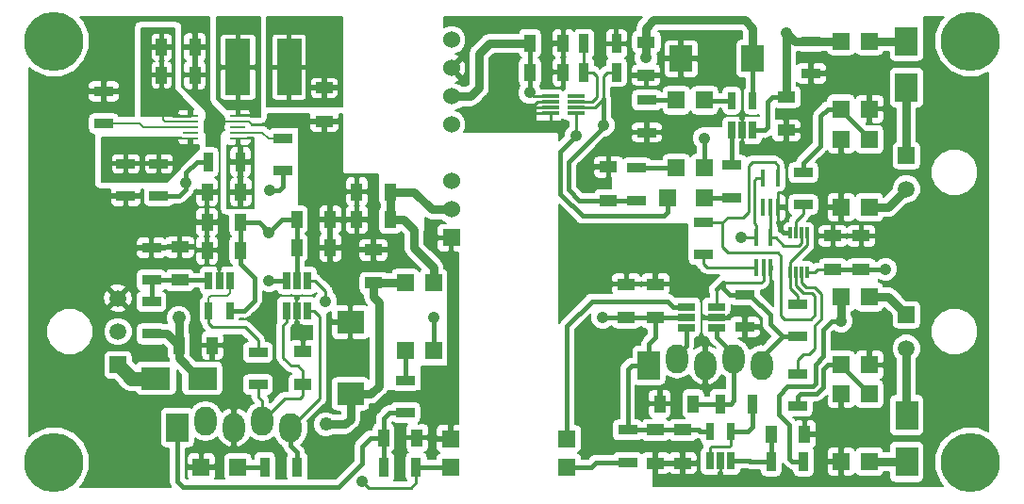
<source format=gtl>
G04 #@! TF.GenerationSoftware,KiCad,Pcbnew,(5.0.0)*
G04 #@! TF.CreationDate,2020-04-20T12:53:27-07:00*
G04 #@! TF.ProjectId,PowerShuffler2,506F77657253687566666C6572322E6B,rev?*
G04 #@! TF.SameCoordinates,Original*
G04 #@! TF.FileFunction,Copper,L1,Top,Signal*
G04 #@! TF.FilePolarity,Positive*
%FSLAX46Y46*%
G04 Gerber Fmt 4.6, Leading zero omitted, Abs format (unit mm)*
G04 Created by KiCad (PCBNEW (5.0.0)) date 04/20/20 12:53:27*
%MOMM*%
%LPD*%
G01*
G04 APERTURE LIST*
G04 #@! TA.AperFunction,SMDPad,CuDef*
%ADD10R,1.000000X1.600000*%
G04 #@! TD*
G04 #@! TA.AperFunction,SMDPad,CuDef*
%ADD11R,0.300000X1.000000*%
G04 #@! TD*
G04 #@! TA.AperFunction,SMDPad,CuDef*
%ADD12R,2.030000X2.650000*%
G04 #@! TD*
G04 #@! TA.AperFunction,SMDPad,CuDef*
%ADD13R,0.900000X1.700000*%
G04 #@! TD*
G04 #@! TA.AperFunction,SMDPad,CuDef*
%ADD14R,2.057400X2.387600*%
G04 #@! TD*
G04 #@! TA.AperFunction,ComponentPad*
%ADD15R,1.524000X1.524000*%
G04 #@! TD*
G04 #@! TA.AperFunction,ComponentPad*
%ADD16C,1.524000*%
G04 #@! TD*
G04 #@! TA.AperFunction,ComponentPad*
%ADD17C,1.500000*%
G04 #@! TD*
G04 #@! TA.AperFunction,ComponentPad*
%ADD18R,1.500000X1.500000*%
G04 #@! TD*
G04 #@! TA.AperFunction,SMDPad,CuDef*
%ADD19R,1.500000X1.600000*%
G04 #@! TD*
G04 #@! TA.AperFunction,SMDPad,CuDef*
%ADD20R,1.700000X0.900000*%
G04 #@! TD*
G04 #@! TA.AperFunction,SMDPad,CuDef*
%ADD21R,1.500000X0.300000*%
G04 #@! TD*
G04 #@! TA.AperFunction,SMDPad,CuDef*
%ADD22R,0.400000X1.500000*%
G04 #@! TD*
G04 #@! TA.AperFunction,ComponentPad*
%ADD23R,2.000000X2.600000*%
G04 #@! TD*
G04 #@! TA.AperFunction,ComponentPad*
%ADD24O,2.000000X2.600000*%
G04 #@! TD*
G04 #@! TA.AperFunction,SMDPad,CuDef*
%ADD25R,1.400000X0.280000*%
G04 #@! TD*
G04 #@! TA.AperFunction,SMDPad,CuDef*
%ADD26R,1.500000X1.500000*%
G04 #@! TD*
G04 #@! TA.AperFunction,SMDPad,CuDef*
%ADD27R,2.387600X2.057400*%
G04 #@! TD*
G04 #@! TA.AperFunction,SMDPad,CuDef*
%ADD28R,1.600000X1.000000*%
G04 #@! TD*
G04 #@! TA.AperFunction,SMDPad,CuDef*
%ADD29R,0.650000X1.560000*%
G04 #@! TD*
G04 #@! TA.AperFunction,ComponentPad*
%ADD30C,5.300000*%
G04 #@! TD*
G04 #@! TA.AperFunction,SMDPad,CuDef*
%ADD31R,1.600000X1.500000*%
G04 #@! TD*
G04 #@! TA.AperFunction,SMDPad,CuDef*
%ADD32R,2.300000X5.100000*%
G04 #@! TD*
G04 #@! TA.AperFunction,SMDPad,CuDef*
%ADD33R,2.200000X5.100000*%
G04 #@! TD*
G04 #@! TA.AperFunction,SMDPad,CuDef*
%ADD34R,2.650000X2.030000*%
G04 #@! TD*
G04 #@! TA.AperFunction,SMDPad,CuDef*
%ADD35R,1.560000X0.650000*%
G04 #@! TD*
G04 #@! TA.AperFunction,ViaPad*
%ADD36C,1.066800*%
G04 #@! TD*
G04 #@! TA.AperFunction,ViaPad*
%ADD37C,1.219200*%
G04 #@! TD*
G04 #@! TA.AperFunction,Conductor*
%ADD38C,0.381000*%
G04 #@! TD*
G04 #@! TA.AperFunction,Conductor*
%ADD39C,0.254000*%
G04 #@! TD*
G04 #@! TA.AperFunction,Conductor*
%ADD40C,0.762000*%
G04 #@! TD*
G04 #@! TA.AperFunction,Conductor*
%ADD41C,0.203200*%
G04 #@! TD*
G04 #@! TA.AperFunction,Conductor*
%ADD42C,1.270000*%
G04 #@! TD*
G04 APERTURE END LIST*
D10*
G04 #@! TO.P,C29,1*
G04 #@! TO.N,+5VA*
X99885801Y-77444600D03*
G04 #@! TO.P,C29,2*
G04 #@! TO.N,GND*
X102885801Y-77444600D03*
G04 #@! TD*
G04 #@! TO.P,C30,2*
G04 #@! TO.N,GND*
X102885801Y-74853800D03*
G04 #@! TO.P,C30,1*
G04 #@! TO.N,+5VA*
X99885801Y-74853800D03*
G04 #@! TD*
D11*
G04 #@! TO.P,U11,8*
G04 #@! TO.N,+5VA*
X124778200Y-95399800D03*
G04 #@! TO.P,U11,7*
G04 #@! TO.N,/OUT2*
X124278200Y-95399800D03*
G04 #@! TO.P,U11,6*
G04 #@! TO.N,Net-(R24-Pad1)*
X123778200Y-95399800D03*
G04 #@! TO.P,U11,5*
G04 #@! TO.N,Net-(R23-Pad1)*
X123278200Y-95399800D03*
G04 #@! TO.P,U11,4*
G04 #@! TO.N,GND*
X123278200Y-91899800D03*
G04 #@! TO.P,U11,3*
G04 #@! TO.N,/OUT1*
X123778200Y-91899800D03*
G04 #@! TO.P,U11,2*
G04 #@! TO.N,Net-(U10-Pad2)*
X124278200Y-91899800D03*
G04 #@! TO.P,U11,1*
G04 #@! TO.N,Net-(R23-Pad1)*
X124778200Y-91899800D03*
G04 #@! TD*
D10*
G04 #@! TO.P,C22,2*
G04 #@! TO.N,GNDS*
X89739600Y-110286800D03*
G04 #@! TO.P,C22,1*
G04 #@! TO.N,+3V3*
X86739600Y-110286800D03*
G04 #@! TD*
D12*
G04 #@! TO.P,F3,2*
G04 #@! TO.N,Net-(F3-Pad2)*
X133731000Y-112453000D03*
G04 #@! TO.P,F3,1*
G04 #@! TO.N,Net-(F3-Pad1)*
X133731000Y-108273000D03*
G04 #@! TD*
D13*
G04 #@! TO.P,R11,1*
G04 #@! TO.N,+3V3*
X86789600Y-112928400D03*
G04 #@! TO.P,R11,2*
G04 #@! TO.N,/PB2_1*
X89689600Y-112928400D03*
G04 #@! TD*
D14*
G04 #@! TO.P,C28,1*
G04 #@! TO.N,+5VA*
X119913400Y-76225400D03*
G04 #@! TO.P,C28,2*
G04 #@! TO.N,GND*
X113461800Y-76225400D03*
G04 #@! TD*
D10*
G04 #@! TO.P,C26,2*
G04 #@! TO.N,GNDS*
X69826000Y-75184000D03*
G04 #@! TO.P,C26,1*
G04 #@! TO.N,+36V*
X66826000Y-75184000D03*
G04 #@! TD*
D15*
G04 #@! TO.P,U4,1*
G04 #@! TO.N,GNDS*
X92837000Y-92329000D03*
D16*
G04 #@! TO.P,U4,2*
G04 #@! TO.N,/36VSWITCH*
X92837000Y-89789000D03*
G04 #@! TO.P,U4,3*
G04 #@! TO.N,Net-(U4-Pad3)*
X92837000Y-87249000D03*
G04 #@! TO.P,U4,5*
G04 #@! TO.N,Net-(U4-Pad5)*
X92837000Y-82169000D03*
G04 #@! TO.P,U4,6*
G04 #@! TO.N,+5VA*
X92837000Y-79629000D03*
G04 #@! TO.P,U4,7*
G04 #@! TO.N,GND*
X92837000Y-77089000D03*
G04 #@! TO.P,U4,8*
G04 #@! TO.N,Net-(U4-Pad8)*
X92837000Y-74549000D03*
G04 #@! TD*
D17*
G04 #@! TO.P,J5,2*
G04 #@! TO.N,Net-(F3-Pad1)*
X133705600Y-102263200D03*
D18*
G04 #@! TO.P,J5,1*
G04 #@! TO.N,Net-(J5-Pad1)*
X133705600Y-99263200D03*
G04 #@! TD*
D19*
G04 #@! TO.P,S3,1*
G04 #@! TO.N,Net-(R17-Pad2)*
X113049568Y-86053890D03*
G04 #@! TO.P,S3,2*
G04 #@! TO.N,/PB3_2*
X115589568Y-86053890D03*
G04 #@! TO.P,S3,3*
G04 #@! TO.N,Net-(S3-Pad3)*
X115589568Y-79957890D03*
G04 #@! TO.P,S3,4*
G04 #@! TO.N,Net-(R12-Pad2)*
X113049568Y-79957890D03*
G04 #@! TD*
G04 #@! TO.P,S4,4*
G04 #@! TO.N,/VBATT*
X127838200Y-97663000D03*
G04 #@! TO.P,S4,3*
G04 #@! TO.N,Net-(J5-Pad1)*
X130378200Y-97663000D03*
G04 #@! TO.P,S4,2*
G04 #@! TO.N,GND*
X130378200Y-103759000D03*
G04 #@! TO.P,S4,1*
G04 #@! TO.N,Net-(R25-Pad2)*
X127838200Y-103759000D03*
G04 #@! TD*
G04 #@! TO.P,S5,1*
G04 #@! TO.N,Net-(R13-Pad2)*
X127838200Y-80746600D03*
G04 #@! TO.P,S5,2*
G04 #@! TO.N,GND*
X130378200Y-80746600D03*
G04 #@! TO.P,S5,3*
G04 #@! TO.N,Net-(F2-Pad2)*
X130378200Y-74650600D03*
G04 #@! TO.P,S5,4*
G04 #@! TO.N,/VBATT*
X127838200Y-74650600D03*
G04 #@! TD*
G04 #@! TO.P,S7,4*
G04 #@! TO.N,Net-(J3-Pad2)*
X130378200Y-89585800D03*
G04 #@! TO.P,S7,3*
G04 #@! TO.N,GND*
X127838200Y-89585800D03*
G04 #@! TO.P,S7,2*
X127838200Y-83489800D03*
G04 #@! TO.P,S7,1*
G04 #@! TO.N,Net-(R13-Pad2)*
X130378200Y-83489800D03*
G04 #@! TD*
G04 #@! TO.P,S6,1*
G04 #@! TO.N,Net-(R25-Pad2)*
X130378200Y-106349800D03*
G04 #@! TO.P,S6,2*
G04 #@! TO.N,GND*
X127838200Y-106349800D03*
G04 #@! TO.P,S6,3*
X127838200Y-112445800D03*
G04 #@! TO.P,S6,4*
G04 #@! TO.N,Net-(F3-Pad2)*
X130378200Y-112445800D03*
G04 #@! TD*
D20*
G04 #@! TO.P,R25,1*
G04 #@! TO.N,/OUT2*
X123952000Y-104544200D03*
G04 #@! TO.P,R25,2*
G04 #@! TO.N,Net-(R25-Pad2)*
X123952000Y-107444200D03*
G04 #@! TD*
G04 #@! TO.P,R24,2*
G04 #@! TO.N,Net-(R24-Pad2)*
X115468400Y-93829800D03*
G04 #@! TO.P,R24,1*
G04 #@! TO.N,Net-(R24-Pad1)*
X115468400Y-90929800D03*
G04 #@! TD*
D21*
G04 #@! TO.P,U6,8*
G04 #@! TO.N,Net-(U6-Pad8)*
X104020000Y-79615600D03*
G04 #@! TO.P,U6,7*
G04 #@! TO.N,Net-(R15-Pad2)*
X104020000Y-80115600D03*
G04 #@! TO.P,U6,6*
G04 #@! TO.N,+3.3VA*
X104020000Y-80615600D03*
G04 #@! TO.P,U6,5*
G04 #@! TO.N,+5VA*
X104020000Y-81115600D03*
G04 #@! TO.P,U6,4*
G04 #@! TO.N,GND*
X101720000Y-81115600D03*
G04 #@! TO.P,U6,3*
X101720000Y-80615600D03*
G04 #@! TO.P,U6,2*
X101720000Y-80115600D03*
G04 #@! TO.P,U6,1*
G04 #@! TO.N,+5VA*
X101720000Y-79615600D03*
G04 #@! TD*
D22*
G04 #@! TO.P,U9,1*
G04 #@! TO.N,Net-(R24-Pad2)*
X120203200Y-94979800D03*
G04 #@! TO.P,U9,2*
G04 #@! TO.N,/PB1_2*
X120853200Y-94979800D03*
G04 #@! TO.P,U9,3*
G04 #@! TO.N,GND*
X121503200Y-94979800D03*
G04 #@! TO.P,U9,4*
G04 #@! TO.N,Net-(U10-Pad2)*
X121503200Y-92319800D03*
G04 #@! TO.P,U9,5*
G04 #@! TO.N,+3.3VA*
X120203200Y-92319800D03*
G04 #@! TD*
G04 #@! TO.P,U10,5*
G04 #@! TO.N,+3.3VA*
X120838200Y-86935000D03*
G04 #@! TO.P,U10,4*
G04 #@! TO.N,Net-(R24-Pad1)*
X122138200Y-86935000D03*
G04 #@! TO.P,U10,3*
G04 #@! TO.N,GND*
X122138200Y-89595000D03*
G04 #@! TO.P,U10,2*
G04 #@! TO.N,Net-(U10-Pad2)*
X121488200Y-89595000D03*
G04 #@! TO.P,U10,1*
G04 #@! TO.N,N/C*
X120838200Y-89595000D03*
G04 #@! TD*
D23*
G04 #@! TO.P,J2,1*
G04 #@! TO.N,+3V3*
X68237100Y-109385100D03*
D24*
G04 #@! TO.P,J2,2*
G04 #@! TO.N,/PB3_1*
X70777100Y-108785100D03*
G04 #@! TO.P,J2,3*
G04 #@! TO.N,GNDS*
X73317100Y-109385100D03*
G04 #@! TO.P,J2,4*
G04 #@! TO.N,/PB0_1*
X75857100Y-108785100D03*
G04 #@! TO.P,J2,5*
G04 #@! TO.N,/PB1_1*
X78397100Y-109385100D03*
G04 #@! TD*
D23*
G04 #@! TO.P,J4,1*
G04 #@! TO.N,+3.3VA*
X110566200Y-103779600D03*
D24*
G04 #@! TO.P,J4,2*
G04 #@! TO.N,/PB3_2*
X113106200Y-103179600D03*
G04 #@! TO.P,J4,3*
G04 #@! TO.N,GND*
X115646200Y-103779600D03*
G04 #@! TO.P,J4,4*
G04 #@! TO.N,/PB0_2*
X118186200Y-103179600D03*
G04 #@! TO.P,J4,5*
G04 #@! TO.N,/PB1_2*
X120726200Y-103779600D03*
G04 #@! TD*
D25*
G04 #@! TO.P,U2,10*
G04 #@! TO.N,Net-(L1-Pad1)*
X73679100Y-81363500D03*
G04 #@! TO.P,U2,9*
G04 #@! TO.N,GNDS*
X73679100Y-81863500D03*
G04 #@! TO.P,U2,8*
G04 #@! TO.N,Net-(U2-Pad8)*
X73679100Y-82363500D03*
G04 #@! TO.P,U2,7*
G04 #@! TO.N,Net-(R10-Pad1)*
X73679100Y-82863500D03*
G04 #@! TO.P,U2,6*
G04 #@! TO.N,Net-(C10-Pad1)*
X73679100Y-83363500D03*
G04 #@! TO.P,U2,5*
G04 #@! TO.N,Net-(R2-Pad2)*
X69399100Y-83363500D03*
G04 #@! TO.P,U2,4*
G04 #@! TO.N,Net-(U2-Pad4)*
X69399100Y-82863500D03*
G04 #@! TO.P,U2,3*
G04 #@! TO.N,Net-(R1-Pad1)*
X69399100Y-82363500D03*
G04 #@! TO.P,U2,2*
G04 #@! TO.N,+36V*
X69399100Y-81863500D03*
G04 #@! TO.P,U2,1*
X69399100Y-81363500D03*
G04 #@! TD*
D19*
G04 #@! TO.P,S1,4*
G04 #@! TO.N,+36V*
X88696800Y-96393000D03*
G04 #@! TO.P,S1,3*
G04 #@! TO.N,/36VSWITCH*
X91236800Y-96393000D03*
G04 #@! TO.P,S1,2*
G04 #@! TO.N,/PB3_1*
X91236800Y-102489000D03*
G04 #@! TO.P,S1,1*
G04 #@! TO.N,Net-(R7-Pad1)*
X88696800Y-102489000D03*
G04 #@! TD*
D26*
G04 #@! TO.P,D3,1*
G04 #@! TO.N,Net-(D3-Pad1)*
X115569000Y-88696800D03*
G04 #@! TO.P,D3,2*
G04 #@! TO.N,+5VA*
X112269000Y-88696800D03*
G04 #@! TD*
G04 #@! TO.P,D1,2*
G04 #@! TO.N,Net-(D1-Pad2)*
X73671700Y-112928400D03*
G04 #@! TO.P,D1,1*
G04 #@! TO.N,GNDS*
X70371700Y-112928400D03*
G04 #@! TD*
D27*
G04 #@! TO.P,C27,1*
G04 #@! TO.N,+36V*
X83776932Y-106350060D03*
G04 #@! TO.P,C27,2*
G04 #@! TO.N,GNDS*
X83776932Y-99898460D03*
G04 #@! TD*
D28*
G04 #@! TO.P,C25,2*
G04 #@! TO.N,GNDS*
X81419700Y-81852900D03*
G04 #@! TO.P,C25,1*
G04 #@! TO.N,+3V3*
X81419700Y-78852900D03*
G04 #@! TD*
D18*
G04 #@! TO.P,J3,1*
G04 #@! TO.N,Net-(F2-Pad1)*
X133705600Y-84937600D03*
D17*
G04 #@! TO.P,J3,2*
G04 #@! TO.N,Net-(J3-Pad2)*
X133705600Y-87937600D03*
G04 #@! TD*
D18*
G04 #@! TO.P,J1,1*
G04 #@! TO.N,Net-(F1-Pad2)*
X62903100Y-103759000D03*
D17*
G04 #@! TO.P,J1,2*
G04 #@! TO.N,Net-(J1-Pad2)*
X62903100Y-100759000D03*
G04 #@! TO.P,J1,3*
G04 #@! TO.N,GNDS*
X62903100Y-97759000D03*
G04 #@! TD*
D29*
G04 #@! TO.P,U1,1*
G04 #@! TO.N,Net-(R6-Pad2)*
X72946300Y-96160600D03*
G04 #@! TO.P,U1,2*
G04 #@! TO.N,GNDS*
X71996300Y-96160600D03*
G04 #@! TO.P,U1,3*
G04 #@! TO.N,/VSUBSHEET*
X71046300Y-96160600D03*
G04 #@! TO.P,U1,4*
G04 #@! TO.N,Net-(R6-Pad2)*
X71046300Y-98860600D03*
G04 #@! TO.P,U1,5*
G04 #@! TO.N,+3V3*
X72946300Y-98860600D03*
G04 #@! TD*
G04 #@! TO.P,U8,5*
G04 #@! TO.N,+3.3VA*
X116067800Y-109698800D03*
G04 #@! TO.P,U8,4*
G04 #@! TO.N,Net-(R22-Pad1)*
X117967800Y-109698800D03*
G04 #@! TO.P,U8,3*
G04 #@! TO.N,Net-(C21-Pad1)*
X117967800Y-112398800D03*
G04 #@! TO.P,U8,2*
G04 #@! TO.N,GND*
X117017800Y-112398800D03*
G04 #@! TO.P,U8,1*
G04 #@! TO.N,Net-(R22-Pad1)*
X116067800Y-112398800D03*
G04 #@! TD*
D30*
G04 #@! TO.P,MNT1,*
G04 #@! TO.N,*
X57150000Y-74676000D03*
G04 #@! TD*
G04 #@! TO.P,MNT2,*
G04 #@! TO.N,*
X139446000Y-74676000D03*
G04 #@! TD*
G04 #@! TO.P,MNT3,*
G04 #@! TO.N,*
X57150000Y-112522000D03*
G04 #@! TD*
G04 #@! TO.P,MNT4,*
G04 #@! TO.N,*
X139446000Y-112522000D03*
G04 #@! TD*
D31*
G04 #@! TO.P,S2,4*
G04 #@! TO.N,/PB2_1*
X92793200Y-112928400D03*
G04 #@! TO.P,S2,3*
G04 #@! TO.N,GNDS*
X92793200Y-110388400D03*
G04 #@! TO.P,S2,2*
G04 #@! TO.N,/PB2_2*
X103193200Y-110388400D03*
G04 #@! TO.P,S2,1*
G04 #@! TO.N,Net-(R14-Pad2)*
X103193200Y-112928400D03*
G04 #@! TD*
D32*
G04 #@! TO.P,L1,1*
G04 #@! TO.N,Net-(L1-Pad1)*
X73675900Y-77000100D03*
D33*
G04 #@! TO.P,L1,2*
G04 #@! TO.N,+3V3*
X78275900Y-77000100D03*
G04 #@! TD*
D10*
G04 #@! TO.P,C11,1*
G04 #@! TO.N,+3V3*
X73902700Y-90919300D03*
G04 #@! TO.P,C11,2*
G04 #@! TO.N,GNDS*
X70902700Y-90919300D03*
G04 #@! TD*
G04 #@! TO.P,C24,1*
G04 #@! TO.N,/PB0_2*
X114555400Y-107238800D03*
G04 #@! TO.P,C24,2*
G04 #@! TO.N,GND*
X111555400Y-107238800D03*
G04 #@! TD*
D28*
G04 #@! TO.P,C23,1*
G04 #@! TO.N,/VBATT*
X122910600Y-79678400D03*
G04 #@! TO.P,C23,2*
G04 #@! TO.N,GND*
X122910600Y-82678400D03*
G04 #@! TD*
D10*
G04 #@! TO.P,C21,1*
G04 #@! TO.N,Net-(C21-Pad1)*
X121563000Y-109982000D03*
G04 #@! TO.P,C21,2*
G04 #@! TO.N,GND*
X124563000Y-109982000D03*
G04 #@! TD*
D28*
G04 #@! TO.P,C18,1*
G04 #@! TO.N,+3.3VA*
X108559600Y-99493200D03*
G04 #@! TO.P,C18,2*
G04 #@! TO.N,GND*
X108559600Y-96493200D03*
G04 #@! TD*
G04 #@! TO.P,C20,1*
G04 #@! TO.N,+3.3VA*
X106959400Y-88952200D03*
G04 #@! TO.P,C20,2*
G04 #@! TO.N,GND*
X106959400Y-85952200D03*
G04 #@! TD*
G04 #@! TO.P,C19,1*
G04 #@! TO.N,+3.3VA*
X111175800Y-99493200D03*
G04 #@! TO.P,C19,2*
G04 #@! TO.N,GND*
X111175800Y-96493200D03*
G04 #@! TD*
G04 #@! TO.P,C17,1*
G04 #@! TO.N,+5VA*
X110337600Y-74725400D03*
G04 #@! TO.P,C17,2*
G04 #@! TO.N,GND*
X110337600Y-77725400D03*
G04 #@! TD*
G04 #@! TO.P,C16,1*
G04 #@! TO.N,+3.3VA*
X113588800Y-109595481D03*
G04 #@! TO.P,C16,2*
G04 #@! TO.N,GND*
X113588800Y-112595481D03*
G04 #@! TD*
G04 #@! TO.P,C14,1*
G04 #@! TO.N,+5VA*
X127101600Y-95149800D03*
G04 #@! TO.P,C14,2*
G04 #@! TO.N,GND*
X127101600Y-92149800D03*
G04 #@! TD*
G04 #@! TO.P,C13,1*
G04 #@! TO.N,+5VA*
X129641600Y-95149800D03*
G04 #@! TO.P,C13,2*
G04 #@! TO.N,GND*
X129641600Y-92149800D03*
G04 #@! TD*
D10*
G04 #@! TO.P,C10,1*
G04 #@! TO.N,Net-(C10-Pad1)*
X73902700Y-88201500D03*
G04 #@! TO.P,C10,2*
G04 #@! TO.N,GNDS*
X70902700Y-88201500D03*
G04 #@! TD*
G04 #@! TO.P,C9,1*
G04 #@! TO.N,+3V3*
X78956950Y-93216393D03*
G04 #@! TO.P,C9,2*
G04 #@! TO.N,GNDS*
X81956950Y-93216393D03*
G04 #@! TD*
G04 #@! TO.P,C8,1*
G04 #@! TO.N,+3V3*
X78956950Y-90701793D03*
G04 #@! TO.P,C8,2*
G04 #@! TO.N,GNDS*
X81956950Y-90701793D03*
G04 #@! TD*
D28*
G04 #@! TO.P,C7,1*
G04 #@! TO.N,/PB0_1*
X79514700Y-105525700D03*
G04 #@! TO.P,C7,2*
G04 #@! TO.N,GNDS*
X79514700Y-102525700D03*
G04 #@! TD*
D10*
G04 #@! TO.P,C6,1*
G04 #@! TO.N,/36VSWITCH*
X87344189Y-88187193D03*
G04 #@! TO.P,C6,2*
G04 #@! TO.N,GNDS*
X84344189Y-88187193D03*
G04 #@! TD*
G04 #@! TO.P,C5,1*
G04 #@! TO.N,/36VSWITCH*
X87352000Y-90701793D03*
G04 #@! TO.P,C5,2*
G04 #@! TO.N,GNDS*
X84352000Y-90701793D03*
G04 #@! TD*
G04 #@! TO.P,C4,1*
G04 #@! TO.N,+36V*
X68362700Y-101993700D03*
G04 #@! TO.P,C4,2*
G04 #@! TO.N,GNDS*
X71362700Y-101993700D03*
G04 #@! TD*
G04 #@! TO.P,C1,1*
G04 #@! TO.N,+36V*
X66826000Y-77698600D03*
G04 #@! TO.P,C1,2*
G04 #@! TO.N,GNDS*
X69826000Y-77698600D03*
G04 #@! TD*
D28*
G04 #@! TO.P,C3,1*
G04 #@! TO.N,/VSUBSHEET*
X68440300Y-96140400D03*
G04 #@! TO.P,C3,2*
G04 #@! TO.N,GNDS*
X68440300Y-93140400D03*
G04 #@! TD*
G04 #@! TO.P,C15,1*
G04 #@! TO.N,+3.3VA*
X111176419Y-109599600D03*
G04 #@! TO.P,C15,2*
G04 #@! TO.N,GND*
X111176419Y-112599600D03*
G04 #@! TD*
G04 #@! TO.P,C2,1*
G04 #@! TO.N,+36V*
X85852000Y-96394400D03*
G04 #@! TO.P,C2,2*
G04 #@! TO.N,GNDS*
X85852000Y-93394400D03*
G04 #@! TD*
D10*
G04 #@! TO.P,C12,1*
G04 #@! TO.N,+3V3*
X73902700Y-93433900D03*
G04 #@! TO.P,C12,2*
G04 #@! TO.N,GNDS*
X70902700Y-93433900D03*
G04 #@! TD*
D34*
G04 #@! TO.P,F1,1*
G04 #@! TO.N,+36V*
X70479500Y-104952800D03*
G04 #@! TO.P,F1,2*
G04 #@! TO.N,Net-(F1-Pad2)*
X66299500Y-104952800D03*
G04 #@! TD*
D12*
G04 #@! TO.P,F2,1*
G04 #@! TO.N,Net-(F2-Pad1)*
X133705600Y-78823400D03*
G04 #@! TO.P,F2,2*
G04 #@! TO.N,Net-(F2-Pad2)*
X133705600Y-74643400D03*
G04 #@! TD*
D20*
G04 #@! TO.P,R3,1*
G04 #@! TO.N,+36V*
X65902500Y-100967200D03*
G04 #@! TO.P,R3,2*
G04 #@! TO.N,/VSUBSHEET*
X65902500Y-98067200D03*
G04 #@! TD*
G04 #@! TO.P,R20,1*
G04 #@! TO.N,/PB1_2*
X119202200Y-97457600D03*
G04 #@! TO.P,R20,2*
G04 #@! TO.N,GND*
X119202200Y-100357600D03*
G04 #@! TD*
G04 #@! TO.P,R21,1*
G04 #@! TO.N,/VBATT*
X125145800Y-74648400D03*
G04 #@! TO.P,R21,2*
G04 #@! TO.N,GND*
X125145800Y-77548400D03*
G04 #@! TD*
D13*
G04 #@! TO.P,R22,1*
G04 #@! TO.N,Net-(R22-Pad1)*
X119864800Y-107238800D03*
G04 #@! TO.P,R22,2*
G04 #@! TO.N,/PB0_2*
X116964800Y-107238800D03*
G04 #@! TD*
D20*
G04 #@! TO.P,R13,1*
G04 #@! TO.N,/OUT1*
X124434600Y-89359400D03*
G04 #@! TO.P,R13,2*
G04 #@! TO.N,Net-(R13-Pad2)*
X124434600Y-86459400D03*
G04 #@! TD*
G04 #@! TO.P,R23,1*
G04 #@! TO.N,Net-(R23-Pad1)*
X123977400Y-98295800D03*
G04 #@! TO.P,R23,2*
G04 #@! TO.N,/PB1_2*
X123977400Y-101195800D03*
G04 #@! TD*
D13*
G04 #@! TO.P,R19,1*
G04 #@! TO.N,Net-(C21-Pad1)*
X121562200Y-112420400D03*
G04 #@! TO.P,R19,2*
G04 #@! TO.N,/VBATT*
X124462200Y-112420400D03*
G04 #@! TD*
D20*
G04 #@! TO.P,R18,1*
G04 #@! TO.N,Net-(R18-Pad1)*
X118027968Y-85797690D03*
G04 #@! TO.P,R18,2*
G04 #@! TO.N,Net-(D3-Pad1)*
X118027968Y-88697690D03*
G04 #@! TD*
G04 #@! TO.P,R17,1*
G04 #@! TO.N,+3.3VA*
X109474000Y-88953000D03*
G04 #@! TO.P,R17,2*
G04 #@! TO.N,Net-(R17-Pad2)*
X109474000Y-86053000D03*
G04 #@! TD*
D13*
G04 #@! TO.P,R16,1*
G04 #@! TO.N,+3.3VA*
X107647400Y-77444600D03*
G04 #@! TO.P,R16,2*
G04 #@! TO.N,Net-(R15-Pad2)*
X104747400Y-77444600D03*
G04 #@! TD*
G04 #@! TO.P,R15,1*
G04 #@! TO.N,GND*
X107647400Y-74879200D03*
G04 #@! TO.P,R15,2*
G04 #@! TO.N,Net-(R15-Pad2)*
X104747400Y-74879200D03*
G04 #@! TD*
D20*
G04 #@! TO.P,R14,1*
G04 #@! TO.N,+3.3VA*
X108661200Y-109598800D03*
G04 #@! TO.P,R14,2*
G04 #@! TO.N,Net-(R14-Pad2)*
X108661200Y-112498800D03*
G04 #@! TD*
G04 #@! TO.P,R4,1*
G04 #@! TO.N,/VSUBSHEET*
X65900300Y-96141200D03*
G04 #@! TO.P,R4,2*
G04 #@! TO.N,GNDS*
X65900300Y-93241200D03*
G04 #@! TD*
G04 #@! TO.P,R5,1*
G04 #@! TO.N,+3V3*
X66573400Y-88559300D03*
G04 #@! TO.P,R5,2*
G04 #@! TO.N,Net-(R2-Pad2)*
X66573400Y-85659300D03*
G04 #@! TD*
G04 #@! TO.P,R6,1*
G04 #@! TO.N,/PB0_1*
X75476100Y-105526500D03*
G04 #@! TO.P,R6,2*
G04 #@! TO.N,Net-(R6-Pad2)*
X75476100Y-102626500D03*
G04 #@! TD*
G04 #@! TO.P,R7,1*
G04 #@! TO.N,Net-(R7-Pad1)*
X88696800Y-105128400D03*
G04 #@! TO.P,R7,2*
G04 #@! TO.N,+3V3*
X88696800Y-108028400D03*
G04 #@! TD*
G04 #@! TO.P,R12,1*
G04 #@! TO.N,GND*
X110382568Y-82855690D03*
G04 #@! TO.P,R12,2*
G04 #@! TO.N,Net-(R12-Pad2)*
X110382568Y-79955690D03*
G04 #@! TD*
D13*
G04 #@! TO.P,R9,1*
G04 #@! TO.N,+3V3*
X71003500Y-85509100D03*
G04 #@! TO.P,R9,2*
G04 #@! TO.N,Net-(C10-Pad1)*
X73903500Y-85509100D03*
G04 #@! TD*
D20*
G04 #@! TO.P,R10,1*
G04 #@! TO.N,Net-(R10-Pad1)*
X77736700Y-83386000D03*
G04 #@! TO.P,R10,2*
G04 #@! TO.N,+36V*
X77736700Y-86286000D03*
G04 #@! TD*
G04 #@! TO.P,R1,1*
G04 #@! TO.N,Net-(R1-Pad1)*
X61633100Y-82056900D03*
G04 #@! TO.P,R1,2*
G04 #@! TO.N,GNDS*
X61633100Y-79156900D03*
G04 #@! TD*
G04 #@! TO.P,R2,1*
G04 #@! TO.N,GNDS*
X63601600Y-88559300D03*
G04 #@! TO.P,R2,2*
G04 #@! TO.N,Net-(R2-Pad2)*
X63601600Y-85659300D03*
G04 #@! TD*
D13*
G04 #@! TO.P,R8,2*
G04 #@! TO.N,Net-(D1-Pad2)*
X76096200Y-112928400D03*
G04 #@! TO.P,R8,1*
G04 #@! TO.N,/PB1_1*
X78996200Y-112928400D03*
G04 #@! TD*
D29*
G04 #@! TO.P,U5,1*
G04 #@! TO.N,Net-(R18-Pad1)*
X118005068Y-82679490D03*
G04 #@! TO.P,U5,2*
G04 #@! TO.N,GND*
X118955068Y-82679490D03*
G04 #@! TO.P,U5,3*
G04 #@! TO.N,/VBATT*
X119905068Y-82679490D03*
G04 #@! TO.P,U5,4*
G04 #@! TO.N,+5VA*
X119905068Y-79979490D03*
G04 #@! TO.P,U5,5*
G04 #@! TO.N,Net-(S3-Pad3)*
X118005068Y-79979490D03*
G04 #@! TD*
G04 #@! TO.P,U3,1*
G04 #@! TO.N,/PB0_1*
X78008350Y-98858993D03*
G04 #@! TO.P,U3,2*
G04 #@! TO.N,GNDS*
X78958350Y-98858993D03*
G04 #@! TO.P,U3,3*
G04 #@! TO.N,/PB1_1*
X79908350Y-98858993D03*
G04 #@! TO.P,U3,4*
G04 #@! TO.N,/PB2_1*
X79908350Y-96158993D03*
G04 #@! TO.P,U3,6*
G04 #@! TO.N,/PB3_1*
X78008350Y-96158993D03*
G04 #@! TO.P,U3,5*
G04 #@! TO.N,+3V3*
X78958350Y-96158993D03*
G04 #@! TD*
D35*
G04 #@! TO.P,U7,1*
G04 #@! TO.N,/PB0_2*
X116640600Y-100416400D03*
G04 #@! TO.P,U7,2*
G04 #@! TO.N,GND*
X116640600Y-99466400D03*
G04 #@! TO.P,U7,3*
G04 #@! TO.N,/PB1_2*
X116640600Y-98516400D03*
G04 #@! TO.P,U7,4*
G04 #@! TO.N,/PB2_2*
X113940600Y-98516400D03*
G04 #@! TO.P,U7,6*
G04 #@! TO.N,/PB3_2*
X113940600Y-100416400D03*
G04 #@! TO.P,U7,5*
G04 #@! TO.N,+3.3VA*
X113940600Y-99466400D03*
G04 #@! TD*
D36*
G04 #@! TO.N,+3V3*
X69011800Y-87350600D03*
X81280000Y-77038200D03*
X76479400Y-91846400D03*
X81280000Y-74447400D03*
G04 #@! TO.N,GND*
X116713000Y-75209400D03*
X116713000Y-77216000D03*
X130378200Y-77343000D03*
X104902000Y-87503000D03*
X113004600Y-82854800D03*
X119202200Y-99034600D03*
X121285000Y-97358200D03*
X104902000Y-93040200D03*
X105714800Y-107238800D03*
X105714800Y-103505000D03*
X130378200Y-100660200D03*
X127838200Y-109397800D03*
X130276600Y-86741000D03*
X97155000Y-81432400D03*
X97434400Y-78079600D03*
X96875600Y-76479400D03*
X95123000Y-81432400D03*
X101396800Y-76123800D03*
X106197400Y-76200000D03*
X136601200Y-79705200D03*
X136601200Y-107467400D03*
X137515600Y-93624400D03*
X106019600Y-95250000D03*
X130225800Y-109397800D03*
G04 #@! TO.N,+5VA*
X131826000Y-95148400D03*
X110337600Y-76149200D03*
X99872800Y-79273400D03*
X104013000Y-83134200D03*
G04 #@! TO.N,+3.3VA*
X106502200Y-82219800D03*
X106426000Y-99491800D03*
X118897400Y-92329000D03*
G04 #@! TO.N,/PB3_2*
X115570000Y-83362800D03*
G04 #@! TO.N,/PB2_1*
X84836000Y-114223800D03*
X81559400Y-98018600D03*
G04 #@! TO.N,/PB3_1*
X91236800Y-99517200D03*
X76454000Y-96164400D03*
G04 #@! TO.N,+36V*
X66586100Y-80048100D03*
D37*
X68364100Y-99517200D03*
D36*
X76530200Y-88087200D03*
D37*
X81572100Y-109093000D03*
D36*
G04 #@! TO.N,/VBATT*
X122910600Y-73914000D03*
X127838200Y-99796600D03*
G04 #@! TO.N,GNDS*
X71577200Y-81635600D03*
X71475600Y-83134200D03*
X69189600Y-89839800D03*
X56286400Y-79070200D03*
X61569600Y-73583800D03*
X56464200Y-106629200D03*
X60426600Y-109245400D03*
X73380600Y-103860600D03*
X79375000Y-100838000D03*
X82677000Y-102666800D03*
X84785200Y-102666800D03*
X83794600Y-94005400D03*
X91236800Y-108229400D03*
X81686400Y-86131400D03*
X88239600Y-111582200D03*
X76403200Y-100609400D03*
X82219800Y-113436400D03*
G04 #@! TD*
D38*
G04 #@! TO.N,+3V3*
X78956950Y-93216393D02*
X78956950Y-90701793D01*
X78958350Y-93217793D02*
X78956950Y-93216393D01*
X78958350Y-96158993D02*
X78958350Y-93217793D01*
X77624007Y-90701793D02*
X76479400Y-91846400D01*
X78956950Y-90701793D02*
X77624007Y-90701793D01*
X75552300Y-90919300D02*
X76479400Y-91846400D01*
X73902700Y-90919300D02*
X75552300Y-90919300D01*
X69011800Y-87350600D02*
X69011800Y-86487000D01*
X69989700Y-85509100D02*
X71003500Y-85509100D01*
X69011800Y-86487000D02*
X69989700Y-85509100D01*
X69011800Y-87985600D02*
X69011800Y-87350600D01*
X68438100Y-88559300D02*
X69011800Y-87985600D01*
X66573400Y-88559300D02*
X68438100Y-88559300D01*
X74240400Y-98860600D02*
X72946300Y-98860600D01*
X75158600Y-97942400D02*
X74240400Y-98860600D01*
X75158600Y-95935800D02*
X75158600Y-97942400D01*
X73902700Y-90919300D02*
X73902700Y-94679900D01*
X73902700Y-94679900D02*
X75158600Y-95935800D01*
X86739600Y-110286800D02*
X86739600Y-111555400D01*
X86789600Y-111605400D02*
X86789600Y-112928400D01*
X86739600Y-111555400D02*
X86789600Y-111605400D01*
X86739600Y-110286800D02*
X86739600Y-108586400D01*
X87297600Y-108028400D02*
X88696800Y-108028400D01*
X86739600Y-108586400D02*
X87297600Y-108028400D01*
X68237100Y-114211100D02*
X68237100Y-109385100D01*
X85598000Y-110286800D02*
X84810600Y-111074200D01*
X86739600Y-110286800D02*
X85598000Y-110286800D01*
X84810600Y-111074200D02*
X84810600Y-112649000D01*
X82727800Y-114731800D02*
X68757800Y-114731800D01*
X84810600Y-112649000D02*
X82727800Y-114731800D01*
X68757800Y-114731800D02*
X68237100Y-114211100D01*
D39*
G04 #@! TO.N,GND*
X101720000Y-80115600D02*
X100554600Y-80115600D01*
X100554600Y-80115600D02*
X100355400Y-80314800D01*
X101720000Y-80615600D02*
X100232400Y-80615600D01*
X101720000Y-81115600D02*
X100215000Y-81115600D01*
X101720000Y-81115600D02*
X101720000Y-81831800D01*
X122684600Y-91899800D02*
X123234499Y-91899800D01*
D38*
X122428000Y-91643200D02*
X122684600Y-91899800D01*
X122428000Y-91186000D02*
X122428000Y-91643200D01*
D39*
X122138200Y-89595000D02*
X122138200Y-90896200D01*
D38*
X122138200Y-90896200D02*
X122428000Y-91186000D01*
X119202200Y-99034600D02*
X119202200Y-100357600D01*
D39*
X121691400Y-96951800D02*
X121285000Y-97358200D01*
X121691400Y-96672400D02*
X121691400Y-96951800D01*
X121503200Y-94979800D02*
X121503200Y-96484200D01*
X121503200Y-96484200D02*
X121691400Y-96672400D01*
X122138200Y-89595000D02*
X122138200Y-88351600D01*
D38*
X118059200Y-99034600D02*
X119202200Y-99034600D01*
X115544600Y-99466400D02*
X117627400Y-99466400D01*
X117627400Y-99466400D02*
X118059200Y-99034600D01*
G04 #@! TO.N,Net-(D1-Pad2)*
X73671700Y-112928400D02*
X76096200Y-112928400D01*
G04 #@! TO.N,+5VA*
X99885801Y-74853800D02*
X99885801Y-77444600D01*
X99872800Y-77457601D02*
X99885801Y-77444600D01*
X99872800Y-79273400D02*
X99872800Y-77457601D01*
D39*
X100215000Y-79615600D02*
X99872800Y-79273400D01*
X101720000Y-79615600D02*
X100215000Y-79615600D01*
X104020000Y-81115600D02*
X104020000Y-81933400D01*
X104013000Y-81940400D02*
X104013000Y-83134200D01*
X104020000Y-81933400D02*
X104013000Y-81940400D01*
D40*
X110337600Y-76149200D02*
X110337600Y-74725400D01*
X119913400Y-73456800D02*
X119913400Y-76225400D01*
X119227600Y-72771000D02*
X119913400Y-73456800D01*
X111023400Y-72771000D02*
X119227600Y-72771000D01*
X110337600Y-74725400D02*
X110337600Y-73456800D01*
X110337600Y-73456800D02*
X111023400Y-72771000D01*
D38*
X119905068Y-76233732D02*
X119913400Y-76225400D01*
X119905068Y-79979490D02*
X119905068Y-76233732D01*
X129641600Y-95149800D02*
X127101600Y-95149800D01*
D39*
X125728600Y-95149800D02*
X127101600Y-95149800D01*
X124778200Y-95399800D02*
X125478600Y-95399800D01*
X125478600Y-95399800D02*
X125728600Y-95149800D01*
D38*
X129643000Y-95148400D02*
X129641600Y-95149800D01*
X131826000Y-95148400D02*
X129643000Y-95148400D01*
X102590600Y-84556600D02*
X104013000Y-83134200D01*
X102590600Y-88366600D02*
X102590600Y-84556600D01*
X104597200Y-90373200D02*
X102590600Y-88366600D01*
X111887000Y-90373200D02*
X104597200Y-90373200D01*
X112269000Y-88696800D02*
X112269000Y-89991200D01*
X112269000Y-89991200D02*
X111887000Y-90373200D01*
D40*
X96291400Y-74853800D02*
X99885801Y-74853800D01*
X95326200Y-75819000D02*
X96291400Y-74853800D01*
X95326200Y-78867000D02*
X95326200Y-75819000D01*
X92837000Y-79629000D02*
X94564200Y-79629000D01*
X94564200Y-79629000D02*
X95326200Y-78867000D01*
D38*
G04 #@! TO.N,Net-(R22-Pad1)*
X119864800Y-107465200D02*
X119864800Y-106883200D01*
D39*
X117967800Y-110911600D02*
X117967800Y-109698800D01*
X117830600Y-111048800D02*
X117967800Y-110911600D01*
X116205000Y-111048800D02*
X117830600Y-111048800D01*
X116067800Y-112398800D02*
X116067800Y-111186000D01*
X116067800Y-111186000D02*
X116205000Y-111048800D01*
D38*
X117967800Y-109698800D02*
X119485400Y-109698800D01*
X119485400Y-109698800D02*
X119864800Y-109319400D01*
X119864800Y-109319400D02*
X119864800Y-107238800D01*
G04 #@! TO.N,Net-(C21-Pad1)*
X117967800Y-112398800D02*
X119587000Y-112398800D01*
X121562200Y-109982800D02*
X121563000Y-109982000D01*
X121562200Y-112420400D02*
X121562200Y-109982800D01*
X119608600Y-112420400D02*
X119587000Y-112398800D01*
X121562200Y-112420400D02*
X119608600Y-112420400D01*
D41*
G04 #@! TO.N,Net-(R6-Pad2)*
X71046300Y-97724000D02*
X71046300Y-98860600D01*
X71259700Y-97510600D02*
X71046300Y-97724000D01*
X72707500Y-97510600D02*
X71259700Y-97510600D01*
X72946300Y-96160600D02*
X72946300Y-97271800D01*
X72946300Y-97271800D02*
X72707500Y-97510600D01*
D39*
X75476100Y-101536500D02*
X75476100Y-102626500D01*
X74307700Y-100368100D02*
X75476100Y-101536500D01*
X71386700Y-100368100D02*
X74307700Y-100368100D01*
X71046300Y-98860600D02*
X71046300Y-100027700D01*
X71046300Y-100027700D02*
X71386700Y-100368100D01*
D38*
G04 #@! TO.N,/VSUBSHEET*
X71026900Y-96141200D02*
X71046300Y-96160600D01*
X65900300Y-96141200D02*
X71026900Y-96141200D01*
X65900300Y-98065000D02*
X65902500Y-98067200D01*
X65900300Y-96141200D02*
X65900300Y-98065000D01*
D39*
G04 #@! TO.N,+3.3VA*
X120252800Y-86935000D02*
X120838200Y-86935000D01*
X120015000Y-87172800D02*
X120252800Y-86935000D01*
X120015000Y-91033600D02*
X120015000Y-87172800D01*
X120203200Y-92319800D02*
X120203200Y-91221800D01*
X120203200Y-91221800D02*
X120015000Y-91033600D01*
X106832400Y-77444600D02*
X107647400Y-77444600D01*
X106502200Y-77774800D02*
X106832400Y-77444600D01*
X106502200Y-79857600D02*
X106502200Y-77774800D01*
X104020000Y-80615600D02*
X105744200Y-80615600D01*
X105744200Y-80615600D02*
X106502200Y-79857600D01*
X118897400Y-92329000D02*
X119557800Y-92329000D01*
X119567000Y-92319800D02*
X120203200Y-92319800D01*
X119557800Y-92329000D02*
X119567000Y-92319800D01*
D38*
X113940600Y-99466400D02*
X112649000Y-99466400D01*
X112622200Y-99493200D02*
X108559600Y-99493200D01*
X112649000Y-99466400D02*
X112622200Y-99493200D01*
X108558200Y-99491800D02*
X108559600Y-99493200D01*
X106426000Y-99491800D02*
X108558200Y-99491800D01*
X106502200Y-82219800D02*
X106502200Y-79857600D01*
X108661200Y-109598800D02*
X115009000Y-109598800D01*
X115109000Y-109698800D02*
X116067800Y-109698800D01*
X115009000Y-109598800D02*
X115109000Y-109698800D01*
X109047000Y-103779600D02*
X110566200Y-103779600D01*
X108661200Y-104165400D02*
X109047000Y-103779600D01*
X104320000Y-88953000D02*
X109474000Y-88953000D01*
X103378000Y-88011000D02*
X104320000Y-88953000D01*
X103378000Y-85496400D02*
X103378000Y-88011000D01*
X106502200Y-82219800D02*
X106502200Y-82372200D01*
X106502200Y-82372200D02*
X103378000Y-85496400D01*
X110566200Y-101879400D02*
X110566200Y-103779600D01*
X111175800Y-99493200D02*
X111175800Y-101269800D01*
X111175800Y-101269800D02*
X110566200Y-101879400D01*
X108661200Y-104165400D02*
X108661200Y-109598800D01*
G04 #@! TO.N,/PB3_2*
X115570000Y-83362800D02*
X115570000Y-86034322D01*
X115570000Y-86034322D02*
X115589568Y-86053890D01*
X113940600Y-102010200D02*
X113940600Y-100416400D01*
X113106200Y-103179600D02*
X113106200Y-102844600D01*
X113106200Y-102844600D02*
X113940600Y-102010200D01*
G04 #@! TO.N,/PB2_2*
X103193200Y-100286200D02*
X103193200Y-110388400D01*
X105460800Y-98018600D02*
X103193200Y-100286200D01*
X112242600Y-98018600D02*
X105460800Y-98018600D01*
X113940600Y-98516400D02*
X112740400Y-98516400D01*
X112740400Y-98516400D02*
X112242600Y-98018600D01*
G04 #@! TO.N,/PB1_2*
X120726200Y-103047800D02*
X120726200Y-103779600D01*
X123977400Y-101195800D02*
X122578200Y-101195800D01*
X122578200Y-101195800D02*
X120726200Y-103047800D01*
D39*
X116640600Y-96973400D02*
X116640600Y-98516400D01*
D38*
X117246400Y-96367600D02*
X116640600Y-96973400D01*
X117246400Y-96875600D02*
X117246400Y-96367600D01*
X119202200Y-97457600D02*
X117828400Y-97457600D01*
X117828400Y-97457600D02*
X117246400Y-96875600D01*
D39*
X120853200Y-96164400D02*
X120853200Y-94979800D01*
X117246400Y-96367600D02*
X120650000Y-96367600D01*
X120650000Y-96367600D02*
X120853200Y-96164400D01*
D38*
X121462800Y-100080400D02*
X122578200Y-101195800D01*
X121462800Y-99263200D02*
X121462800Y-100080400D01*
X119202200Y-97457600D02*
X119657200Y-97457600D01*
X119657200Y-97457600D02*
X121462800Y-99263200D01*
G04 #@! TO.N,/PB0_2*
X114555400Y-107238800D02*
X116964800Y-107238800D01*
X116964800Y-107238800D02*
X117906800Y-107238800D01*
X117906800Y-107238800D02*
X118186200Y-106959400D01*
X118186200Y-102793800D02*
X118186200Y-103179600D01*
X116640600Y-100416400D02*
X116640600Y-101248200D01*
X116640600Y-101248200D02*
X118186200Y-102793800D01*
X118186200Y-106959400D02*
X118186200Y-103179600D01*
D39*
G04 #@! TO.N,/PB0_1*
X75476900Y-105525700D02*
X75476100Y-105526500D01*
X75476100Y-106616500D02*
X75476100Y-105526500D01*
X75857100Y-108785100D02*
X75857100Y-106997500D01*
X75857100Y-106997500D02*
X75476100Y-106616500D01*
X75857100Y-108785100D02*
X75857100Y-108775500D01*
X75857100Y-108775500D02*
X77838300Y-106794300D01*
X77838300Y-106794300D02*
X79273400Y-106794300D01*
X79514700Y-106553000D02*
X79514700Y-105525700D01*
X79273400Y-106794300D02*
X79514700Y-106553000D01*
X79514700Y-104305100D02*
X79514700Y-105525700D01*
X78008350Y-99918650D02*
X77749400Y-100177600D01*
X78008350Y-98858993D02*
X78008350Y-99918650D01*
X77749400Y-100177600D02*
X77749400Y-103098600D01*
X77749400Y-103098600D02*
X78486000Y-103835200D01*
X78486000Y-103835200D02*
X79044800Y-103835200D01*
X79044800Y-103835200D02*
X79514700Y-104305100D01*
D38*
G04 #@! TO.N,/PB1_1*
X78397100Y-111036100D02*
X78397100Y-109385100D01*
X78996200Y-112928400D02*
X78996200Y-111635200D01*
X78996200Y-111635200D02*
X78397100Y-111036100D01*
D39*
X81026000Y-106756200D02*
X78397100Y-109385100D01*
X81026000Y-99364800D02*
X81026000Y-106756200D01*
X79908350Y-98858993D02*
X80520193Y-98858993D01*
X80520193Y-98858993D02*
X81026000Y-99364800D01*
D38*
G04 #@! TO.N,/PB2_1*
X89689600Y-112928400D02*
X92793200Y-112928400D01*
D39*
X79908350Y-96158993D02*
X80563393Y-96158993D01*
X80563393Y-96158993D02*
X81559400Y-97155000D01*
X81559400Y-98018600D02*
X81559400Y-97155000D01*
X85420200Y-114808000D02*
X84836000Y-114223800D01*
X89204800Y-114808000D02*
X85420200Y-114808000D01*
X89689600Y-112928400D02*
X89689600Y-114323200D01*
X89689600Y-114323200D02*
X89204800Y-114808000D01*
D38*
G04 #@! TO.N,/PB3_1*
X76459407Y-96158993D02*
X76454000Y-96164400D01*
X78008350Y-96158993D02*
X76459407Y-96158993D01*
X91236800Y-99517200D02*
X91236800Y-102489000D01*
G04 #@! TO.N,Net-(R12-Pad2)*
X113047368Y-79955690D02*
X113049568Y-79957890D01*
X110382568Y-79955690D02*
X113047368Y-79955690D01*
G04 #@! TO.N,Net-(R18-Pad1)*
X118005068Y-82679490D02*
X118005068Y-84578668D01*
X118027968Y-84601568D02*
X118027968Y-85797690D01*
X118005068Y-84578668D02*
X118027968Y-84601568D01*
D41*
G04 #@! TO.N,Net-(R1-Pad1)*
X64861100Y-82056900D02*
X61633100Y-82056900D01*
X69399100Y-82363500D02*
X65167700Y-82363500D01*
X65167700Y-82363500D02*
X64861100Y-82056900D01*
G04 #@! TO.N,+36V*
X66979800Y-81710400D02*
X66979800Y-81241900D01*
X69399100Y-81863500D02*
X67132900Y-81863500D01*
X67132900Y-81863500D02*
X66979800Y-81710400D01*
D40*
X67336200Y-100967200D02*
X68362700Y-101993700D01*
X65902500Y-100967200D02*
X67336200Y-100967200D01*
X68362700Y-99518600D02*
X68364100Y-99517200D01*
X68362700Y-101993700D02*
X68362700Y-99518600D01*
X81572100Y-109093000D02*
X83273900Y-109093000D01*
X83776932Y-108589968D02*
X83776932Y-106350060D01*
X83273900Y-109093000D02*
X83776932Y-108589968D01*
D39*
X67901500Y-81363500D02*
X66586100Y-80048100D01*
X69399100Y-81363500D02*
X67901500Y-81363500D01*
D40*
X68362700Y-103109900D02*
X68362700Y-101993700D01*
X70479500Y-104952800D02*
X70205600Y-104952800D01*
X70205600Y-104952800D02*
X68362700Y-103109900D01*
X88695400Y-96394400D02*
X88696800Y-96393000D01*
X85852000Y-96394400D02*
X88695400Y-96394400D01*
X85623140Y-106350060D02*
X83776932Y-106350060D01*
X86334600Y-105638600D02*
X85623140Y-106350060D01*
X86334600Y-98145600D02*
X86334600Y-105638600D01*
X85852000Y-96394400D02*
X85852000Y-97663000D01*
X85852000Y-97663000D02*
X86334600Y-98145600D01*
D38*
X77343000Y-88087200D02*
X76530200Y-88087200D01*
X77736700Y-86286000D02*
X77736700Y-87693500D01*
X77736700Y-87693500D02*
X77343000Y-88087200D01*
D41*
G04 #@! TO.N,Net-(R10-Pad1)*
X73679100Y-82863500D02*
X75878500Y-82863500D01*
X76401000Y-83386000D02*
X77736700Y-83386000D01*
X75878500Y-82863500D02*
X76401000Y-83386000D01*
D38*
G04 #@! TO.N,Net-(R7-Pad1)*
X88696800Y-105128400D02*
X88696800Y-102489000D01*
G04 #@! TO.N,Net-(R14-Pad2)*
X105839600Y-112498800D02*
X108661200Y-112498800D01*
X103193200Y-112928400D02*
X105410000Y-112928400D01*
X105410000Y-112928400D02*
X105839600Y-112498800D01*
D39*
G04 #@! TO.N,Net-(R15-Pad2)*
X104747400Y-77444600D02*
X104747400Y-74879200D01*
X105562400Y-77444600D02*
X104747400Y-77444600D01*
X105892600Y-77774800D02*
X105562400Y-77444600D01*
X105892600Y-79705200D02*
X105892600Y-77774800D01*
X104020000Y-80115600D02*
X105482200Y-80115600D01*
X105482200Y-80115600D02*
X105892600Y-79705200D01*
D38*
G04 #@! TO.N,Net-(D3-Pad1)*
X115569890Y-88697690D02*
X115569000Y-88696800D01*
X118027968Y-88697690D02*
X115569890Y-88697690D01*
G04 #@! TO.N,/VBATT*
X119905068Y-82679490D02*
X120952310Y-82679490D01*
X120952310Y-82679490D02*
X121234200Y-82397600D01*
X121234200Y-82397600D02*
X121234200Y-80060800D01*
X121616600Y-79678400D02*
X122910600Y-79678400D01*
X121234200Y-80060800D02*
X121616600Y-79678400D01*
D40*
X127836000Y-74648400D02*
X127838200Y-74650600D01*
X125145800Y-74648400D02*
X127836000Y-74648400D01*
X125143600Y-74650600D02*
X125145800Y-74648400D01*
X127838200Y-99796600D02*
X127838200Y-97663000D01*
D38*
X123444000Y-112420400D02*
X124462200Y-112420400D01*
X123190000Y-112166400D02*
X123444000Y-112420400D01*
X123190000Y-109169200D02*
X123190000Y-112166400D01*
X122224800Y-106476800D02*
X122224800Y-108204000D01*
X123012200Y-105689400D02*
X122224800Y-106476800D01*
X125272800Y-105689400D02*
X123012200Y-105689400D01*
X122224800Y-108204000D02*
X123190000Y-109169200D01*
X127025400Y-99796600D02*
X126263400Y-100558600D01*
X127838200Y-99796600D02*
X127025400Y-99796600D01*
X126263400Y-100558600D02*
X126263400Y-102971600D01*
X126263400Y-102971600D02*
X125552200Y-103682800D01*
X125552200Y-103682800D02*
X125552200Y-105410000D01*
X125552200Y-105410000D02*
X125272800Y-105689400D01*
D40*
X122910600Y-79678400D02*
X122910600Y-73914000D01*
X123645000Y-74648400D02*
X122910600Y-73914000D01*
X125145800Y-74648400D02*
X123645000Y-74648400D01*
D42*
G04 #@! TO.N,Net-(F1-Pad2)*
X62903100Y-103759000D02*
X63614300Y-104470200D01*
X64096900Y-104952800D02*
X63614300Y-104470200D01*
X66299500Y-104952800D02*
X64096900Y-104952800D01*
D40*
G04 #@! TO.N,/36VSWITCH*
X87352000Y-88195004D02*
X87344189Y-88187193D01*
X87352000Y-90701793D02*
X87352000Y-88195004D01*
X91084400Y-89789000D02*
X92837000Y-89789000D01*
X87344189Y-88187193D02*
X89482593Y-88187193D01*
X89482593Y-88187193D02*
X91084400Y-89789000D01*
X88568193Y-90701793D02*
X87352000Y-90701793D01*
X89509600Y-91643200D02*
X88568193Y-90701793D01*
X89509600Y-93243400D02*
X89509600Y-91643200D01*
X91236800Y-96393000D02*
X91236800Y-94970600D01*
X91236800Y-94970600D02*
X89509600Y-93243400D01*
D39*
G04 #@! TO.N,Net-(R24-Pad1)*
X115468400Y-90929800D02*
X117197800Y-90929800D01*
X121869200Y-85547200D02*
X122138200Y-85816200D01*
X122138200Y-85816200D02*
X122138200Y-86935000D01*
X117652800Y-90474800D02*
X119049800Y-90474800D01*
X117197800Y-90929800D02*
X117652800Y-90474800D01*
X119049800Y-90474800D02*
X119507000Y-90017600D01*
X119507000Y-90017600D02*
X119507000Y-85877400D01*
X119507000Y-85877400D02*
X119837200Y-85547200D01*
X119837200Y-85547200D02*
X121869200Y-85547200D01*
X117197800Y-93144000D02*
X117197800Y-90929800D01*
X117703600Y-93649800D02*
X117197800Y-93144000D01*
X122123200Y-93649800D02*
X117703600Y-93649800D01*
X122428000Y-93954600D02*
X122123200Y-93649800D01*
X122758200Y-99618800D02*
X122428000Y-99288600D01*
X125145800Y-99618800D02*
X122758200Y-99618800D01*
X123778200Y-96600200D02*
X124460000Y-97282000D01*
X123778200Y-95399800D02*
X123778200Y-96600200D01*
X124460000Y-97282000D02*
X125247400Y-97282000D01*
X125247400Y-97282000D02*
X125501400Y-97536000D01*
X125501400Y-97536000D02*
X125501400Y-99263200D01*
X122428000Y-99288600D02*
X122428000Y-93954600D01*
X125501400Y-99263200D02*
X125145800Y-99618800D01*
G04 #@! TO.N,Net-(U10-Pad2)*
X121488200Y-89595000D02*
X121488200Y-90830400D01*
X121503200Y-90845400D02*
X121503200Y-92319800D01*
X121488200Y-90830400D02*
X121503200Y-90845400D01*
X121987000Y-92319800D02*
X121503200Y-92319800D01*
X122707400Y-93040200D02*
X121987000Y-92319800D01*
X124028200Y-93040200D02*
X122707400Y-93040200D01*
X124278200Y-91899800D02*
X124278200Y-92790200D01*
X124278200Y-92790200D02*
X124028200Y-93040200D01*
G04 #@! TO.N,Net-(R24-Pad2)*
X115468400Y-94665800D02*
X115468400Y-93829800D01*
X120203200Y-94979800D02*
X115782400Y-94979800D01*
X115782400Y-94979800D02*
X115468400Y-94665800D01*
D38*
G04 #@! TO.N,Net-(S3-Pad3)*
X115611168Y-79979490D02*
X115589568Y-79957890D01*
X118005068Y-79979490D02*
X115611168Y-79979490D01*
D39*
G04 #@! TO.N,/OUT1*
X123778200Y-91899800D02*
X123778200Y-90826400D01*
X124434600Y-90170000D02*
X124434600Y-89359400D01*
X123778200Y-90826400D02*
X124434600Y-90170000D01*
D38*
G04 #@! TO.N,Net-(R13-Pad2)*
X127838200Y-80873600D02*
X127838200Y-80746600D01*
X130378200Y-83489800D02*
X130378200Y-83413600D01*
X130378200Y-83413600D02*
X127838200Y-80873600D01*
X126619000Y-80746600D02*
X127838200Y-80746600D01*
X125958600Y-81407000D02*
X126619000Y-80746600D01*
X125958600Y-84074000D02*
X125958600Y-81407000D01*
X124434600Y-86459400D02*
X124434600Y-85598000D01*
X124434600Y-85598000D02*
X125958600Y-84074000D01*
D39*
G04 #@! TO.N,Net-(R23-Pad1)*
X124778200Y-93001400D02*
X124778200Y-91899800D01*
X123278200Y-95399800D02*
X123278200Y-94501400D01*
X123278200Y-94501400D02*
X124778200Y-93001400D01*
X123977400Y-97536000D02*
X123977400Y-98295800D01*
X123278200Y-95399800D02*
X123278200Y-96836800D01*
X123278200Y-96836800D02*
X123977400Y-97536000D01*
G04 #@! TO.N,/OUT2*
X124460000Y-102793800D02*
X123952000Y-103301800D01*
X124993400Y-102793800D02*
X124460000Y-102793800D01*
X125501400Y-100203000D02*
X125501400Y-102285800D01*
X124278200Y-96338200D02*
X124739400Y-96799400D01*
X124278200Y-95399800D02*
X124278200Y-96338200D01*
X124739400Y-96799400D02*
X125450600Y-96799400D01*
X125450600Y-96799400D02*
X126034800Y-97383600D01*
X126034800Y-97383600D02*
X126034800Y-99669600D01*
X123952000Y-103301800D02*
X123952000Y-104544200D01*
X125501400Y-102285800D02*
X124993400Y-102793800D01*
X126034800Y-99669600D02*
X125501400Y-100203000D01*
D38*
G04 #@! TO.N,Net-(R25-Pad2)*
X127838200Y-103784400D02*
X127838200Y-103759000D01*
X130378200Y-106349800D02*
X130378200Y-106324400D01*
X130378200Y-106324400D02*
X127838200Y-103784400D01*
X126619000Y-103759000D02*
X127838200Y-103759000D01*
X123952000Y-106629200D02*
X124231400Y-106349800D01*
X123952000Y-107444200D02*
X123952000Y-106629200D01*
X124231400Y-106349800D02*
X125653800Y-106349800D01*
X125653800Y-106349800D02*
X126263400Y-105740200D01*
X126263400Y-105740200D02*
X126263400Y-104114600D01*
X126263400Y-104114600D02*
X126619000Y-103759000D01*
G04 #@! TO.N,Net-(R17-Pad2)*
X109474890Y-86053890D02*
X109474000Y-86053000D01*
X113049568Y-86053890D02*
X109474890Y-86053890D01*
D40*
G04 #@! TO.N,Net-(J3-Pad2)*
X132057400Y-89585800D02*
X133705600Y-87937600D01*
X130378200Y-89585800D02*
X132057400Y-89585800D01*
G04 #@! TO.N,Net-(J5-Pad1)*
X132105400Y-97663000D02*
X133705600Y-99263200D01*
X130378200Y-97663000D02*
X132105400Y-97663000D01*
G04 #@! TO.N,Net-(F2-Pad1)*
X133705600Y-84937600D02*
X133705600Y-78823400D01*
G04 #@! TO.N,Net-(F2-Pad2)*
X133698400Y-74650600D02*
X133705600Y-74643400D01*
X130378200Y-74650600D02*
X133698400Y-74650600D01*
G04 #@! TO.N,Net-(F3-Pad2)*
X133723800Y-112445800D02*
X133731000Y-112453000D01*
X130378200Y-112445800D02*
X133723800Y-112445800D01*
G04 #@! TO.N,Net-(F3-Pad1)*
X133705600Y-108247600D02*
X133731000Y-108273000D01*
X133705600Y-102263200D02*
X133705600Y-108247600D01*
D41*
G04 #@! TO.N,GNDS*
X73679100Y-81863500D02*
X72503600Y-81863500D01*
X71577200Y-81635600D02*
X72275700Y-81635600D01*
X72275700Y-81635600D02*
X72503600Y-81863500D01*
X79995900Y-81852900D02*
X81419700Y-81852900D01*
X79705200Y-82143600D02*
X79995900Y-81852900D01*
X74930000Y-82143600D02*
X79705200Y-82143600D01*
X74650600Y-81864200D02*
X74930000Y-82143600D01*
X73679100Y-81863500D02*
X73679800Y-81864200D01*
X73679800Y-81864200D02*
X74650600Y-81864200D01*
G04 #@! TD*
G04 #@! TO.N,GNDS*
G36*
X71107300Y-79921100D02*
X71149836Y-80134944D01*
X71270969Y-80316231D01*
X72402515Y-81447777D01*
X72402447Y-81533555D01*
X72420300Y-81623495D01*
X72420300Y-81653800D01*
X72427805Y-81661305D01*
X72444983Y-81747844D01*
X72534922Y-81882446D01*
X72452722Y-82005467D01*
X72443954Y-82049546D01*
X72420300Y-82073200D01*
X72420300Y-82114652D01*
X72427531Y-82132110D01*
X72409353Y-82223500D01*
X72409353Y-82503500D01*
X72431233Y-82613500D01*
X72420884Y-82665528D01*
X72404756Y-82668736D01*
X72223469Y-82789869D01*
X72102336Y-82971156D01*
X72059800Y-83185000D01*
X72059800Y-89763600D01*
X72102336Y-89977444D01*
X72223469Y-90158731D01*
X72404756Y-90279864D01*
X72618600Y-90322400D01*
X72832953Y-90322400D01*
X72832953Y-91719300D01*
X72876322Y-91937333D01*
X72999828Y-92122172D01*
X73081285Y-92176600D01*
X72999828Y-92231028D01*
X72876322Y-92415867D01*
X72832953Y-92633900D01*
X72832953Y-94233900D01*
X72876322Y-94451933D01*
X72999828Y-94636772D01*
X73150117Y-94737193D01*
X73164769Y-94810853D01*
X72621300Y-94810853D01*
X72475864Y-94839782D01*
X72432452Y-94821800D01*
X72288400Y-94821800D01*
X72148700Y-94961500D01*
X72148700Y-95082083D01*
X72094922Y-95162567D01*
X72051553Y-95380600D01*
X72051553Y-96333000D01*
X71941047Y-96333000D01*
X71941047Y-95380600D01*
X71897678Y-95162567D01*
X71843900Y-95082083D01*
X71843900Y-94961500D01*
X71704200Y-94821800D01*
X71560148Y-94821800D01*
X71516736Y-94839782D01*
X71371300Y-94810853D01*
X70721300Y-94810853D01*
X70503267Y-94854222D01*
X70318428Y-94977728D01*
X70194922Y-95162567D01*
X70151553Y-95380600D01*
X70151553Y-95391900D01*
X69746321Y-95391900D01*
X69643172Y-95237528D01*
X69458333Y-95114022D01*
X69240300Y-95070653D01*
X67640300Y-95070653D01*
X67422267Y-95114022D01*
X67237428Y-95237528D01*
X67178328Y-95325977D01*
X67153172Y-95288328D01*
X66968333Y-95164822D01*
X66750300Y-95121453D01*
X65050300Y-95121453D01*
X64832267Y-95164822D01*
X64647428Y-95288328D01*
X64523922Y-95473167D01*
X64480553Y-95691200D01*
X64480553Y-96591200D01*
X64523922Y-96809233D01*
X64647428Y-96994072D01*
X64813345Y-97104935D01*
X64649628Y-97214328D01*
X64526122Y-97399167D01*
X64482753Y-97617200D01*
X64482753Y-98517200D01*
X64526122Y-98735233D01*
X64649628Y-98920072D01*
X64834467Y-99043578D01*
X65052500Y-99086947D01*
X66752500Y-99086947D01*
X66970533Y-99043578D01*
X67155372Y-98920072D01*
X67278878Y-98735233D01*
X67322247Y-98517200D01*
X67322247Y-97617200D01*
X67278878Y-97399167D01*
X67155372Y-97214328D01*
X66989455Y-97103465D01*
X67153172Y-96994072D01*
X67178863Y-96955623D01*
X67237428Y-97043272D01*
X67422267Y-97166778D01*
X67640300Y-97210147D01*
X69240300Y-97210147D01*
X69458333Y-97166778D01*
X69643172Y-97043272D01*
X69745251Y-96890500D01*
X70151553Y-96890500D01*
X70151553Y-96940600D01*
X70194922Y-97158633D01*
X70318428Y-97343472D01*
X70448315Y-97430260D01*
X70424217Y-97466326D01*
X70396580Y-97605265D01*
X70391937Y-97628611D01*
X70318428Y-97677728D01*
X70194922Y-97862567D01*
X70151553Y-98080600D01*
X70151553Y-99640600D01*
X70194922Y-99858633D01*
X70318428Y-100043472D01*
X70355073Y-100067957D01*
X70400291Y-100295285D01*
X70440742Y-100355823D01*
X70551867Y-100522134D01*
X70609130Y-100560396D01*
X70703525Y-100654791D01*
X70546165Y-100719972D01*
X70388972Y-100877165D01*
X70303900Y-101082548D01*
X70303900Y-101701600D01*
X70443600Y-101841300D01*
X71210300Y-101841300D01*
X71210300Y-101821300D01*
X71515100Y-101821300D01*
X71515100Y-101841300D01*
X72281800Y-101841300D01*
X72421500Y-101701600D01*
X72421500Y-101082548D01*
X72409634Y-101053900D01*
X74023634Y-101053900D01*
X74584718Y-101614984D01*
X74408067Y-101650122D01*
X74223228Y-101773628D01*
X74099722Y-101958467D01*
X74056353Y-102176500D01*
X74056353Y-103076500D01*
X74099722Y-103294533D01*
X74223228Y-103479372D01*
X74408067Y-103602878D01*
X74626100Y-103646247D01*
X76326100Y-103646247D01*
X76544133Y-103602878D01*
X76728972Y-103479372D01*
X76852478Y-103294533D01*
X76895847Y-103076500D01*
X76895847Y-102176500D01*
X76852478Y-101958467D01*
X76728972Y-101773628D01*
X76544133Y-101650122D01*
X76326100Y-101606753D01*
X76161900Y-101606753D01*
X76161900Y-101604042D01*
X76175335Y-101536499D01*
X76122109Y-101268914D01*
X76008793Y-101099326D01*
X75970533Y-101042066D01*
X75913273Y-101003806D01*
X74840398Y-99930932D01*
X74802134Y-99873666D01*
X74575286Y-99722091D01*
X74375243Y-99682300D01*
X74375242Y-99682300D01*
X74307700Y-99668865D01*
X74240158Y-99682300D01*
X73832752Y-99682300D01*
X73841047Y-99640600D01*
X73841047Y-99609900D01*
X74166604Y-99609900D01*
X74240400Y-99624579D01*
X74314196Y-99609900D01*
X74314197Y-99609900D01*
X74532762Y-99566425D01*
X74780615Y-99400815D01*
X74822421Y-99338249D01*
X75636251Y-98524419D01*
X75698815Y-98482615D01*
X75864425Y-98234762D01*
X75907900Y-98016197D01*
X75907900Y-98016196D01*
X75922579Y-97942400D01*
X75907900Y-97868604D01*
X75907900Y-97120386D01*
X76236748Y-97256600D01*
X76671252Y-97256600D01*
X77072681Y-97090322D01*
X77131921Y-97031082D01*
X77156972Y-97157026D01*
X77280478Y-97341865D01*
X77465317Y-97465371D01*
X77683350Y-97508740D01*
X78333350Y-97508740D01*
X78483350Y-97478903D01*
X78633350Y-97508740D01*
X79283350Y-97508740D01*
X79433350Y-97478903D01*
X79583350Y-97508740D01*
X80233350Y-97508740D01*
X80451383Y-97465371D01*
X80636222Y-97341865D01*
X80692369Y-97257836D01*
X80733965Y-97299432D01*
X80633478Y-97399919D01*
X80544466Y-97614812D01*
X80451383Y-97552615D01*
X80233350Y-97509246D01*
X79583350Y-97509246D01*
X79437914Y-97538175D01*
X79394502Y-97520193D01*
X79250450Y-97520193D01*
X79110750Y-97659893D01*
X79110750Y-97780476D01*
X79056972Y-97860960D01*
X79013603Y-98078993D01*
X79013603Y-99638993D01*
X79056972Y-99857026D01*
X79110750Y-99937510D01*
X79110750Y-100058093D01*
X79250450Y-100197793D01*
X79394502Y-100197793D01*
X79437914Y-100179811D01*
X79583350Y-100208740D01*
X80233350Y-100208740D01*
X80340200Y-100187486D01*
X80340200Y-101466900D01*
X79806800Y-101466900D01*
X79667100Y-101606600D01*
X79667100Y-102373300D01*
X79687100Y-102373300D01*
X79687100Y-102678100D01*
X79667100Y-102678100D01*
X79667100Y-102698100D01*
X79362300Y-102698100D01*
X79362300Y-102678100D01*
X79342300Y-102678100D01*
X79342300Y-102373300D01*
X79362300Y-102373300D01*
X79362300Y-101606600D01*
X79222600Y-101466900D01*
X78603548Y-101466900D01*
X78435200Y-101536632D01*
X78435200Y-100461667D01*
X78445520Y-100451346D01*
X78502784Y-100413084D01*
X78646637Y-100197793D01*
X78666250Y-100197793D01*
X78805950Y-100058093D01*
X78805950Y-99937510D01*
X78859728Y-99857026D01*
X78903097Y-99638993D01*
X78903097Y-98078993D01*
X78859728Y-97860960D01*
X78805950Y-97780476D01*
X78805950Y-97659893D01*
X78666250Y-97520193D01*
X78522198Y-97520193D01*
X78478786Y-97538175D01*
X78333350Y-97509246D01*
X77683350Y-97509246D01*
X77465317Y-97552615D01*
X77280478Y-97676121D01*
X77156972Y-97860960D01*
X77113603Y-98078993D01*
X77113603Y-99638993D01*
X77152803Y-99836065D01*
X77111758Y-99897493D01*
X77103391Y-99910015D01*
X77050165Y-100177600D01*
X77063600Y-100245142D01*
X77063601Y-103031053D01*
X77050165Y-103098600D01*
X77103391Y-103366185D01*
X77103392Y-103366186D01*
X77254967Y-103593034D01*
X77312229Y-103631295D01*
X77953305Y-104272373D01*
X77991566Y-104329634D01*
X78218414Y-104481209D01*
X78346833Y-104506753D01*
X78453725Y-104528015D01*
X78311828Y-104622828D01*
X78188322Y-104807667D01*
X78144953Y-105025700D01*
X78144953Y-106025700D01*
X78161423Y-106108500D01*
X77905842Y-106108500D01*
X77838300Y-106095065D01*
X77770757Y-106108500D01*
X77570714Y-106148291D01*
X77343866Y-106299866D01*
X77305606Y-106357126D01*
X76573621Y-107089112D01*
X76542900Y-107068585D01*
X76542900Y-107065040D01*
X76556335Y-106997499D01*
X76536098Y-106895762D01*
X76503109Y-106729914D01*
X76374018Y-106536716D01*
X76544133Y-106502878D01*
X76728972Y-106379372D01*
X76852478Y-106194533D01*
X76895847Y-105976500D01*
X76895847Y-105076500D01*
X76852478Y-104858467D01*
X76728972Y-104673628D01*
X76544133Y-104550122D01*
X76326100Y-104506753D01*
X74626100Y-104506753D01*
X74408067Y-104550122D01*
X74223228Y-104673628D01*
X74099722Y-104858467D01*
X74056353Y-105076500D01*
X74056353Y-105976500D01*
X74099722Y-106194533D01*
X74223228Y-106379372D01*
X74408067Y-106502878D01*
X74626100Y-106546247D01*
X74790300Y-106546247D01*
X74790300Y-106548957D01*
X74776865Y-106616500D01*
X74804653Y-106756201D01*
X74830091Y-106884085D01*
X74981666Y-107110933D01*
X75038930Y-107149196D01*
X75043627Y-107153893D01*
X74733268Y-107361268D01*
X74388743Y-107876888D01*
X74377750Y-107932153D01*
X74356975Y-107904946D01*
X73826194Y-107596837D01*
X73710305Y-107576708D01*
X73469500Y-107674207D01*
X73469500Y-109232700D01*
X73489500Y-109232700D01*
X73489500Y-109537500D01*
X73469500Y-109537500D01*
X73469500Y-111095993D01*
X73710305Y-111193492D01*
X73826194Y-111173363D01*
X74356975Y-110865254D01*
X74729445Y-110377477D01*
X74768020Y-110232152D01*
X75248888Y-110553457D01*
X75857100Y-110674438D01*
X76465313Y-110553457D01*
X76920050Y-110249612D01*
X76928743Y-110293313D01*
X77273268Y-110808932D01*
X77636167Y-111051412D01*
X77647800Y-111109896D01*
X77691275Y-111328461D01*
X77856885Y-111576315D01*
X77919451Y-111618120D01*
X78076650Y-111775319D01*
X78019822Y-111860367D01*
X77976453Y-112078400D01*
X77976453Y-113778400D01*
X78017051Y-113982500D01*
X77075349Y-113982500D01*
X77115947Y-113778400D01*
X77115947Y-112078400D01*
X77072578Y-111860367D01*
X76949072Y-111675528D01*
X76764233Y-111552022D01*
X76546200Y-111508653D01*
X75646200Y-111508653D01*
X75428167Y-111552022D01*
X75243328Y-111675528D01*
X75119822Y-111860367D01*
X75076453Y-112078400D01*
X75076453Y-112179100D01*
X74991447Y-112179100D01*
X74991447Y-112178400D01*
X74948078Y-111960367D01*
X74824572Y-111775528D01*
X74639733Y-111652022D01*
X74421700Y-111608653D01*
X72921700Y-111608653D01*
X72703667Y-111652022D01*
X72518828Y-111775528D01*
X72395322Y-111960367D01*
X72351953Y-112178400D01*
X72351953Y-113678400D01*
X72395322Y-113896433D01*
X72452830Y-113982500D01*
X71600579Y-113982500D01*
X71680500Y-113789552D01*
X71680500Y-113220500D01*
X71540800Y-113080800D01*
X70524100Y-113080800D01*
X70524100Y-113100800D01*
X70219300Y-113100800D01*
X70219300Y-113080800D01*
X69202600Y-113080800D01*
X69062900Y-113220500D01*
X69062900Y-113789552D01*
X69142821Y-113982500D01*
X69068170Y-113982500D01*
X68986400Y-113900731D01*
X68986400Y-112067248D01*
X69062900Y-112067248D01*
X69062900Y-112636300D01*
X69202600Y-112776000D01*
X70219300Y-112776000D01*
X70219300Y-111759300D01*
X70524100Y-111759300D01*
X70524100Y-112776000D01*
X71540800Y-112776000D01*
X71680500Y-112636300D01*
X71680500Y-112067248D01*
X71595428Y-111861865D01*
X71438235Y-111704672D01*
X71232852Y-111619600D01*
X70663800Y-111619600D01*
X70524100Y-111759300D01*
X70219300Y-111759300D01*
X70079600Y-111619600D01*
X69510548Y-111619600D01*
X69305165Y-111704672D01*
X69147972Y-111861865D01*
X69062900Y-112067248D01*
X68986400Y-112067248D01*
X68986400Y-111254847D01*
X69237100Y-111254847D01*
X69455133Y-111211478D01*
X69639972Y-111087972D01*
X69763478Y-110903133D01*
X69806847Y-110685100D01*
X69806847Y-110311550D01*
X70168888Y-110553457D01*
X70777100Y-110674438D01*
X71385313Y-110553457D01*
X71866180Y-110232152D01*
X71904755Y-110377477D01*
X72277225Y-110865254D01*
X72808006Y-111173363D01*
X72923895Y-111193492D01*
X73164700Y-111095993D01*
X73164700Y-109537500D01*
X73144700Y-109537500D01*
X73144700Y-109232700D01*
X73164700Y-109232700D01*
X73164700Y-107674207D01*
X72923895Y-107576708D01*
X72808006Y-107596837D01*
X72277225Y-107904946D01*
X72256450Y-107932152D01*
X72245457Y-107876887D01*
X71900932Y-107361268D01*
X71385312Y-107016743D01*
X70777100Y-106895762D01*
X70168887Y-107016743D01*
X69653268Y-107361268D01*
X69500900Y-107589303D01*
X69455133Y-107558722D01*
X69237100Y-107515353D01*
X67237100Y-107515353D01*
X67019067Y-107558722D01*
X66834228Y-107682228D01*
X66710722Y-107867067D01*
X66667353Y-108085100D01*
X66667353Y-110685100D01*
X66710722Y-110903133D01*
X66834228Y-111087972D01*
X67019067Y-111211478D01*
X67237100Y-111254847D01*
X67487801Y-111254847D01*
X67487800Y-114137304D01*
X67473121Y-114211100D01*
X67487800Y-114284896D01*
X67531275Y-114503461D01*
X67666874Y-114706400D01*
X59503528Y-114706400D01*
X59870289Y-114339639D01*
X60358800Y-113160270D01*
X60358800Y-111883730D01*
X59870289Y-110704361D01*
X58967639Y-109801711D01*
X57788270Y-109313200D01*
X56511730Y-109313200D01*
X55332361Y-109801711D01*
X54965600Y-110168472D01*
X54965600Y-103009000D01*
X61583353Y-103009000D01*
X61583353Y-104509000D01*
X61626722Y-104727033D01*
X61750228Y-104911872D01*
X61935067Y-105035378D01*
X62153100Y-105078747D01*
X62534560Y-105078747D01*
X62687019Y-105231206D01*
X63169618Y-105713806D01*
X63236219Y-105813481D01*
X63631103Y-106077334D01*
X63979326Y-106146600D01*
X63979330Y-106146600D01*
X64096899Y-106169986D01*
X64214468Y-106146600D01*
X64440318Y-106146600D01*
X64448122Y-106185833D01*
X64571628Y-106370672D01*
X64756467Y-106494178D01*
X64974500Y-106537547D01*
X67624500Y-106537547D01*
X67842533Y-106494178D01*
X68027372Y-106370672D01*
X68150878Y-106185833D01*
X68194247Y-105967800D01*
X68194247Y-104270524D01*
X68584753Y-104661030D01*
X68584753Y-105967800D01*
X68628122Y-106185833D01*
X68751628Y-106370672D01*
X68936467Y-106494178D01*
X69154500Y-106537547D01*
X71804500Y-106537547D01*
X72022533Y-106494178D01*
X72207372Y-106370672D01*
X72330878Y-106185833D01*
X72374247Y-105967800D01*
X72374247Y-103937800D01*
X72330878Y-103719767D01*
X72207372Y-103534928D01*
X72022533Y-103411422D01*
X71804500Y-103368053D01*
X69949930Y-103368053D01*
X69423012Y-102841135D01*
X69432447Y-102793700D01*
X69432447Y-102285800D01*
X70303900Y-102285800D01*
X70303900Y-102904852D01*
X70388972Y-103110235D01*
X70546165Y-103267428D01*
X70751548Y-103352500D01*
X71070600Y-103352500D01*
X71210300Y-103212800D01*
X71210300Y-102146100D01*
X71515100Y-102146100D01*
X71515100Y-103212800D01*
X71654800Y-103352500D01*
X71973852Y-103352500D01*
X72179235Y-103267428D01*
X72336428Y-103110235D01*
X72421500Y-102904852D01*
X72421500Y-102285800D01*
X72281800Y-102146100D01*
X71515100Y-102146100D01*
X71210300Y-102146100D01*
X70443600Y-102146100D01*
X70303900Y-102285800D01*
X69432447Y-102285800D01*
X69432447Y-101193700D01*
X69389078Y-100975667D01*
X69302500Y-100846094D01*
X69302500Y-100231166D01*
X69354621Y-100179045D01*
X69532500Y-99749609D01*
X69532500Y-99284791D01*
X69354621Y-98855355D01*
X69025945Y-98526679D01*
X68596509Y-98348800D01*
X68131691Y-98348800D01*
X67702255Y-98526679D01*
X67373579Y-98855355D01*
X67195700Y-99284791D01*
X67195700Y-99749609D01*
X67305656Y-100015065D01*
X67243646Y-100027400D01*
X67025276Y-100027400D01*
X66970533Y-99990822D01*
X66752500Y-99947453D01*
X65052500Y-99947453D01*
X64834467Y-99990822D01*
X64649628Y-100114328D01*
X64526122Y-100299167D01*
X64482753Y-100517200D01*
X64482753Y-101417200D01*
X64526122Y-101635233D01*
X64649628Y-101820072D01*
X64834467Y-101943578D01*
X65052500Y-101986947D01*
X66752500Y-101986947D01*
X66970533Y-101943578D01*
X66978307Y-101938384D01*
X67292953Y-102253031D01*
X67292953Y-102793700D01*
X67336322Y-103011733D01*
X67405581Y-103115386D01*
X67422900Y-103202454D01*
X67422900Y-103202458D01*
X67455839Y-103368053D01*
X64974500Y-103368053D01*
X64756467Y-103411422D01*
X64571628Y-103534928D01*
X64489792Y-103657404D01*
X64375306Y-103542919D01*
X64222847Y-103390460D01*
X64222847Y-103009000D01*
X64179478Y-102790967D01*
X64055972Y-102606128D01*
X63871133Y-102482622D01*
X63653100Y-102439253D01*
X62153100Y-102439253D01*
X61935067Y-102482622D01*
X61750228Y-102606128D01*
X61626722Y-102790967D01*
X61583353Y-103009000D01*
X54965600Y-103009000D01*
X54965600Y-100339534D01*
X56474300Y-100339534D01*
X56474300Y-101178466D01*
X56795346Y-101953539D01*
X57388561Y-102546754D01*
X58163634Y-102867800D01*
X59002566Y-102867800D01*
X59777639Y-102546754D01*
X60370854Y-101953539D01*
X60691900Y-101178466D01*
X60691900Y-100498663D01*
X61594300Y-100498663D01*
X61594300Y-101019337D01*
X61793553Y-101500376D01*
X62161724Y-101868547D01*
X62642763Y-102067800D01*
X63163437Y-102067800D01*
X63644476Y-101868547D01*
X64012647Y-101500376D01*
X64211900Y-101019337D01*
X64211900Y-100498663D01*
X64012647Y-100017624D01*
X63644476Y-99649453D01*
X63163437Y-99450200D01*
X62642763Y-99450200D01*
X62161724Y-99649453D01*
X61793553Y-100017624D01*
X61594300Y-100498663D01*
X60691900Y-100498663D01*
X60691900Y-100339534D01*
X60370854Y-99564461D01*
X59777639Y-98971246D01*
X59134071Y-98704671D01*
X62172955Y-98704671D01*
X62247161Y-98921100D01*
X62741808Y-99083658D01*
X63261011Y-99044548D01*
X63559039Y-98921100D01*
X63633245Y-98704671D01*
X62903100Y-97974526D01*
X62172955Y-98704671D01*
X59134071Y-98704671D01*
X59002566Y-98650200D01*
X58163634Y-98650200D01*
X57388561Y-98971246D01*
X56795346Y-99564461D01*
X56474300Y-100339534D01*
X54965600Y-100339534D01*
X54965600Y-97597708D01*
X61578442Y-97597708D01*
X61617552Y-98116911D01*
X61741000Y-98414939D01*
X61957429Y-98489145D01*
X62687574Y-97759000D01*
X63118626Y-97759000D01*
X63848771Y-98489145D01*
X64065200Y-98414939D01*
X64227758Y-97920292D01*
X64188648Y-97401089D01*
X64065200Y-97103061D01*
X63848771Y-97028855D01*
X63118626Y-97759000D01*
X62687574Y-97759000D01*
X61957429Y-97028855D01*
X61741000Y-97103061D01*
X61578442Y-97597708D01*
X54965600Y-97597708D01*
X54965600Y-96813329D01*
X62172955Y-96813329D01*
X62903100Y-97543474D01*
X63633245Y-96813329D01*
X63559039Y-96596900D01*
X63064392Y-96434342D01*
X62545189Y-96473452D01*
X62247161Y-96596900D01*
X62172955Y-96813329D01*
X54965600Y-96813329D01*
X54965600Y-93533300D01*
X64491500Y-93533300D01*
X64491500Y-93802352D01*
X64576572Y-94007735D01*
X64733765Y-94164928D01*
X64939148Y-94250000D01*
X65608200Y-94250000D01*
X65747900Y-94110300D01*
X65747900Y-93393600D01*
X66052700Y-93393600D01*
X66052700Y-94110300D01*
X66192400Y-94250000D01*
X66861452Y-94250000D01*
X67066835Y-94164928D01*
X67220700Y-94011063D01*
X67323765Y-94114128D01*
X67529148Y-94199200D01*
X68148200Y-94199200D01*
X68287900Y-94059500D01*
X68287900Y-93292800D01*
X68592700Y-93292800D01*
X68592700Y-94059500D01*
X68732400Y-94199200D01*
X69351452Y-94199200D01*
X69556835Y-94114128D01*
X69714028Y-93956935D01*
X69799100Y-93751552D01*
X69799100Y-93726000D01*
X69843900Y-93726000D01*
X69843900Y-94345052D01*
X69928972Y-94550435D01*
X70086165Y-94707628D01*
X70291548Y-94792700D01*
X70610600Y-94792700D01*
X70750300Y-94653000D01*
X70750300Y-93586300D01*
X71055100Y-93586300D01*
X71055100Y-94653000D01*
X71194800Y-94792700D01*
X71513852Y-94792700D01*
X71719235Y-94707628D01*
X71876428Y-94550435D01*
X71961500Y-94345052D01*
X71961500Y-93726000D01*
X71821800Y-93586300D01*
X71055100Y-93586300D01*
X70750300Y-93586300D01*
X69983600Y-93586300D01*
X69843900Y-93726000D01*
X69799100Y-93726000D01*
X69799100Y-93432500D01*
X69659400Y-93292800D01*
X68592700Y-93292800D01*
X68287900Y-93292800D01*
X67221200Y-93292800D01*
X67120400Y-93393600D01*
X66052700Y-93393600D01*
X65747900Y-93393600D01*
X64631200Y-93393600D01*
X64491500Y-93533300D01*
X54965600Y-93533300D01*
X54965600Y-92680048D01*
X64491500Y-92680048D01*
X64491500Y-92949100D01*
X64631200Y-93088800D01*
X65747900Y-93088800D01*
X65747900Y-92372100D01*
X66052700Y-92372100D01*
X66052700Y-93088800D01*
X67169400Y-93088800D01*
X67270200Y-92988000D01*
X68287900Y-92988000D01*
X68287900Y-92221300D01*
X68592700Y-92221300D01*
X68592700Y-92988000D01*
X69659400Y-92988000D01*
X69799100Y-92848300D01*
X69799100Y-92529248D01*
X69714028Y-92323865D01*
X69556835Y-92166672D01*
X69351452Y-92081600D01*
X68732400Y-92081600D01*
X68592700Y-92221300D01*
X68287900Y-92221300D01*
X68148200Y-92081600D01*
X67529148Y-92081600D01*
X67323765Y-92166672D01*
X67166572Y-92323865D01*
X67139232Y-92389869D01*
X67066835Y-92317472D01*
X66861452Y-92232400D01*
X66192400Y-92232400D01*
X66052700Y-92372100D01*
X65747900Y-92372100D01*
X65608200Y-92232400D01*
X64939148Y-92232400D01*
X64733765Y-92317472D01*
X64576572Y-92474665D01*
X64491500Y-92680048D01*
X54965600Y-92680048D01*
X54965600Y-91211400D01*
X69843900Y-91211400D01*
X69843900Y-91830452D01*
X69928972Y-92035835D01*
X70069737Y-92176600D01*
X69928972Y-92317365D01*
X69843900Y-92522748D01*
X69843900Y-93141800D01*
X69983600Y-93281500D01*
X70750300Y-93281500D01*
X70750300Y-92214800D01*
X70712100Y-92176600D01*
X70750300Y-92138400D01*
X70750300Y-91071700D01*
X71055100Y-91071700D01*
X71055100Y-92138400D01*
X71093300Y-92176600D01*
X71055100Y-92214800D01*
X71055100Y-93281500D01*
X71821800Y-93281500D01*
X71961500Y-93141800D01*
X71961500Y-92522748D01*
X71876428Y-92317365D01*
X71735663Y-92176600D01*
X71876428Y-92035835D01*
X71961500Y-91830452D01*
X71961500Y-91211400D01*
X71821800Y-91071700D01*
X71055100Y-91071700D01*
X70750300Y-91071700D01*
X69983600Y-91071700D01*
X69843900Y-91211400D01*
X54965600Y-91211400D01*
X54965600Y-90008148D01*
X69843900Y-90008148D01*
X69843900Y-90627200D01*
X69983600Y-90766900D01*
X70750300Y-90766900D01*
X70750300Y-89700200D01*
X71055100Y-89700200D01*
X71055100Y-90766900D01*
X71821800Y-90766900D01*
X71961500Y-90627200D01*
X71961500Y-90008148D01*
X71876428Y-89802765D01*
X71719235Y-89645572D01*
X71513852Y-89560500D01*
X71194800Y-89560500D01*
X71055100Y-89700200D01*
X70750300Y-89700200D01*
X70610600Y-89560500D01*
X70291548Y-89560500D01*
X70086165Y-89645572D01*
X69928972Y-89802765D01*
X69843900Y-90008148D01*
X54965600Y-90008148D01*
X54965600Y-88851400D01*
X62192800Y-88851400D01*
X62192800Y-89120452D01*
X62277872Y-89325835D01*
X62435065Y-89483028D01*
X62640448Y-89568100D01*
X63309500Y-89568100D01*
X63449200Y-89428400D01*
X63449200Y-88711700D01*
X63754000Y-88711700D01*
X63754000Y-89428400D01*
X63893700Y-89568100D01*
X64562752Y-89568100D01*
X64768135Y-89483028D01*
X64925328Y-89325835D01*
X65010400Y-89120452D01*
X65010400Y-88851400D01*
X64870700Y-88711700D01*
X63754000Y-88711700D01*
X63449200Y-88711700D01*
X62332500Y-88711700D01*
X62192800Y-88851400D01*
X54965600Y-88851400D01*
X54965600Y-81606900D01*
X60213353Y-81606900D01*
X60213353Y-82506900D01*
X60256722Y-82724933D01*
X60380228Y-82909772D01*
X60565067Y-83033278D01*
X60783100Y-83076647D01*
X60785886Y-83076647D01*
X60756756Y-83223112D01*
X60756848Y-87388712D01*
X60799384Y-87602544D01*
X60920517Y-87783831D01*
X61101804Y-87904964D01*
X61315648Y-87947500D01*
X62213779Y-87947500D01*
X62192800Y-87998148D01*
X62192800Y-88267200D01*
X62332500Y-88406900D01*
X63449200Y-88406900D01*
X63449200Y-88386900D01*
X63754000Y-88386900D01*
X63754000Y-88406900D01*
X64870700Y-88406900D01*
X65010400Y-88267200D01*
X65010400Y-87998148D01*
X64989421Y-87947500D01*
X65185837Y-87947500D01*
X65153653Y-88109300D01*
X65153653Y-89009300D01*
X65197022Y-89227333D01*
X65320528Y-89412172D01*
X65505367Y-89535678D01*
X65723400Y-89579047D01*
X67423400Y-89579047D01*
X67641433Y-89535678D01*
X67826272Y-89412172D01*
X67895477Y-89308600D01*
X68364304Y-89308600D01*
X68438100Y-89323279D01*
X68511896Y-89308600D01*
X68511897Y-89308600D01*
X68730462Y-89265125D01*
X68978315Y-89099515D01*
X69020120Y-89036949D01*
X69489451Y-88567619D01*
X69552015Y-88525815D01*
X69573540Y-88493600D01*
X69843900Y-88493600D01*
X69843900Y-89112652D01*
X69928972Y-89318035D01*
X70086165Y-89475228D01*
X70291548Y-89560300D01*
X70610600Y-89560300D01*
X70750300Y-89420600D01*
X70750300Y-88353900D01*
X71055100Y-88353900D01*
X71055100Y-89420600D01*
X71194800Y-89560300D01*
X71513852Y-89560300D01*
X71719235Y-89475228D01*
X71876428Y-89318035D01*
X71961500Y-89112652D01*
X71961500Y-88493600D01*
X71821800Y-88353900D01*
X71055100Y-88353900D01*
X70750300Y-88353900D01*
X69983600Y-88353900D01*
X69843900Y-88493600D01*
X69573540Y-88493600D01*
X69717625Y-88277962D01*
X69739620Y-88167383D01*
X69920752Y-87986252D01*
X69983600Y-88049100D01*
X70750300Y-88049100D01*
X70750300Y-88029100D01*
X71055100Y-88029100D01*
X71055100Y-88049100D01*
X71821800Y-88049100D01*
X71961500Y-87909400D01*
X71961500Y-87290348D01*
X71876428Y-87084965D01*
X71719235Y-86927772D01*
X71634778Y-86892789D01*
X71671533Y-86885478D01*
X71856372Y-86761972D01*
X71979878Y-86577133D01*
X72023247Y-86359100D01*
X72023247Y-84659100D01*
X71979878Y-84441067D01*
X71856372Y-84256228D01*
X71671533Y-84132722D01*
X71453500Y-84089353D01*
X70866189Y-84089353D01*
X70865680Y-83222771D01*
X70823144Y-83009256D01*
X70702011Y-82827969D01*
X70668847Y-82805809D01*
X70668847Y-82723500D01*
X70646967Y-82613500D01*
X70668847Y-82503500D01*
X70668847Y-82223500D01*
X70646967Y-82113500D01*
X70668847Y-82003500D01*
X70668847Y-81877816D01*
X70772664Y-81722444D01*
X70815200Y-81508600D01*
X70815200Y-81152788D01*
X70772619Y-80938837D01*
X70651449Y-80757574D01*
X68656200Y-78763156D01*
X68656200Y-77990700D01*
X68767200Y-77990700D01*
X68767200Y-78609752D01*
X68852272Y-78815135D01*
X69009465Y-78972328D01*
X69214848Y-79057400D01*
X69533900Y-79057400D01*
X69673600Y-78917700D01*
X69673600Y-77851000D01*
X69978400Y-77851000D01*
X69978400Y-78917700D01*
X70118100Y-79057400D01*
X70437152Y-79057400D01*
X70642535Y-78972328D01*
X70799728Y-78815135D01*
X70884800Y-78609752D01*
X70884800Y-77990700D01*
X70745100Y-77851000D01*
X69978400Y-77851000D01*
X69673600Y-77851000D01*
X68906900Y-77851000D01*
X68767200Y-77990700D01*
X68656200Y-77990700D01*
X68656200Y-75476100D01*
X68767200Y-75476100D01*
X68767200Y-76095152D01*
X68852272Y-76300535D01*
X68993037Y-76441300D01*
X68852272Y-76582065D01*
X68767200Y-76787448D01*
X68767200Y-77406500D01*
X68906900Y-77546200D01*
X69673600Y-77546200D01*
X69673600Y-76479500D01*
X69635400Y-76441300D01*
X69673600Y-76403100D01*
X69673600Y-75336400D01*
X69978400Y-75336400D01*
X69978400Y-76403100D01*
X70016600Y-76441300D01*
X69978400Y-76479500D01*
X69978400Y-77546200D01*
X70745100Y-77546200D01*
X70884800Y-77406500D01*
X70884800Y-76787448D01*
X70799728Y-76582065D01*
X70658963Y-76441300D01*
X70799728Y-76300535D01*
X70884800Y-76095152D01*
X70884800Y-75476100D01*
X70745100Y-75336400D01*
X69978400Y-75336400D01*
X69673600Y-75336400D01*
X68906900Y-75336400D01*
X68767200Y-75476100D01*
X68656200Y-75476100D01*
X68656200Y-74272848D01*
X68767200Y-74272848D01*
X68767200Y-74891900D01*
X68906900Y-75031600D01*
X69673600Y-75031600D01*
X69673600Y-73964900D01*
X69978400Y-73964900D01*
X69978400Y-75031600D01*
X70745100Y-75031600D01*
X70884800Y-74891900D01*
X70884800Y-74272848D01*
X70799728Y-74067465D01*
X70642535Y-73910272D01*
X70437152Y-73825200D01*
X70118100Y-73825200D01*
X69978400Y-73964900D01*
X69673600Y-73964900D01*
X69533900Y-73825200D01*
X69214848Y-73825200D01*
X69009465Y-73910272D01*
X68852272Y-74067465D01*
X68767200Y-74272848D01*
X68656200Y-74272848D01*
X68656200Y-73406000D01*
X68613664Y-73192156D01*
X68492531Y-73010869D01*
X68311244Y-72889736D01*
X68097400Y-72847200D01*
X64922295Y-72847200D01*
X64708445Y-72889739D01*
X64527159Y-73010874D01*
X64406028Y-73192163D01*
X64363495Y-73406007D01*
X64363598Y-81396500D01*
X63010996Y-81396500D01*
X63009478Y-81388867D01*
X62885972Y-81204028D01*
X62701133Y-81080522D01*
X62483100Y-81037153D01*
X60783100Y-81037153D01*
X60565067Y-81080522D01*
X60380228Y-81204028D01*
X60256722Y-81388867D01*
X60213353Y-81606900D01*
X54965600Y-81606900D01*
X54965600Y-79449000D01*
X60224300Y-79449000D01*
X60224300Y-79718052D01*
X60309372Y-79923435D01*
X60466565Y-80080628D01*
X60671948Y-80165700D01*
X61341000Y-80165700D01*
X61480700Y-80026000D01*
X61480700Y-79309300D01*
X61785500Y-79309300D01*
X61785500Y-80026000D01*
X61925200Y-80165700D01*
X62594252Y-80165700D01*
X62799635Y-80080628D01*
X62956828Y-79923435D01*
X63041900Y-79718052D01*
X63041900Y-79449000D01*
X62902200Y-79309300D01*
X61785500Y-79309300D01*
X61480700Y-79309300D01*
X60364000Y-79309300D01*
X60224300Y-79449000D01*
X54965600Y-79449000D01*
X54965600Y-78595748D01*
X60224300Y-78595748D01*
X60224300Y-78864800D01*
X60364000Y-79004500D01*
X61480700Y-79004500D01*
X61480700Y-78287800D01*
X61785500Y-78287800D01*
X61785500Y-79004500D01*
X62902200Y-79004500D01*
X63041900Y-78864800D01*
X63041900Y-78595748D01*
X62956828Y-78390365D01*
X62799635Y-78233172D01*
X62594252Y-78148100D01*
X61925200Y-78148100D01*
X61785500Y-78287800D01*
X61480700Y-78287800D01*
X61341000Y-78148100D01*
X60671948Y-78148100D01*
X60466565Y-78233172D01*
X60309372Y-78390365D01*
X60224300Y-78595748D01*
X54965600Y-78595748D01*
X54965600Y-77029528D01*
X55332361Y-77396289D01*
X56511730Y-77884800D01*
X57788270Y-77884800D01*
X58967639Y-77396289D01*
X59870289Y-76493639D01*
X60358800Y-75314270D01*
X60358800Y-74037730D01*
X59870289Y-72858361D01*
X59503528Y-72491600D01*
X71107300Y-72491600D01*
X71107300Y-79921100D01*
X71107300Y-79921100D01*
G37*
X71107300Y-79921100D02*
X71149836Y-80134944D01*
X71270969Y-80316231D01*
X72402515Y-81447777D01*
X72402447Y-81533555D01*
X72420300Y-81623495D01*
X72420300Y-81653800D01*
X72427805Y-81661305D01*
X72444983Y-81747844D01*
X72534922Y-81882446D01*
X72452722Y-82005467D01*
X72443954Y-82049546D01*
X72420300Y-82073200D01*
X72420300Y-82114652D01*
X72427531Y-82132110D01*
X72409353Y-82223500D01*
X72409353Y-82503500D01*
X72431233Y-82613500D01*
X72420884Y-82665528D01*
X72404756Y-82668736D01*
X72223469Y-82789869D01*
X72102336Y-82971156D01*
X72059800Y-83185000D01*
X72059800Y-89763600D01*
X72102336Y-89977444D01*
X72223469Y-90158731D01*
X72404756Y-90279864D01*
X72618600Y-90322400D01*
X72832953Y-90322400D01*
X72832953Y-91719300D01*
X72876322Y-91937333D01*
X72999828Y-92122172D01*
X73081285Y-92176600D01*
X72999828Y-92231028D01*
X72876322Y-92415867D01*
X72832953Y-92633900D01*
X72832953Y-94233900D01*
X72876322Y-94451933D01*
X72999828Y-94636772D01*
X73150117Y-94737193D01*
X73164769Y-94810853D01*
X72621300Y-94810853D01*
X72475864Y-94839782D01*
X72432452Y-94821800D01*
X72288400Y-94821800D01*
X72148700Y-94961500D01*
X72148700Y-95082083D01*
X72094922Y-95162567D01*
X72051553Y-95380600D01*
X72051553Y-96333000D01*
X71941047Y-96333000D01*
X71941047Y-95380600D01*
X71897678Y-95162567D01*
X71843900Y-95082083D01*
X71843900Y-94961500D01*
X71704200Y-94821800D01*
X71560148Y-94821800D01*
X71516736Y-94839782D01*
X71371300Y-94810853D01*
X70721300Y-94810853D01*
X70503267Y-94854222D01*
X70318428Y-94977728D01*
X70194922Y-95162567D01*
X70151553Y-95380600D01*
X70151553Y-95391900D01*
X69746321Y-95391900D01*
X69643172Y-95237528D01*
X69458333Y-95114022D01*
X69240300Y-95070653D01*
X67640300Y-95070653D01*
X67422267Y-95114022D01*
X67237428Y-95237528D01*
X67178328Y-95325977D01*
X67153172Y-95288328D01*
X66968333Y-95164822D01*
X66750300Y-95121453D01*
X65050300Y-95121453D01*
X64832267Y-95164822D01*
X64647428Y-95288328D01*
X64523922Y-95473167D01*
X64480553Y-95691200D01*
X64480553Y-96591200D01*
X64523922Y-96809233D01*
X64647428Y-96994072D01*
X64813345Y-97104935D01*
X64649628Y-97214328D01*
X64526122Y-97399167D01*
X64482753Y-97617200D01*
X64482753Y-98517200D01*
X64526122Y-98735233D01*
X64649628Y-98920072D01*
X64834467Y-99043578D01*
X65052500Y-99086947D01*
X66752500Y-99086947D01*
X66970533Y-99043578D01*
X67155372Y-98920072D01*
X67278878Y-98735233D01*
X67322247Y-98517200D01*
X67322247Y-97617200D01*
X67278878Y-97399167D01*
X67155372Y-97214328D01*
X66989455Y-97103465D01*
X67153172Y-96994072D01*
X67178863Y-96955623D01*
X67237428Y-97043272D01*
X67422267Y-97166778D01*
X67640300Y-97210147D01*
X69240300Y-97210147D01*
X69458333Y-97166778D01*
X69643172Y-97043272D01*
X69745251Y-96890500D01*
X70151553Y-96890500D01*
X70151553Y-96940600D01*
X70194922Y-97158633D01*
X70318428Y-97343472D01*
X70448315Y-97430260D01*
X70424217Y-97466326D01*
X70396580Y-97605265D01*
X70391937Y-97628611D01*
X70318428Y-97677728D01*
X70194922Y-97862567D01*
X70151553Y-98080600D01*
X70151553Y-99640600D01*
X70194922Y-99858633D01*
X70318428Y-100043472D01*
X70355073Y-100067957D01*
X70400291Y-100295285D01*
X70440742Y-100355823D01*
X70551867Y-100522134D01*
X70609130Y-100560396D01*
X70703525Y-100654791D01*
X70546165Y-100719972D01*
X70388972Y-100877165D01*
X70303900Y-101082548D01*
X70303900Y-101701600D01*
X70443600Y-101841300D01*
X71210300Y-101841300D01*
X71210300Y-101821300D01*
X71515100Y-101821300D01*
X71515100Y-101841300D01*
X72281800Y-101841300D01*
X72421500Y-101701600D01*
X72421500Y-101082548D01*
X72409634Y-101053900D01*
X74023634Y-101053900D01*
X74584718Y-101614984D01*
X74408067Y-101650122D01*
X74223228Y-101773628D01*
X74099722Y-101958467D01*
X74056353Y-102176500D01*
X74056353Y-103076500D01*
X74099722Y-103294533D01*
X74223228Y-103479372D01*
X74408067Y-103602878D01*
X74626100Y-103646247D01*
X76326100Y-103646247D01*
X76544133Y-103602878D01*
X76728972Y-103479372D01*
X76852478Y-103294533D01*
X76895847Y-103076500D01*
X76895847Y-102176500D01*
X76852478Y-101958467D01*
X76728972Y-101773628D01*
X76544133Y-101650122D01*
X76326100Y-101606753D01*
X76161900Y-101606753D01*
X76161900Y-101604042D01*
X76175335Y-101536499D01*
X76122109Y-101268914D01*
X76008793Y-101099326D01*
X75970533Y-101042066D01*
X75913273Y-101003806D01*
X74840398Y-99930932D01*
X74802134Y-99873666D01*
X74575286Y-99722091D01*
X74375243Y-99682300D01*
X74375242Y-99682300D01*
X74307700Y-99668865D01*
X74240158Y-99682300D01*
X73832752Y-99682300D01*
X73841047Y-99640600D01*
X73841047Y-99609900D01*
X74166604Y-99609900D01*
X74240400Y-99624579D01*
X74314196Y-99609900D01*
X74314197Y-99609900D01*
X74532762Y-99566425D01*
X74780615Y-99400815D01*
X74822421Y-99338249D01*
X75636251Y-98524419D01*
X75698815Y-98482615D01*
X75864425Y-98234762D01*
X75907900Y-98016197D01*
X75907900Y-98016196D01*
X75922579Y-97942400D01*
X75907900Y-97868604D01*
X75907900Y-97120386D01*
X76236748Y-97256600D01*
X76671252Y-97256600D01*
X77072681Y-97090322D01*
X77131921Y-97031082D01*
X77156972Y-97157026D01*
X77280478Y-97341865D01*
X77465317Y-97465371D01*
X77683350Y-97508740D01*
X78333350Y-97508740D01*
X78483350Y-97478903D01*
X78633350Y-97508740D01*
X79283350Y-97508740D01*
X79433350Y-97478903D01*
X79583350Y-97508740D01*
X80233350Y-97508740D01*
X80451383Y-97465371D01*
X80636222Y-97341865D01*
X80692369Y-97257836D01*
X80733965Y-97299432D01*
X80633478Y-97399919D01*
X80544466Y-97614812D01*
X80451383Y-97552615D01*
X80233350Y-97509246D01*
X79583350Y-97509246D01*
X79437914Y-97538175D01*
X79394502Y-97520193D01*
X79250450Y-97520193D01*
X79110750Y-97659893D01*
X79110750Y-97780476D01*
X79056972Y-97860960D01*
X79013603Y-98078993D01*
X79013603Y-99638993D01*
X79056972Y-99857026D01*
X79110750Y-99937510D01*
X79110750Y-100058093D01*
X79250450Y-100197793D01*
X79394502Y-100197793D01*
X79437914Y-100179811D01*
X79583350Y-100208740D01*
X80233350Y-100208740D01*
X80340200Y-100187486D01*
X80340200Y-101466900D01*
X79806800Y-101466900D01*
X79667100Y-101606600D01*
X79667100Y-102373300D01*
X79687100Y-102373300D01*
X79687100Y-102678100D01*
X79667100Y-102678100D01*
X79667100Y-102698100D01*
X79362300Y-102698100D01*
X79362300Y-102678100D01*
X79342300Y-102678100D01*
X79342300Y-102373300D01*
X79362300Y-102373300D01*
X79362300Y-101606600D01*
X79222600Y-101466900D01*
X78603548Y-101466900D01*
X78435200Y-101536632D01*
X78435200Y-100461667D01*
X78445520Y-100451346D01*
X78502784Y-100413084D01*
X78646637Y-100197793D01*
X78666250Y-100197793D01*
X78805950Y-100058093D01*
X78805950Y-99937510D01*
X78859728Y-99857026D01*
X78903097Y-99638993D01*
X78903097Y-98078993D01*
X78859728Y-97860960D01*
X78805950Y-97780476D01*
X78805950Y-97659893D01*
X78666250Y-97520193D01*
X78522198Y-97520193D01*
X78478786Y-97538175D01*
X78333350Y-97509246D01*
X77683350Y-97509246D01*
X77465317Y-97552615D01*
X77280478Y-97676121D01*
X77156972Y-97860960D01*
X77113603Y-98078993D01*
X77113603Y-99638993D01*
X77152803Y-99836065D01*
X77111758Y-99897493D01*
X77103391Y-99910015D01*
X77050165Y-100177600D01*
X77063600Y-100245142D01*
X77063601Y-103031053D01*
X77050165Y-103098600D01*
X77103391Y-103366185D01*
X77103392Y-103366186D01*
X77254967Y-103593034D01*
X77312229Y-103631295D01*
X77953305Y-104272373D01*
X77991566Y-104329634D01*
X78218414Y-104481209D01*
X78346833Y-104506753D01*
X78453725Y-104528015D01*
X78311828Y-104622828D01*
X78188322Y-104807667D01*
X78144953Y-105025700D01*
X78144953Y-106025700D01*
X78161423Y-106108500D01*
X77905842Y-106108500D01*
X77838300Y-106095065D01*
X77770757Y-106108500D01*
X77570714Y-106148291D01*
X77343866Y-106299866D01*
X77305606Y-106357126D01*
X76573621Y-107089112D01*
X76542900Y-107068585D01*
X76542900Y-107065040D01*
X76556335Y-106997499D01*
X76536098Y-106895762D01*
X76503109Y-106729914D01*
X76374018Y-106536716D01*
X76544133Y-106502878D01*
X76728972Y-106379372D01*
X76852478Y-106194533D01*
X76895847Y-105976500D01*
X76895847Y-105076500D01*
X76852478Y-104858467D01*
X76728972Y-104673628D01*
X76544133Y-104550122D01*
X76326100Y-104506753D01*
X74626100Y-104506753D01*
X74408067Y-104550122D01*
X74223228Y-104673628D01*
X74099722Y-104858467D01*
X74056353Y-105076500D01*
X74056353Y-105976500D01*
X74099722Y-106194533D01*
X74223228Y-106379372D01*
X74408067Y-106502878D01*
X74626100Y-106546247D01*
X74790300Y-106546247D01*
X74790300Y-106548957D01*
X74776865Y-106616500D01*
X74804653Y-106756201D01*
X74830091Y-106884085D01*
X74981666Y-107110933D01*
X75038930Y-107149196D01*
X75043627Y-107153893D01*
X74733268Y-107361268D01*
X74388743Y-107876888D01*
X74377750Y-107932153D01*
X74356975Y-107904946D01*
X73826194Y-107596837D01*
X73710305Y-107576708D01*
X73469500Y-107674207D01*
X73469500Y-109232700D01*
X73489500Y-109232700D01*
X73489500Y-109537500D01*
X73469500Y-109537500D01*
X73469500Y-111095993D01*
X73710305Y-111193492D01*
X73826194Y-111173363D01*
X74356975Y-110865254D01*
X74729445Y-110377477D01*
X74768020Y-110232152D01*
X75248888Y-110553457D01*
X75857100Y-110674438D01*
X76465313Y-110553457D01*
X76920050Y-110249612D01*
X76928743Y-110293313D01*
X77273268Y-110808932D01*
X77636167Y-111051412D01*
X77647800Y-111109896D01*
X77691275Y-111328461D01*
X77856885Y-111576315D01*
X77919451Y-111618120D01*
X78076650Y-111775319D01*
X78019822Y-111860367D01*
X77976453Y-112078400D01*
X77976453Y-113778400D01*
X78017051Y-113982500D01*
X77075349Y-113982500D01*
X77115947Y-113778400D01*
X77115947Y-112078400D01*
X77072578Y-111860367D01*
X76949072Y-111675528D01*
X76764233Y-111552022D01*
X76546200Y-111508653D01*
X75646200Y-111508653D01*
X75428167Y-111552022D01*
X75243328Y-111675528D01*
X75119822Y-111860367D01*
X75076453Y-112078400D01*
X75076453Y-112179100D01*
X74991447Y-112179100D01*
X74991447Y-112178400D01*
X74948078Y-111960367D01*
X74824572Y-111775528D01*
X74639733Y-111652022D01*
X74421700Y-111608653D01*
X72921700Y-111608653D01*
X72703667Y-111652022D01*
X72518828Y-111775528D01*
X72395322Y-111960367D01*
X72351953Y-112178400D01*
X72351953Y-113678400D01*
X72395322Y-113896433D01*
X72452830Y-113982500D01*
X71600579Y-113982500D01*
X71680500Y-113789552D01*
X71680500Y-113220500D01*
X71540800Y-113080800D01*
X70524100Y-113080800D01*
X70524100Y-113100800D01*
X70219300Y-113100800D01*
X70219300Y-113080800D01*
X69202600Y-113080800D01*
X69062900Y-113220500D01*
X69062900Y-113789552D01*
X69142821Y-113982500D01*
X69068170Y-113982500D01*
X68986400Y-113900731D01*
X68986400Y-112067248D01*
X69062900Y-112067248D01*
X69062900Y-112636300D01*
X69202600Y-112776000D01*
X70219300Y-112776000D01*
X70219300Y-111759300D01*
X70524100Y-111759300D01*
X70524100Y-112776000D01*
X71540800Y-112776000D01*
X71680500Y-112636300D01*
X71680500Y-112067248D01*
X71595428Y-111861865D01*
X71438235Y-111704672D01*
X71232852Y-111619600D01*
X70663800Y-111619600D01*
X70524100Y-111759300D01*
X70219300Y-111759300D01*
X70079600Y-111619600D01*
X69510548Y-111619600D01*
X69305165Y-111704672D01*
X69147972Y-111861865D01*
X69062900Y-112067248D01*
X68986400Y-112067248D01*
X68986400Y-111254847D01*
X69237100Y-111254847D01*
X69455133Y-111211478D01*
X69639972Y-111087972D01*
X69763478Y-110903133D01*
X69806847Y-110685100D01*
X69806847Y-110311550D01*
X70168888Y-110553457D01*
X70777100Y-110674438D01*
X71385313Y-110553457D01*
X71866180Y-110232152D01*
X71904755Y-110377477D01*
X72277225Y-110865254D01*
X72808006Y-111173363D01*
X72923895Y-111193492D01*
X73164700Y-111095993D01*
X73164700Y-109537500D01*
X73144700Y-109537500D01*
X73144700Y-109232700D01*
X73164700Y-109232700D01*
X73164700Y-107674207D01*
X72923895Y-107576708D01*
X72808006Y-107596837D01*
X72277225Y-107904946D01*
X72256450Y-107932152D01*
X72245457Y-107876887D01*
X71900932Y-107361268D01*
X71385312Y-107016743D01*
X70777100Y-106895762D01*
X70168887Y-107016743D01*
X69653268Y-107361268D01*
X69500900Y-107589303D01*
X69455133Y-107558722D01*
X69237100Y-107515353D01*
X67237100Y-107515353D01*
X67019067Y-107558722D01*
X66834228Y-107682228D01*
X66710722Y-107867067D01*
X66667353Y-108085100D01*
X66667353Y-110685100D01*
X66710722Y-110903133D01*
X66834228Y-111087972D01*
X67019067Y-111211478D01*
X67237100Y-111254847D01*
X67487801Y-111254847D01*
X67487800Y-114137304D01*
X67473121Y-114211100D01*
X67487800Y-114284896D01*
X67531275Y-114503461D01*
X67666874Y-114706400D01*
X59503528Y-114706400D01*
X59870289Y-114339639D01*
X60358800Y-113160270D01*
X60358800Y-111883730D01*
X59870289Y-110704361D01*
X58967639Y-109801711D01*
X57788270Y-109313200D01*
X56511730Y-109313200D01*
X55332361Y-109801711D01*
X54965600Y-110168472D01*
X54965600Y-103009000D01*
X61583353Y-103009000D01*
X61583353Y-104509000D01*
X61626722Y-104727033D01*
X61750228Y-104911872D01*
X61935067Y-105035378D01*
X62153100Y-105078747D01*
X62534560Y-105078747D01*
X62687019Y-105231206D01*
X63169618Y-105713806D01*
X63236219Y-105813481D01*
X63631103Y-106077334D01*
X63979326Y-106146600D01*
X63979330Y-106146600D01*
X64096899Y-106169986D01*
X64214468Y-106146600D01*
X64440318Y-106146600D01*
X64448122Y-106185833D01*
X64571628Y-106370672D01*
X64756467Y-106494178D01*
X64974500Y-106537547D01*
X67624500Y-106537547D01*
X67842533Y-106494178D01*
X68027372Y-106370672D01*
X68150878Y-106185833D01*
X68194247Y-105967800D01*
X68194247Y-104270524D01*
X68584753Y-104661030D01*
X68584753Y-105967800D01*
X68628122Y-106185833D01*
X68751628Y-106370672D01*
X68936467Y-106494178D01*
X69154500Y-106537547D01*
X71804500Y-106537547D01*
X72022533Y-106494178D01*
X72207372Y-106370672D01*
X72330878Y-106185833D01*
X72374247Y-105967800D01*
X72374247Y-103937800D01*
X72330878Y-103719767D01*
X72207372Y-103534928D01*
X72022533Y-103411422D01*
X71804500Y-103368053D01*
X69949930Y-103368053D01*
X69423012Y-102841135D01*
X69432447Y-102793700D01*
X69432447Y-102285800D01*
X70303900Y-102285800D01*
X70303900Y-102904852D01*
X70388972Y-103110235D01*
X70546165Y-103267428D01*
X70751548Y-103352500D01*
X71070600Y-103352500D01*
X71210300Y-103212800D01*
X71210300Y-102146100D01*
X71515100Y-102146100D01*
X71515100Y-103212800D01*
X71654800Y-103352500D01*
X71973852Y-103352500D01*
X72179235Y-103267428D01*
X72336428Y-103110235D01*
X72421500Y-102904852D01*
X72421500Y-102285800D01*
X72281800Y-102146100D01*
X71515100Y-102146100D01*
X71210300Y-102146100D01*
X70443600Y-102146100D01*
X70303900Y-102285800D01*
X69432447Y-102285800D01*
X69432447Y-101193700D01*
X69389078Y-100975667D01*
X69302500Y-100846094D01*
X69302500Y-100231166D01*
X69354621Y-100179045D01*
X69532500Y-99749609D01*
X69532500Y-99284791D01*
X69354621Y-98855355D01*
X69025945Y-98526679D01*
X68596509Y-98348800D01*
X68131691Y-98348800D01*
X67702255Y-98526679D01*
X67373579Y-98855355D01*
X67195700Y-99284791D01*
X67195700Y-99749609D01*
X67305656Y-100015065D01*
X67243646Y-100027400D01*
X67025276Y-100027400D01*
X66970533Y-99990822D01*
X66752500Y-99947453D01*
X65052500Y-99947453D01*
X64834467Y-99990822D01*
X64649628Y-100114328D01*
X64526122Y-100299167D01*
X64482753Y-100517200D01*
X64482753Y-101417200D01*
X64526122Y-101635233D01*
X64649628Y-101820072D01*
X64834467Y-101943578D01*
X65052500Y-101986947D01*
X66752500Y-101986947D01*
X66970533Y-101943578D01*
X66978307Y-101938384D01*
X67292953Y-102253031D01*
X67292953Y-102793700D01*
X67336322Y-103011733D01*
X67405581Y-103115386D01*
X67422900Y-103202454D01*
X67422900Y-103202458D01*
X67455839Y-103368053D01*
X64974500Y-103368053D01*
X64756467Y-103411422D01*
X64571628Y-103534928D01*
X64489792Y-103657404D01*
X64375306Y-103542919D01*
X64222847Y-103390460D01*
X64222847Y-103009000D01*
X64179478Y-102790967D01*
X64055972Y-102606128D01*
X63871133Y-102482622D01*
X63653100Y-102439253D01*
X62153100Y-102439253D01*
X61935067Y-102482622D01*
X61750228Y-102606128D01*
X61626722Y-102790967D01*
X61583353Y-103009000D01*
X54965600Y-103009000D01*
X54965600Y-100339534D01*
X56474300Y-100339534D01*
X56474300Y-101178466D01*
X56795346Y-101953539D01*
X57388561Y-102546754D01*
X58163634Y-102867800D01*
X59002566Y-102867800D01*
X59777639Y-102546754D01*
X60370854Y-101953539D01*
X60691900Y-101178466D01*
X60691900Y-100498663D01*
X61594300Y-100498663D01*
X61594300Y-101019337D01*
X61793553Y-101500376D01*
X62161724Y-101868547D01*
X62642763Y-102067800D01*
X63163437Y-102067800D01*
X63644476Y-101868547D01*
X64012647Y-101500376D01*
X64211900Y-101019337D01*
X64211900Y-100498663D01*
X64012647Y-100017624D01*
X63644476Y-99649453D01*
X63163437Y-99450200D01*
X62642763Y-99450200D01*
X62161724Y-99649453D01*
X61793553Y-100017624D01*
X61594300Y-100498663D01*
X60691900Y-100498663D01*
X60691900Y-100339534D01*
X60370854Y-99564461D01*
X59777639Y-98971246D01*
X59134071Y-98704671D01*
X62172955Y-98704671D01*
X62247161Y-98921100D01*
X62741808Y-99083658D01*
X63261011Y-99044548D01*
X63559039Y-98921100D01*
X63633245Y-98704671D01*
X62903100Y-97974526D01*
X62172955Y-98704671D01*
X59134071Y-98704671D01*
X59002566Y-98650200D01*
X58163634Y-98650200D01*
X57388561Y-98971246D01*
X56795346Y-99564461D01*
X56474300Y-100339534D01*
X54965600Y-100339534D01*
X54965600Y-97597708D01*
X61578442Y-97597708D01*
X61617552Y-98116911D01*
X61741000Y-98414939D01*
X61957429Y-98489145D01*
X62687574Y-97759000D01*
X63118626Y-97759000D01*
X63848771Y-98489145D01*
X64065200Y-98414939D01*
X64227758Y-97920292D01*
X64188648Y-97401089D01*
X64065200Y-97103061D01*
X63848771Y-97028855D01*
X63118626Y-97759000D01*
X62687574Y-97759000D01*
X61957429Y-97028855D01*
X61741000Y-97103061D01*
X61578442Y-97597708D01*
X54965600Y-97597708D01*
X54965600Y-96813329D01*
X62172955Y-96813329D01*
X62903100Y-97543474D01*
X63633245Y-96813329D01*
X63559039Y-96596900D01*
X63064392Y-96434342D01*
X62545189Y-96473452D01*
X62247161Y-96596900D01*
X62172955Y-96813329D01*
X54965600Y-96813329D01*
X54965600Y-93533300D01*
X64491500Y-93533300D01*
X64491500Y-93802352D01*
X64576572Y-94007735D01*
X64733765Y-94164928D01*
X64939148Y-94250000D01*
X65608200Y-94250000D01*
X65747900Y-94110300D01*
X65747900Y-93393600D01*
X66052700Y-93393600D01*
X66052700Y-94110300D01*
X66192400Y-94250000D01*
X66861452Y-94250000D01*
X67066835Y-94164928D01*
X67220700Y-94011063D01*
X67323765Y-94114128D01*
X67529148Y-94199200D01*
X68148200Y-94199200D01*
X68287900Y-94059500D01*
X68287900Y-93292800D01*
X68592700Y-93292800D01*
X68592700Y-94059500D01*
X68732400Y-94199200D01*
X69351452Y-94199200D01*
X69556835Y-94114128D01*
X69714028Y-93956935D01*
X69799100Y-93751552D01*
X69799100Y-93726000D01*
X69843900Y-93726000D01*
X69843900Y-94345052D01*
X69928972Y-94550435D01*
X70086165Y-94707628D01*
X70291548Y-94792700D01*
X70610600Y-94792700D01*
X70750300Y-94653000D01*
X70750300Y-93586300D01*
X71055100Y-93586300D01*
X71055100Y-94653000D01*
X71194800Y-94792700D01*
X71513852Y-94792700D01*
X71719235Y-94707628D01*
X71876428Y-94550435D01*
X71961500Y-94345052D01*
X71961500Y-93726000D01*
X71821800Y-93586300D01*
X71055100Y-93586300D01*
X70750300Y-93586300D01*
X69983600Y-93586300D01*
X69843900Y-93726000D01*
X69799100Y-93726000D01*
X69799100Y-93432500D01*
X69659400Y-93292800D01*
X68592700Y-93292800D01*
X68287900Y-93292800D01*
X67221200Y-93292800D01*
X67120400Y-93393600D01*
X66052700Y-93393600D01*
X65747900Y-93393600D01*
X64631200Y-93393600D01*
X64491500Y-93533300D01*
X54965600Y-93533300D01*
X54965600Y-92680048D01*
X64491500Y-92680048D01*
X64491500Y-92949100D01*
X64631200Y-93088800D01*
X65747900Y-93088800D01*
X65747900Y-92372100D01*
X66052700Y-92372100D01*
X66052700Y-93088800D01*
X67169400Y-93088800D01*
X67270200Y-92988000D01*
X68287900Y-92988000D01*
X68287900Y-92221300D01*
X68592700Y-92221300D01*
X68592700Y-92988000D01*
X69659400Y-92988000D01*
X69799100Y-92848300D01*
X69799100Y-92529248D01*
X69714028Y-92323865D01*
X69556835Y-92166672D01*
X69351452Y-92081600D01*
X68732400Y-92081600D01*
X68592700Y-92221300D01*
X68287900Y-92221300D01*
X68148200Y-92081600D01*
X67529148Y-92081600D01*
X67323765Y-92166672D01*
X67166572Y-92323865D01*
X67139232Y-92389869D01*
X67066835Y-92317472D01*
X66861452Y-92232400D01*
X66192400Y-92232400D01*
X66052700Y-92372100D01*
X65747900Y-92372100D01*
X65608200Y-92232400D01*
X64939148Y-92232400D01*
X64733765Y-92317472D01*
X64576572Y-92474665D01*
X64491500Y-92680048D01*
X54965600Y-92680048D01*
X54965600Y-91211400D01*
X69843900Y-91211400D01*
X69843900Y-91830452D01*
X69928972Y-92035835D01*
X70069737Y-92176600D01*
X69928972Y-92317365D01*
X69843900Y-92522748D01*
X69843900Y-93141800D01*
X69983600Y-93281500D01*
X70750300Y-93281500D01*
X70750300Y-92214800D01*
X70712100Y-92176600D01*
X70750300Y-92138400D01*
X70750300Y-91071700D01*
X71055100Y-91071700D01*
X71055100Y-92138400D01*
X71093300Y-92176600D01*
X71055100Y-92214800D01*
X71055100Y-93281500D01*
X71821800Y-93281500D01*
X71961500Y-93141800D01*
X71961500Y-92522748D01*
X71876428Y-92317365D01*
X71735663Y-92176600D01*
X71876428Y-92035835D01*
X71961500Y-91830452D01*
X71961500Y-91211400D01*
X71821800Y-91071700D01*
X71055100Y-91071700D01*
X70750300Y-91071700D01*
X69983600Y-91071700D01*
X69843900Y-91211400D01*
X54965600Y-91211400D01*
X54965600Y-90008148D01*
X69843900Y-90008148D01*
X69843900Y-90627200D01*
X69983600Y-90766900D01*
X70750300Y-90766900D01*
X70750300Y-89700200D01*
X71055100Y-89700200D01*
X71055100Y-90766900D01*
X71821800Y-90766900D01*
X71961500Y-90627200D01*
X71961500Y-90008148D01*
X71876428Y-89802765D01*
X71719235Y-89645572D01*
X71513852Y-89560500D01*
X71194800Y-89560500D01*
X71055100Y-89700200D01*
X70750300Y-89700200D01*
X70610600Y-89560500D01*
X70291548Y-89560500D01*
X70086165Y-89645572D01*
X69928972Y-89802765D01*
X69843900Y-90008148D01*
X54965600Y-90008148D01*
X54965600Y-88851400D01*
X62192800Y-88851400D01*
X62192800Y-89120452D01*
X62277872Y-89325835D01*
X62435065Y-89483028D01*
X62640448Y-89568100D01*
X63309500Y-89568100D01*
X63449200Y-89428400D01*
X63449200Y-88711700D01*
X63754000Y-88711700D01*
X63754000Y-89428400D01*
X63893700Y-89568100D01*
X64562752Y-89568100D01*
X64768135Y-89483028D01*
X64925328Y-89325835D01*
X65010400Y-89120452D01*
X65010400Y-88851400D01*
X64870700Y-88711700D01*
X63754000Y-88711700D01*
X63449200Y-88711700D01*
X62332500Y-88711700D01*
X62192800Y-88851400D01*
X54965600Y-88851400D01*
X54965600Y-81606900D01*
X60213353Y-81606900D01*
X60213353Y-82506900D01*
X60256722Y-82724933D01*
X60380228Y-82909772D01*
X60565067Y-83033278D01*
X60783100Y-83076647D01*
X60785886Y-83076647D01*
X60756756Y-83223112D01*
X60756848Y-87388712D01*
X60799384Y-87602544D01*
X60920517Y-87783831D01*
X61101804Y-87904964D01*
X61315648Y-87947500D01*
X62213779Y-87947500D01*
X62192800Y-87998148D01*
X62192800Y-88267200D01*
X62332500Y-88406900D01*
X63449200Y-88406900D01*
X63449200Y-88386900D01*
X63754000Y-88386900D01*
X63754000Y-88406900D01*
X64870700Y-88406900D01*
X65010400Y-88267200D01*
X65010400Y-87998148D01*
X64989421Y-87947500D01*
X65185837Y-87947500D01*
X65153653Y-88109300D01*
X65153653Y-89009300D01*
X65197022Y-89227333D01*
X65320528Y-89412172D01*
X65505367Y-89535678D01*
X65723400Y-89579047D01*
X67423400Y-89579047D01*
X67641433Y-89535678D01*
X67826272Y-89412172D01*
X67895477Y-89308600D01*
X68364304Y-89308600D01*
X68438100Y-89323279D01*
X68511896Y-89308600D01*
X68511897Y-89308600D01*
X68730462Y-89265125D01*
X68978315Y-89099515D01*
X69020120Y-89036949D01*
X69489451Y-88567619D01*
X69552015Y-88525815D01*
X69573540Y-88493600D01*
X69843900Y-88493600D01*
X69843900Y-89112652D01*
X69928972Y-89318035D01*
X70086165Y-89475228D01*
X70291548Y-89560300D01*
X70610600Y-89560300D01*
X70750300Y-89420600D01*
X70750300Y-88353900D01*
X71055100Y-88353900D01*
X71055100Y-89420600D01*
X71194800Y-89560300D01*
X71513852Y-89560300D01*
X71719235Y-89475228D01*
X71876428Y-89318035D01*
X71961500Y-89112652D01*
X71961500Y-88493600D01*
X71821800Y-88353900D01*
X71055100Y-88353900D01*
X70750300Y-88353900D01*
X69983600Y-88353900D01*
X69843900Y-88493600D01*
X69573540Y-88493600D01*
X69717625Y-88277962D01*
X69739620Y-88167383D01*
X69920752Y-87986252D01*
X69983600Y-88049100D01*
X70750300Y-88049100D01*
X70750300Y-88029100D01*
X71055100Y-88029100D01*
X71055100Y-88049100D01*
X71821800Y-88049100D01*
X71961500Y-87909400D01*
X71961500Y-87290348D01*
X71876428Y-87084965D01*
X71719235Y-86927772D01*
X71634778Y-86892789D01*
X71671533Y-86885478D01*
X71856372Y-86761972D01*
X71979878Y-86577133D01*
X72023247Y-86359100D01*
X72023247Y-84659100D01*
X71979878Y-84441067D01*
X71856372Y-84256228D01*
X71671533Y-84132722D01*
X71453500Y-84089353D01*
X70866189Y-84089353D01*
X70865680Y-83222771D01*
X70823144Y-83009256D01*
X70702011Y-82827969D01*
X70668847Y-82805809D01*
X70668847Y-82723500D01*
X70646967Y-82613500D01*
X70668847Y-82503500D01*
X70668847Y-82223500D01*
X70646967Y-82113500D01*
X70668847Y-82003500D01*
X70668847Y-81877816D01*
X70772664Y-81722444D01*
X70815200Y-81508600D01*
X70815200Y-81152788D01*
X70772619Y-80938837D01*
X70651449Y-80757574D01*
X68656200Y-78763156D01*
X68656200Y-77990700D01*
X68767200Y-77990700D01*
X68767200Y-78609752D01*
X68852272Y-78815135D01*
X69009465Y-78972328D01*
X69214848Y-79057400D01*
X69533900Y-79057400D01*
X69673600Y-78917700D01*
X69673600Y-77851000D01*
X69978400Y-77851000D01*
X69978400Y-78917700D01*
X70118100Y-79057400D01*
X70437152Y-79057400D01*
X70642535Y-78972328D01*
X70799728Y-78815135D01*
X70884800Y-78609752D01*
X70884800Y-77990700D01*
X70745100Y-77851000D01*
X69978400Y-77851000D01*
X69673600Y-77851000D01*
X68906900Y-77851000D01*
X68767200Y-77990700D01*
X68656200Y-77990700D01*
X68656200Y-75476100D01*
X68767200Y-75476100D01*
X68767200Y-76095152D01*
X68852272Y-76300535D01*
X68993037Y-76441300D01*
X68852272Y-76582065D01*
X68767200Y-76787448D01*
X68767200Y-77406500D01*
X68906900Y-77546200D01*
X69673600Y-77546200D01*
X69673600Y-76479500D01*
X69635400Y-76441300D01*
X69673600Y-76403100D01*
X69673600Y-75336400D01*
X69978400Y-75336400D01*
X69978400Y-76403100D01*
X70016600Y-76441300D01*
X69978400Y-76479500D01*
X69978400Y-77546200D01*
X70745100Y-77546200D01*
X70884800Y-77406500D01*
X70884800Y-76787448D01*
X70799728Y-76582065D01*
X70658963Y-76441300D01*
X70799728Y-76300535D01*
X70884800Y-76095152D01*
X70884800Y-75476100D01*
X70745100Y-75336400D01*
X69978400Y-75336400D01*
X69673600Y-75336400D01*
X68906900Y-75336400D01*
X68767200Y-75476100D01*
X68656200Y-75476100D01*
X68656200Y-74272848D01*
X68767200Y-74272848D01*
X68767200Y-74891900D01*
X68906900Y-75031600D01*
X69673600Y-75031600D01*
X69673600Y-73964900D01*
X69978400Y-73964900D01*
X69978400Y-75031600D01*
X70745100Y-75031600D01*
X70884800Y-74891900D01*
X70884800Y-74272848D01*
X70799728Y-74067465D01*
X70642535Y-73910272D01*
X70437152Y-73825200D01*
X70118100Y-73825200D01*
X69978400Y-73964900D01*
X69673600Y-73964900D01*
X69533900Y-73825200D01*
X69214848Y-73825200D01*
X69009465Y-73910272D01*
X68852272Y-74067465D01*
X68767200Y-74272848D01*
X68656200Y-74272848D01*
X68656200Y-73406000D01*
X68613664Y-73192156D01*
X68492531Y-73010869D01*
X68311244Y-72889736D01*
X68097400Y-72847200D01*
X64922295Y-72847200D01*
X64708445Y-72889739D01*
X64527159Y-73010874D01*
X64406028Y-73192163D01*
X64363495Y-73406007D01*
X64363598Y-81396500D01*
X63010996Y-81396500D01*
X63009478Y-81388867D01*
X62885972Y-81204028D01*
X62701133Y-81080522D01*
X62483100Y-81037153D01*
X60783100Y-81037153D01*
X60565067Y-81080522D01*
X60380228Y-81204028D01*
X60256722Y-81388867D01*
X60213353Y-81606900D01*
X54965600Y-81606900D01*
X54965600Y-79449000D01*
X60224300Y-79449000D01*
X60224300Y-79718052D01*
X60309372Y-79923435D01*
X60466565Y-80080628D01*
X60671948Y-80165700D01*
X61341000Y-80165700D01*
X61480700Y-80026000D01*
X61480700Y-79309300D01*
X61785500Y-79309300D01*
X61785500Y-80026000D01*
X61925200Y-80165700D01*
X62594252Y-80165700D01*
X62799635Y-80080628D01*
X62956828Y-79923435D01*
X63041900Y-79718052D01*
X63041900Y-79449000D01*
X62902200Y-79309300D01*
X61785500Y-79309300D01*
X61480700Y-79309300D01*
X60364000Y-79309300D01*
X60224300Y-79449000D01*
X54965600Y-79449000D01*
X54965600Y-78595748D01*
X60224300Y-78595748D01*
X60224300Y-78864800D01*
X60364000Y-79004500D01*
X61480700Y-79004500D01*
X61480700Y-78287800D01*
X61785500Y-78287800D01*
X61785500Y-79004500D01*
X62902200Y-79004500D01*
X63041900Y-78864800D01*
X63041900Y-78595748D01*
X62956828Y-78390365D01*
X62799635Y-78233172D01*
X62594252Y-78148100D01*
X61925200Y-78148100D01*
X61785500Y-78287800D01*
X61480700Y-78287800D01*
X61341000Y-78148100D01*
X60671948Y-78148100D01*
X60466565Y-78233172D01*
X60309372Y-78390365D01*
X60224300Y-78595748D01*
X54965600Y-78595748D01*
X54965600Y-77029528D01*
X55332361Y-77396289D01*
X56511730Y-77884800D01*
X57788270Y-77884800D01*
X58967639Y-77396289D01*
X59870289Y-76493639D01*
X60358800Y-75314270D01*
X60358800Y-74037730D01*
X59870289Y-72858361D01*
X59503528Y-72491600D01*
X71107300Y-72491600D01*
X71107300Y-79921100D01*
G36*
X80060900Y-81241748D02*
X80060900Y-81560800D01*
X80200600Y-81700500D01*
X81267300Y-81700500D01*
X81267300Y-81680500D01*
X81572100Y-81680500D01*
X81572100Y-81700500D01*
X82638800Y-81700500D01*
X82778500Y-81560800D01*
X82778500Y-81241748D01*
X82768042Y-81216500D01*
X83083400Y-81216500D01*
X83083400Y-86487000D01*
X83091134Y-86525881D01*
X83113158Y-86558842D01*
X83146119Y-86580866D01*
X83185000Y-86588600D01*
X86283800Y-86588600D01*
X86283800Y-87340147D01*
X86274442Y-87387193D01*
X86274442Y-88987193D01*
X86317811Y-89205226D01*
X86412201Y-89346489D01*
X86412200Y-89554187D01*
X86325622Y-89683760D01*
X86282253Y-89901793D01*
X86282253Y-91501793D01*
X86325622Y-91719826D01*
X86449128Y-91904665D01*
X86633967Y-92028171D01*
X86852000Y-92071540D01*
X87852000Y-92071540D01*
X88070033Y-92028171D01*
X88254872Y-91904665D01*
X88329820Y-91792498D01*
X88569801Y-92032478D01*
X88569800Y-93150845D01*
X88551390Y-93243400D01*
X88569800Y-93335954D01*
X88569800Y-93335958D01*
X88624328Y-93610090D01*
X88624329Y-93610091D01*
X88624329Y-93610092D01*
X88779612Y-93842489D01*
X88832043Y-93920957D01*
X88910510Y-93973388D01*
X90109898Y-95172775D01*
X90083928Y-95190128D01*
X89966800Y-95365422D01*
X89849672Y-95190128D01*
X89664833Y-95066622D01*
X89446800Y-95023253D01*
X87946800Y-95023253D01*
X87728767Y-95066622D01*
X87543928Y-95190128D01*
X87420422Y-95374967D01*
X87404582Y-95454600D01*
X86999606Y-95454600D01*
X86870033Y-95368022D01*
X86652000Y-95324653D01*
X85052000Y-95324653D01*
X84833967Y-95368022D01*
X84649128Y-95491528D01*
X84525622Y-95676367D01*
X84482253Y-95894400D01*
X84482253Y-96894400D01*
X84525622Y-97112433D01*
X84649128Y-97297272D01*
X84833967Y-97420778D01*
X84912201Y-97436340D01*
X84912201Y-97570442D01*
X84893790Y-97663000D01*
X84966729Y-98029692D01*
X85122012Y-98262089D01*
X85122015Y-98262092D01*
X85174444Y-98340557D01*
X85208867Y-98363558D01*
X85081884Y-98310960D01*
X84069032Y-98310960D01*
X83929332Y-98450660D01*
X83929332Y-99746060D01*
X83949332Y-99746060D01*
X83949332Y-100050860D01*
X83929332Y-100050860D01*
X83929332Y-101346260D01*
X84069032Y-101485960D01*
X85081884Y-101485960D01*
X85287267Y-101400888D01*
X85394800Y-101293355D01*
X85394801Y-104950211D01*
X85373604Y-104918488D01*
X85188765Y-104794982D01*
X84970732Y-104751613D01*
X82583132Y-104751613D01*
X82365099Y-104794982D01*
X82180260Y-104918488D01*
X82056754Y-105103327D01*
X82013385Y-105321360D01*
X82013385Y-107378760D01*
X82056754Y-107596793D01*
X82180260Y-107781632D01*
X82365099Y-107905138D01*
X82583132Y-107948507D01*
X82837132Y-107948507D01*
X82837132Y-108153200D01*
X82284666Y-108153200D01*
X82233945Y-108102479D01*
X81804509Y-107924600D01*
X81339691Y-107924600D01*
X80910255Y-108102479D01*
X80581579Y-108431155D01*
X80403700Y-108860591D01*
X80403700Y-109325409D01*
X80581579Y-109754845D01*
X80910255Y-110083521D01*
X81339691Y-110261400D01*
X81804509Y-110261400D01*
X82233945Y-110083521D01*
X82284666Y-110032800D01*
X83181346Y-110032800D01*
X83273900Y-110051210D01*
X83366454Y-110032800D01*
X83366459Y-110032800D01*
X83640591Y-109978272D01*
X83951457Y-109770557D01*
X84003888Y-109692089D01*
X84376022Y-109319955D01*
X84454489Y-109267525D01*
X84662204Y-108956659D01*
X84716732Y-108682527D01*
X84716732Y-108682522D01*
X84735142Y-108589968D01*
X84716732Y-108497414D01*
X84716732Y-107948507D01*
X84970732Y-107948507D01*
X85188765Y-107905138D01*
X85373604Y-107781632D01*
X85497110Y-107596793D01*
X85540479Y-107378760D01*
X85540479Y-107291828D01*
X85623140Y-107308270D01*
X85715694Y-107289860D01*
X85715699Y-107289860D01*
X85989831Y-107235332D01*
X86300697Y-107027617D01*
X86353127Y-106949150D01*
X86933692Y-106368586D01*
X87012157Y-106316157D01*
X87072576Y-106225735D01*
X87142424Y-106121200D01*
X87711327Y-106121200D01*
X87846800Y-106148147D01*
X89546800Y-106148147D01*
X89682273Y-106121200D01*
X90018678Y-106121200D01*
X90057649Y-106113429D01*
X90090589Y-106091373D01*
X90112582Y-106058390D01*
X90120278Y-106019502D01*
X90118197Y-103860600D01*
X92461277Y-103860600D01*
X92500158Y-103852866D01*
X92533119Y-103830842D01*
X92555143Y-103797881D01*
X92562877Y-103759000D01*
X92562877Y-97104200D01*
X92556547Y-97072377D01*
X92556547Y-95593000D01*
X92513178Y-95374967D01*
X92389672Y-95190128D01*
X92204833Y-95066622D01*
X92177011Y-95061088D01*
X92195010Y-94970600D01*
X92176600Y-94878046D01*
X92176600Y-94878041D01*
X92122072Y-94603909D01*
X92021371Y-94453200D01*
X91966788Y-94371510D01*
X91966786Y-94371508D01*
X91914357Y-94293043D01*
X91835892Y-94240614D01*
X90449400Y-92854123D01*
X90449400Y-92621100D01*
X91516200Y-92621100D01*
X91516200Y-93202152D01*
X91601272Y-93407535D01*
X91758465Y-93564728D01*
X91963848Y-93649800D01*
X92544900Y-93649800D01*
X92684600Y-93510100D01*
X92684600Y-92481400D01*
X91655900Y-92481400D01*
X91516200Y-92621100D01*
X90449400Y-92621100D01*
X90449400Y-91759320D01*
X90467066Y-91732881D01*
X90474800Y-91694000D01*
X90474800Y-90511965D01*
X90485310Y-90518987D01*
X90717707Y-90674271D01*
X90717708Y-90674271D01*
X90717709Y-90674272D01*
X90991841Y-90728800D01*
X90991845Y-90728800D01*
X91084399Y-90747210D01*
X91176953Y-90728800D01*
X91908907Y-90728800D01*
X92088827Y-90908720D01*
X92328993Y-91008200D01*
X91963848Y-91008200D01*
X91758465Y-91093272D01*
X91601272Y-91250465D01*
X91516200Y-91455848D01*
X91516200Y-92036900D01*
X91655900Y-92176600D01*
X92684600Y-92176600D01*
X92684600Y-92156600D01*
X92989400Y-92156600D01*
X92989400Y-92176600D01*
X93009400Y-92176600D01*
X93009400Y-92481400D01*
X92989400Y-92481400D01*
X92989400Y-93510100D01*
X93129100Y-93649800D01*
X93497400Y-93649800D01*
X93497400Y-109079600D01*
X93085300Y-109079600D01*
X92945600Y-109219300D01*
X92945600Y-110236000D01*
X92965600Y-110236000D01*
X92965600Y-110540800D01*
X92945600Y-110540800D01*
X92945600Y-110560800D01*
X92640800Y-110560800D01*
X92640800Y-110540800D01*
X91574100Y-110540800D01*
X91434400Y-110680500D01*
X91434400Y-111249552D01*
X91519472Y-111454935D01*
X91676665Y-111612128D01*
X91774329Y-111652582D01*
X91590328Y-111775528D01*
X91466822Y-111960367D01*
X91423453Y-112178400D01*
X91423453Y-112179100D01*
X90709347Y-112179100D01*
X90709347Y-112078400D01*
X90665978Y-111860367D01*
X90542472Y-111675528D01*
X90441455Y-111608030D01*
X90556135Y-111560528D01*
X90713328Y-111403335D01*
X90798400Y-111197952D01*
X90798400Y-110578900D01*
X90658700Y-110439200D01*
X89892000Y-110439200D01*
X89892000Y-110459200D01*
X89587200Y-110459200D01*
X89587200Y-110439200D01*
X88820500Y-110439200D01*
X88680800Y-110578900D01*
X88680800Y-111197952D01*
X88765872Y-111403335D01*
X88923065Y-111560528D01*
X88976014Y-111582460D01*
X88836728Y-111675528D01*
X88713222Y-111860367D01*
X88669853Y-112078400D01*
X88669853Y-113778400D01*
X88713222Y-113996433D01*
X88797257Y-114122200D01*
X87681943Y-114122200D01*
X87765978Y-113996433D01*
X87809347Y-113778400D01*
X87809347Y-112078400D01*
X87765978Y-111860367D01*
X87642472Y-111675528D01*
X87551695Y-111614872D01*
X87553579Y-111605400D01*
X87543689Y-111555677D01*
X87642472Y-111489672D01*
X87765978Y-111304833D01*
X87809347Y-111086800D01*
X87809347Y-109486800D01*
X87765978Y-109268767D01*
X87642472Y-109083928D01*
X87488900Y-108981314D01*
X87488900Y-108911321D01*
X87628767Y-109004778D01*
X87846800Y-109048147D01*
X88887990Y-109048147D01*
X88765872Y-109170265D01*
X88680800Y-109375648D01*
X88680800Y-109994700D01*
X88820500Y-110134400D01*
X89587200Y-110134400D01*
X89587200Y-110114400D01*
X89892000Y-110114400D01*
X89892000Y-110134400D01*
X90658700Y-110134400D01*
X90798400Y-109994700D01*
X90798400Y-109527248D01*
X91434400Y-109527248D01*
X91434400Y-110096300D01*
X91574100Y-110236000D01*
X92640800Y-110236000D01*
X92640800Y-109219300D01*
X92501100Y-109079600D01*
X91882048Y-109079600D01*
X91676665Y-109164672D01*
X91519472Y-109321865D01*
X91434400Y-109527248D01*
X90798400Y-109527248D01*
X90798400Y-109375648D01*
X90713328Y-109170265D01*
X90556135Y-109013072D01*
X90350752Y-108928000D01*
X90031700Y-108928000D01*
X89892002Y-109067698D01*
X89892002Y-108928000D01*
X89879739Y-108928000D01*
X89949672Y-108881272D01*
X90073178Y-108696433D01*
X90116547Y-108478400D01*
X90116547Y-107578400D01*
X90073178Y-107360367D01*
X89949672Y-107175528D01*
X89764833Y-107052022D01*
X89546800Y-107008653D01*
X87846800Y-107008653D01*
X87628767Y-107052022D01*
X87443928Y-107175528D01*
X87374723Y-107279100D01*
X87371395Y-107279100D01*
X87297599Y-107264421D01*
X87223803Y-107279100D01*
X87005238Y-107322575D01*
X86757385Y-107488185D01*
X86715581Y-107550749D01*
X86261949Y-108004382D01*
X86199386Y-108046185D01*
X86081058Y-108223276D01*
X86033776Y-108294038D01*
X85975621Y-108586400D01*
X85990301Y-108660200D01*
X85990301Y-108981314D01*
X85836728Y-109083928D01*
X85713222Y-109268767D01*
X85669853Y-109486800D01*
X85669853Y-109537114D01*
X85598000Y-109522821D01*
X85524204Y-109537500D01*
X85524203Y-109537500D01*
X85305638Y-109580975D01*
X85057785Y-109746585D01*
X85015981Y-109809149D01*
X84332951Y-110492179D01*
X84270385Y-110533985D01*
X84104775Y-110781839D01*
X84066675Y-110973383D01*
X84046621Y-111074200D01*
X84061300Y-111147996D01*
X84061301Y-112338629D01*
X82417431Y-113982500D01*
X79975349Y-113982500D01*
X80015947Y-113778400D01*
X80015947Y-112078400D01*
X79972578Y-111860367D01*
X79849072Y-111675528D01*
X79755805Y-111613209D01*
X79743634Y-111552022D01*
X79702025Y-111342838D01*
X79536415Y-111094985D01*
X79473851Y-111053181D01*
X79346292Y-110925622D01*
X79520932Y-110808932D01*
X79865457Y-110293313D01*
X79955900Y-109838624D01*
X79955900Y-108931575D01*
X79933434Y-108818632D01*
X81463171Y-107288896D01*
X81520434Y-107250634D01*
X81672009Y-107023786D01*
X81711800Y-106823743D01*
X81725235Y-106756201D01*
X81711800Y-106688658D01*
X81711800Y-100190560D01*
X82024332Y-100190560D01*
X82024332Y-101038312D01*
X82109404Y-101243695D01*
X82266597Y-101400888D01*
X82471980Y-101485960D01*
X83484832Y-101485960D01*
X83624532Y-101346260D01*
X83624532Y-100050860D01*
X82164032Y-100050860D01*
X82024332Y-100190560D01*
X81711800Y-100190560D01*
X81711800Y-99432342D01*
X81725235Y-99364799D01*
X81674711Y-99110800D01*
X81776652Y-99110800D01*
X82024332Y-99008207D01*
X82024332Y-99606360D01*
X82164032Y-99746060D01*
X83624532Y-99746060D01*
X83624532Y-98450660D01*
X83484832Y-98310960D01*
X82620489Y-98310960D01*
X82651600Y-98235852D01*
X82651600Y-97801348D01*
X82485322Y-97399919D01*
X82255610Y-97170207D01*
X82258635Y-97155000D01*
X82205409Y-96887414D01*
X82092094Y-96717826D01*
X82053834Y-96660566D01*
X81996574Y-96622306D01*
X81096090Y-95721824D01*
X81057827Y-95664559D01*
X80830979Y-95512984D01*
X80803097Y-95507438D01*
X80803097Y-95378993D01*
X80759728Y-95160960D01*
X80636222Y-94976121D01*
X80451383Y-94852615D01*
X80233350Y-94809246D01*
X79707650Y-94809246D01*
X79707650Y-94520944D01*
X79859822Y-94419265D01*
X79983328Y-94234426D01*
X80026697Y-94016393D01*
X80026697Y-93508493D01*
X80898150Y-93508493D01*
X80898150Y-94127545D01*
X80983222Y-94332928D01*
X81140415Y-94490121D01*
X81345798Y-94575193D01*
X81664850Y-94575193D01*
X81804550Y-94435493D01*
X81804550Y-93368793D01*
X82109350Y-93368793D01*
X82109350Y-94435493D01*
X82249050Y-94575193D01*
X82568102Y-94575193D01*
X82773485Y-94490121D01*
X82930678Y-94332928D01*
X83015750Y-94127545D01*
X83015750Y-93686500D01*
X84493200Y-93686500D01*
X84493200Y-94005552D01*
X84578272Y-94210935D01*
X84735465Y-94368128D01*
X84940848Y-94453200D01*
X85559900Y-94453200D01*
X85699600Y-94313500D01*
X85699600Y-93546800D01*
X86004400Y-93546800D01*
X86004400Y-94313500D01*
X86144100Y-94453200D01*
X86763152Y-94453200D01*
X86968535Y-94368128D01*
X87125728Y-94210935D01*
X87210800Y-94005552D01*
X87210800Y-93686500D01*
X87071100Y-93546800D01*
X86004400Y-93546800D01*
X85699600Y-93546800D01*
X84632900Y-93546800D01*
X84493200Y-93686500D01*
X83015750Y-93686500D01*
X83015750Y-93508493D01*
X82876050Y-93368793D01*
X82109350Y-93368793D01*
X81804550Y-93368793D01*
X81037850Y-93368793D01*
X80898150Y-93508493D01*
X80026697Y-93508493D01*
X80026697Y-92416393D01*
X79983328Y-92198360D01*
X79859822Y-92013521D01*
X79778365Y-91959093D01*
X79859822Y-91904665D01*
X79983328Y-91719826D01*
X80026697Y-91501793D01*
X80026697Y-90993893D01*
X80898150Y-90993893D01*
X80898150Y-91612945D01*
X80983222Y-91818328D01*
X81123987Y-91959093D01*
X80983222Y-92099858D01*
X80898150Y-92305241D01*
X80898150Y-92924293D01*
X81037850Y-93063993D01*
X81804550Y-93063993D01*
X81804550Y-91997293D01*
X81766350Y-91959093D01*
X81804550Y-91920893D01*
X81804550Y-90854193D01*
X82109350Y-90854193D01*
X82109350Y-91920893D01*
X82147550Y-91959093D01*
X82109350Y-91997293D01*
X82109350Y-93063993D01*
X82876050Y-93063993D01*
X83015750Y-92924293D01*
X83015750Y-92783248D01*
X84493200Y-92783248D01*
X84493200Y-93102300D01*
X84632900Y-93242000D01*
X85699600Y-93242000D01*
X85699600Y-92475300D01*
X86004400Y-92475300D01*
X86004400Y-93242000D01*
X87071100Y-93242000D01*
X87210800Y-93102300D01*
X87210800Y-92783248D01*
X87125728Y-92577865D01*
X86968535Y-92420672D01*
X86763152Y-92335600D01*
X86144100Y-92335600D01*
X86004400Y-92475300D01*
X85699600Y-92475300D01*
X85559900Y-92335600D01*
X84940848Y-92335600D01*
X84735465Y-92420672D01*
X84578272Y-92577865D01*
X84493200Y-92783248D01*
X83015750Y-92783248D01*
X83015750Y-92305241D01*
X82930678Y-92099858D01*
X82789913Y-91959093D01*
X82930678Y-91818328D01*
X83015750Y-91612945D01*
X83015750Y-90993893D01*
X83293200Y-90993893D01*
X83293200Y-91612945D01*
X83378272Y-91818328D01*
X83535465Y-91975521D01*
X83740848Y-92060593D01*
X84059900Y-92060593D01*
X84199600Y-91920893D01*
X84199600Y-90854193D01*
X84504400Y-90854193D01*
X84504400Y-91920893D01*
X84644100Y-92060593D01*
X84963152Y-92060593D01*
X85168535Y-91975521D01*
X85325728Y-91818328D01*
X85410800Y-91612945D01*
X85410800Y-90993893D01*
X85271100Y-90854193D01*
X84504400Y-90854193D01*
X84199600Y-90854193D01*
X83432900Y-90854193D01*
X83293200Y-90993893D01*
X83015750Y-90993893D01*
X82876050Y-90854193D01*
X82109350Y-90854193D01*
X81804550Y-90854193D01*
X81037850Y-90854193D01*
X80898150Y-90993893D01*
X80026697Y-90993893D01*
X80026697Y-89901793D01*
X80004588Y-89790641D01*
X80898150Y-89790641D01*
X80898150Y-90409693D01*
X81037850Y-90549393D01*
X81804550Y-90549393D01*
X81804550Y-89482693D01*
X82109350Y-89482693D01*
X82109350Y-90549393D01*
X82876050Y-90549393D01*
X83015750Y-90409693D01*
X83015750Y-89790641D01*
X82930678Y-89585258D01*
X82773485Y-89428065D01*
X82568102Y-89342993D01*
X82249050Y-89342993D01*
X82109350Y-89482693D01*
X81804550Y-89482693D01*
X81664850Y-89342993D01*
X81345798Y-89342993D01*
X81140415Y-89428065D01*
X80983222Y-89585258D01*
X80898150Y-89790641D01*
X80004588Y-89790641D01*
X79983328Y-89683760D01*
X79859822Y-89498921D01*
X79674983Y-89375415D01*
X79456950Y-89332046D01*
X79171800Y-89332046D01*
X79171800Y-88479293D01*
X83285389Y-88479293D01*
X83285389Y-89098345D01*
X83370461Y-89303728D01*
X83515132Y-89448399D01*
X83378272Y-89585258D01*
X83293200Y-89790641D01*
X83293200Y-90409693D01*
X83432900Y-90549393D01*
X84199600Y-90549393D01*
X84199600Y-89482693D01*
X84157495Y-89440588D01*
X84191789Y-89406293D01*
X84191789Y-88339593D01*
X84496589Y-88339593D01*
X84496589Y-89406293D01*
X84538695Y-89448399D01*
X84504400Y-89482693D01*
X84504400Y-90549393D01*
X85271100Y-90549393D01*
X85410800Y-90409693D01*
X85410800Y-89790641D01*
X85325728Y-89585258D01*
X85181058Y-89440588D01*
X85317917Y-89303728D01*
X85402989Y-89098345D01*
X85402989Y-88479293D01*
X85263289Y-88339593D01*
X84496589Y-88339593D01*
X84191789Y-88339593D01*
X83425089Y-88339593D01*
X83285389Y-88479293D01*
X79171800Y-88479293D01*
X79171800Y-87276041D01*
X83285389Y-87276041D01*
X83285389Y-87895093D01*
X83425089Y-88034793D01*
X84191789Y-88034793D01*
X84191789Y-86968093D01*
X84496589Y-86968093D01*
X84496589Y-88034793D01*
X85263289Y-88034793D01*
X85402989Y-87895093D01*
X85402989Y-87276041D01*
X85317917Y-87070658D01*
X85160724Y-86913465D01*
X84955341Y-86828393D01*
X84636289Y-86828393D01*
X84496589Y-86968093D01*
X84191789Y-86968093D01*
X84052089Y-86828393D01*
X83733037Y-86828393D01*
X83527654Y-86913465D01*
X83370461Y-87070658D01*
X83285389Y-87276041D01*
X79171800Y-87276041D01*
X79171800Y-82448400D01*
X79164066Y-82409519D01*
X79142042Y-82376558D01*
X79109081Y-82354534D01*
X79070200Y-82346800D01*
X77139800Y-82346800D01*
X77100919Y-82354534D01*
X77083380Y-82366253D01*
X76886700Y-82366253D01*
X76668667Y-82409622D01*
X76483828Y-82533128D01*
X76483125Y-82534180D01*
X76391469Y-82442524D01*
X76354622Y-82387378D01*
X76136175Y-82241417D01*
X75943543Y-82203100D01*
X75943542Y-82203100D01*
X75878500Y-82190162D01*
X75813458Y-82203100D01*
X74944789Y-82203100D01*
X74933233Y-82145000D01*
X80060900Y-82145000D01*
X80060900Y-82464052D01*
X80145972Y-82669435D01*
X80303165Y-82826628D01*
X80508548Y-82911700D01*
X81127600Y-82911700D01*
X81267300Y-82772000D01*
X81267300Y-82005300D01*
X81572100Y-82005300D01*
X81572100Y-82772000D01*
X81711800Y-82911700D01*
X82330852Y-82911700D01*
X82536235Y-82826628D01*
X82693428Y-82669435D01*
X82778500Y-82464052D01*
X82778500Y-82145000D01*
X82638800Y-82005300D01*
X81572100Y-82005300D01*
X81267300Y-82005300D01*
X80200600Y-82005300D01*
X80060900Y-82145000D01*
X74933233Y-82145000D01*
X74930669Y-82132110D01*
X74937900Y-82114652D01*
X74937900Y-82092800D01*
X75793600Y-82092800D01*
X76007444Y-82050264D01*
X76188731Y-81929131D01*
X76309864Y-81747844D01*
X76352400Y-81534000D01*
X76352400Y-81216500D01*
X80071358Y-81216500D01*
X80060900Y-81241748D01*
X80060900Y-81241748D01*
G37*
X80060900Y-81241748D02*
X80060900Y-81560800D01*
X80200600Y-81700500D01*
X81267300Y-81700500D01*
X81267300Y-81680500D01*
X81572100Y-81680500D01*
X81572100Y-81700500D01*
X82638800Y-81700500D01*
X82778500Y-81560800D01*
X82778500Y-81241748D01*
X82768042Y-81216500D01*
X83083400Y-81216500D01*
X83083400Y-86487000D01*
X83091134Y-86525881D01*
X83113158Y-86558842D01*
X83146119Y-86580866D01*
X83185000Y-86588600D01*
X86283800Y-86588600D01*
X86283800Y-87340147D01*
X86274442Y-87387193D01*
X86274442Y-88987193D01*
X86317811Y-89205226D01*
X86412201Y-89346489D01*
X86412200Y-89554187D01*
X86325622Y-89683760D01*
X86282253Y-89901793D01*
X86282253Y-91501793D01*
X86325622Y-91719826D01*
X86449128Y-91904665D01*
X86633967Y-92028171D01*
X86852000Y-92071540D01*
X87852000Y-92071540D01*
X88070033Y-92028171D01*
X88254872Y-91904665D01*
X88329820Y-91792498D01*
X88569801Y-92032478D01*
X88569800Y-93150845D01*
X88551390Y-93243400D01*
X88569800Y-93335954D01*
X88569800Y-93335958D01*
X88624328Y-93610090D01*
X88624329Y-93610091D01*
X88624329Y-93610092D01*
X88779612Y-93842489D01*
X88832043Y-93920957D01*
X88910510Y-93973388D01*
X90109898Y-95172775D01*
X90083928Y-95190128D01*
X89966800Y-95365422D01*
X89849672Y-95190128D01*
X89664833Y-95066622D01*
X89446800Y-95023253D01*
X87946800Y-95023253D01*
X87728767Y-95066622D01*
X87543928Y-95190128D01*
X87420422Y-95374967D01*
X87404582Y-95454600D01*
X86999606Y-95454600D01*
X86870033Y-95368022D01*
X86652000Y-95324653D01*
X85052000Y-95324653D01*
X84833967Y-95368022D01*
X84649128Y-95491528D01*
X84525622Y-95676367D01*
X84482253Y-95894400D01*
X84482253Y-96894400D01*
X84525622Y-97112433D01*
X84649128Y-97297272D01*
X84833967Y-97420778D01*
X84912201Y-97436340D01*
X84912201Y-97570442D01*
X84893790Y-97663000D01*
X84966729Y-98029692D01*
X85122012Y-98262089D01*
X85122015Y-98262092D01*
X85174444Y-98340557D01*
X85208867Y-98363558D01*
X85081884Y-98310960D01*
X84069032Y-98310960D01*
X83929332Y-98450660D01*
X83929332Y-99746060D01*
X83949332Y-99746060D01*
X83949332Y-100050860D01*
X83929332Y-100050860D01*
X83929332Y-101346260D01*
X84069032Y-101485960D01*
X85081884Y-101485960D01*
X85287267Y-101400888D01*
X85394800Y-101293355D01*
X85394801Y-104950211D01*
X85373604Y-104918488D01*
X85188765Y-104794982D01*
X84970732Y-104751613D01*
X82583132Y-104751613D01*
X82365099Y-104794982D01*
X82180260Y-104918488D01*
X82056754Y-105103327D01*
X82013385Y-105321360D01*
X82013385Y-107378760D01*
X82056754Y-107596793D01*
X82180260Y-107781632D01*
X82365099Y-107905138D01*
X82583132Y-107948507D01*
X82837132Y-107948507D01*
X82837132Y-108153200D01*
X82284666Y-108153200D01*
X82233945Y-108102479D01*
X81804509Y-107924600D01*
X81339691Y-107924600D01*
X80910255Y-108102479D01*
X80581579Y-108431155D01*
X80403700Y-108860591D01*
X80403700Y-109325409D01*
X80581579Y-109754845D01*
X80910255Y-110083521D01*
X81339691Y-110261400D01*
X81804509Y-110261400D01*
X82233945Y-110083521D01*
X82284666Y-110032800D01*
X83181346Y-110032800D01*
X83273900Y-110051210D01*
X83366454Y-110032800D01*
X83366459Y-110032800D01*
X83640591Y-109978272D01*
X83951457Y-109770557D01*
X84003888Y-109692089D01*
X84376022Y-109319955D01*
X84454489Y-109267525D01*
X84662204Y-108956659D01*
X84716732Y-108682527D01*
X84716732Y-108682522D01*
X84735142Y-108589968D01*
X84716732Y-108497414D01*
X84716732Y-107948507D01*
X84970732Y-107948507D01*
X85188765Y-107905138D01*
X85373604Y-107781632D01*
X85497110Y-107596793D01*
X85540479Y-107378760D01*
X85540479Y-107291828D01*
X85623140Y-107308270D01*
X85715694Y-107289860D01*
X85715699Y-107289860D01*
X85989831Y-107235332D01*
X86300697Y-107027617D01*
X86353127Y-106949150D01*
X86933692Y-106368586D01*
X87012157Y-106316157D01*
X87072576Y-106225735D01*
X87142424Y-106121200D01*
X87711327Y-106121200D01*
X87846800Y-106148147D01*
X89546800Y-106148147D01*
X89682273Y-106121200D01*
X90018678Y-106121200D01*
X90057649Y-106113429D01*
X90090589Y-106091373D01*
X90112582Y-106058390D01*
X90120278Y-106019502D01*
X90118197Y-103860600D01*
X92461277Y-103860600D01*
X92500158Y-103852866D01*
X92533119Y-103830842D01*
X92555143Y-103797881D01*
X92562877Y-103759000D01*
X92562877Y-97104200D01*
X92556547Y-97072377D01*
X92556547Y-95593000D01*
X92513178Y-95374967D01*
X92389672Y-95190128D01*
X92204833Y-95066622D01*
X92177011Y-95061088D01*
X92195010Y-94970600D01*
X92176600Y-94878046D01*
X92176600Y-94878041D01*
X92122072Y-94603909D01*
X92021371Y-94453200D01*
X91966788Y-94371510D01*
X91966786Y-94371508D01*
X91914357Y-94293043D01*
X91835892Y-94240614D01*
X90449400Y-92854123D01*
X90449400Y-92621100D01*
X91516200Y-92621100D01*
X91516200Y-93202152D01*
X91601272Y-93407535D01*
X91758465Y-93564728D01*
X91963848Y-93649800D01*
X92544900Y-93649800D01*
X92684600Y-93510100D01*
X92684600Y-92481400D01*
X91655900Y-92481400D01*
X91516200Y-92621100D01*
X90449400Y-92621100D01*
X90449400Y-91759320D01*
X90467066Y-91732881D01*
X90474800Y-91694000D01*
X90474800Y-90511965D01*
X90485310Y-90518987D01*
X90717707Y-90674271D01*
X90717708Y-90674271D01*
X90717709Y-90674272D01*
X90991841Y-90728800D01*
X90991845Y-90728800D01*
X91084399Y-90747210D01*
X91176953Y-90728800D01*
X91908907Y-90728800D01*
X92088827Y-90908720D01*
X92328993Y-91008200D01*
X91963848Y-91008200D01*
X91758465Y-91093272D01*
X91601272Y-91250465D01*
X91516200Y-91455848D01*
X91516200Y-92036900D01*
X91655900Y-92176600D01*
X92684600Y-92176600D01*
X92684600Y-92156600D01*
X92989400Y-92156600D01*
X92989400Y-92176600D01*
X93009400Y-92176600D01*
X93009400Y-92481400D01*
X92989400Y-92481400D01*
X92989400Y-93510100D01*
X93129100Y-93649800D01*
X93497400Y-93649800D01*
X93497400Y-109079600D01*
X93085300Y-109079600D01*
X92945600Y-109219300D01*
X92945600Y-110236000D01*
X92965600Y-110236000D01*
X92965600Y-110540800D01*
X92945600Y-110540800D01*
X92945600Y-110560800D01*
X92640800Y-110560800D01*
X92640800Y-110540800D01*
X91574100Y-110540800D01*
X91434400Y-110680500D01*
X91434400Y-111249552D01*
X91519472Y-111454935D01*
X91676665Y-111612128D01*
X91774329Y-111652582D01*
X91590328Y-111775528D01*
X91466822Y-111960367D01*
X91423453Y-112178400D01*
X91423453Y-112179100D01*
X90709347Y-112179100D01*
X90709347Y-112078400D01*
X90665978Y-111860367D01*
X90542472Y-111675528D01*
X90441455Y-111608030D01*
X90556135Y-111560528D01*
X90713328Y-111403335D01*
X90798400Y-111197952D01*
X90798400Y-110578900D01*
X90658700Y-110439200D01*
X89892000Y-110439200D01*
X89892000Y-110459200D01*
X89587200Y-110459200D01*
X89587200Y-110439200D01*
X88820500Y-110439200D01*
X88680800Y-110578900D01*
X88680800Y-111197952D01*
X88765872Y-111403335D01*
X88923065Y-111560528D01*
X88976014Y-111582460D01*
X88836728Y-111675528D01*
X88713222Y-111860367D01*
X88669853Y-112078400D01*
X88669853Y-113778400D01*
X88713222Y-113996433D01*
X88797257Y-114122200D01*
X87681943Y-114122200D01*
X87765978Y-113996433D01*
X87809347Y-113778400D01*
X87809347Y-112078400D01*
X87765978Y-111860367D01*
X87642472Y-111675528D01*
X87551695Y-111614872D01*
X87553579Y-111605400D01*
X87543689Y-111555677D01*
X87642472Y-111489672D01*
X87765978Y-111304833D01*
X87809347Y-111086800D01*
X87809347Y-109486800D01*
X87765978Y-109268767D01*
X87642472Y-109083928D01*
X87488900Y-108981314D01*
X87488900Y-108911321D01*
X87628767Y-109004778D01*
X87846800Y-109048147D01*
X88887990Y-109048147D01*
X88765872Y-109170265D01*
X88680800Y-109375648D01*
X88680800Y-109994700D01*
X88820500Y-110134400D01*
X89587200Y-110134400D01*
X89587200Y-110114400D01*
X89892000Y-110114400D01*
X89892000Y-110134400D01*
X90658700Y-110134400D01*
X90798400Y-109994700D01*
X90798400Y-109527248D01*
X91434400Y-109527248D01*
X91434400Y-110096300D01*
X91574100Y-110236000D01*
X92640800Y-110236000D01*
X92640800Y-109219300D01*
X92501100Y-109079600D01*
X91882048Y-109079600D01*
X91676665Y-109164672D01*
X91519472Y-109321865D01*
X91434400Y-109527248D01*
X90798400Y-109527248D01*
X90798400Y-109375648D01*
X90713328Y-109170265D01*
X90556135Y-109013072D01*
X90350752Y-108928000D01*
X90031700Y-108928000D01*
X89892002Y-109067698D01*
X89892002Y-108928000D01*
X89879739Y-108928000D01*
X89949672Y-108881272D01*
X90073178Y-108696433D01*
X90116547Y-108478400D01*
X90116547Y-107578400D01*
X90073178Y-107360367D01*
X89949672Y-107175528D01*
X89764833Y-107052022D01*
X89546800Y-107008653D01*
X87846800Y-107008653D01*
X87628767Y-107052022D01*
X87443928Y-107175528D01*
X87374723Y-107279100D01*
X87371395Y-107279100D01*
X87297599Y-107264421D01*
X87223803Y-107279100D01*
X87005238Y-107322575D01*
X86757385Y-107488185D01*
X86715581Y-107550749D01*
X86261949Y-108004382D01*
X86199386Y-108046185D01*
X86081058Y-108223276D01*
X86033776Y-108294038D01*
X85975621Y-108586400D01*
X85990301Y-108660200D01*
X85990301Y-108981314D01*
X85836728Y-109083928D01*
X85713222Y-109268767D01*
X85669853Y-109486800D01*
X85669853Y-109537114D01*
X85598000Y-109522821D01*
X85524204Y-109537500D01*
X85524203Y-109537500D01*
X85305638Y-109580975D01*
X85057785Y-109746585D01*
X85015981Y-109809149D01*
X84332951Y-110492179D01*
X84270385Y-110533985D01*
X84104775Y-110781839D01*
X84066675Y-110973383D01*
X84046621Y-111074200D01*
X84061300Y-111147996D01*
X84061301Y-112338629D01*
X82417431Y-113982500D01*
X79975349Y-113982500D01*
X80015947Y-113778400D01*
X80015947Y-112078400D01*
X79972578Y-111860367D01*
X79849072Y-111675528D01*
X79755805Y-111613209D01*
X79743634Y-111552022D01*
X79702025Y-111342838D01*
X79536415Y-111094985D01*
X79473851Y-111053181D01*
X79346292Y-110925622D01*
X79520932Y-110808932D01*
X79865457Y-110293313D01*
X79955900Y-109838624D01*
X79955900Y-108931575D01*
X79933434Y-108818632D01*
X81463171Y-107288896D01*
X81520434Y-107250634D01*
X81672009Y-107023786D01*
X81711800Y-106823743D01*
X81725235Y-106756201D01*
X81711800Y-106688658D01*
X81711800Y-100190560D01*
X82024332Y-100190560D01*
X82024332Y-101038312D01*
X82109404Y-101243695D01*
X82266597Y-101400888D01*
X82471980Y-101485960D01*
X83484832Y-101485960D01*
X83624532Y-101346260D01*
X83624532Y-100050860D01*
X82164032Y-100050860D01*
X82024332Y-100190560D01*
X81711800Y-100190560D01*
X81711800Y-99432342D01*
X81725235Y-99364799D01*
X81674711Y-99110800D01*
X81776652Y-99110800D01*
X82024332Y-99008207D01*
X82024332Y-99606360D01*
X82164032Y-99746060D01*
X83624532Y-99746060D01*
X83624532Y-98450660D01*
X83484832Y-98310960D01*
X82620489Y-98310960D01*
X82651600Y-98235852D01*
X82651600Y-97801348D01*
X82485322Y-97399919D01*
X82255610Y-97170207D01*
X82258635Y-97155000D01*
X82205409Y-96887414D01*
X82092094Y-96717826D01*
X82053834Y-96660566D01*
X81996574Y-96622306D01*
X81096090Y-95721824D01*
X81057827Y-95664559D01*
X80830979Y-95512984D01*
X80803097Y-95507438D01*
X80803097Y-95378993D01*
X80759728Y-95160960D01*
X80636222Y-94976121D01*
X80451383Y-94852615D01*
X80233350Y-94809246D01*
X79707650Y-94809246D01*
X79707650Y-94520944D01*
X79859822Y-94419265D01*
X79983328Y-94234426D01*
X80026697Y-94016393D01*
X80026697Y-93508493D01*
X80898150Y-93508493D01*
X80898150Y-94127545D01*
X80983222Y-94332928D01*
X81140415Y-94490121D01*
X81345798Y-94575193D01*
X81664850Y-94575193D01*
X81804550Y-94435493D01*
X81804550Y-93368793D01*
X82109350Y-93368793D01*
X82109350Y-94435493D01*
X82249050Y-94575193D01*
X82568102Y-94575193D01*
X82773485Y-94490121D01*
X82930678Y-94332928D01*
X83015750Y-94127545D01*
X83015750Y-93686500D01*
X84493200Y-93686500D01*
X84493200Y-94005552D01*
X84578272Y-94210935D01*
X84735465Y-94368128D01*
X84940848Y-94453200D01*
X85559900Y-94453200D01*
X85699600Y-94313500D01*
X85699600Y-93546800D01*
X86004400Y-93546800D01*
X86004400Y-94313500D01*
X86144100Y-94453200D01*
X86763152Y-94453200D01*
X86968535Y-94368128D01*
X87125728Y-94210935D01*
X87210800Y-94005552D01*
X87210800Y-93686500D01*
X87071100Y-93546800D01*
X86004400Y-93546800D01*
X85699600Y-93546800D01*
X84632900Y-93546800D01*
X84493200Y-93686500D01*
X83015750Y-93686500D01*
X83015750Y-93508493D01*
X82876050Y-93368793D01*
X82109350Y-93368793D01*
X81804550Y-93368793D01*
X81037850Y-93368793D01*
X80898150Y-93508493D01*
X80026697Y-93508493D01*
X80026697Y-92416393D01*
X79983328Y-92198360D01*
X79859822Y-92013521D01*
X79778365Y-91959093D01*
X79859822Y-91904665D01*
X79983328Y-91719826D01*
X80026697Y-91501793D01*
X80026697Y-90993893D01*
X80898150Y-90993893D01*
X80898150Y-91612945D01*
X80983222Y-91818328D01*
X81123987Y-91959093D01*
X80983222Y-92099858D01*
X80898150Y-92305241D01*
X80898150Y-92924293D01*
X81037850Y-93063993D01*
X81804550Y-93063993D01*
X81804550Y-91997293D01*
X81766350Y-91959093D01*
X81804550Y-91920893D01*
X81804550Y-90854193D01*
X82109350Y-90854193D01*
X82109350Y-91920893D01*
X82147550Y-91959093D01*
X82109350Y-91997293D01*
X82109350Y-93063993D01*
X82876050Y-93063993D01*
X83015750Y-92924293D01*
X83015750Y-92783248D01*
X84493200Y-92783248D01*
X84493200Y-93102300D01*
X84632900Y-93242000D01*
X85699600Y-93242000D01*
X85699600Y-92475300D01*
X86004400Y-92475300D01*
X86004400Y-93242000D01*
X87071100Y-93242000D01*
X87210800Y-93102300D01*
X87210800Y-92783248D01*
X87125728Y-92577865D01*
X86968535Y-92420672D01*
X86763152Y-92335600D01*
X86144100Y-92335600D01*
X86004400Y-92475300D01*
X85699600Y-92475300D01*
X85559900Y-92335600D01*
X84940848Y-92335600D01*
X84735465Y-92420672D01*
X84578272Y-92577865D01*
X84493200Y-92783248D01*
X83015750Y-92783248D01*
X83015750Y-92305241D01*
X82930678Y-92099858D01*
X82789913Y-91959093D01*
X82930678Y-91818328D01*
X83015750Y-91612945D01*
X83015750Y-90993893D01*
X83293200Y-90993893D01*
X83293200Y-91612945D01*
X83378272Y-91818328D01*
X83535465Y-91975521D01*
X83740848Y-92060593D01*
X84059900Y-92060593D01*
X84199600Y-91920893D01*
X84199600Y-90854193D01*
X84504400Y-90854193D01*
X84504400Y-91920893D01*
X84644100Y-92060593D01*
X84963152Y-92060593D01*
X85168535Y-91975521D01*
X85325728Y-91818328D01*
X85410800Y-91612945D01*
X85410800Y-90993893D01*
X85271100Y-90854193D01*
X84504400Y-90854193D01*
X84199600Y-90854193D01*
X83432900Y-90854193D01*
X83293200Y-90993893D01*
X83015750Y-90993893D01*
X82876050Y-90854193D01*
X82109350Y-90854193D01*
X81804550Y-90854193D01*
X81037850Y-90854193D01*
X80898150Y-90993893D01*
X80026697Y-90993893D01*
X80026697Y-89901793D01*
X80004588Y-89790641D01*
X80898150Y-89790641D01*
X80898150Y-90409693D01*
X81037850Y-90549393D01*
X81804550Y-90549393D01*
X81804550Y-89482693D01*
X82109350Y-89482693D01*
X82109350Y-90549393D01*
X82876050Y-90549393D01*
X83015750Y-90409693D01*
X83015750Y-89790641D01*
X82930678Y-89585258D01*
X82773485Y-89428065D01*
X82568102Y-89342993D01*
X82249050Y-89342993D01*
X82109350Y-89482693D01*
X81804550Y-89482693D01*
X81664850Y-89342993D01*
X81345798Y-89342993D01*
X81140415Y-89428065D01*
X80983222Y-89585258D01*
X80898150Y-89790641D01*
X80004588Y-89790641D01*
X79983328Y-89683760D01*
X79859822Y-89498921D01*
X79674983Y-89375415D01*
X79456950Y-89332046D01*
X79171800Y-89332046D01*
X79171800Y-88479293D01*
X83285389Y-88479293D01*
X83285389Y-89098345D01*
X83370461Y-89303728D01*
X83515132Y-89448399D01*
X83378272Y-89585258D01*
X83293200Y-89790641D01*
X83293200Y-90409693D01*
X83432900Y-90549393D01*
X84199600Y-90549393D01*
X84199600Y-89482693D01*
X84157495Y-89440588D01*
X84191789Y-89406293D01*
X84191789Y-88339593D01*
X84496589Y-88339593D01*
X84496589Y-89406293D01*
X84538695Y-89448399D01*
X84504400Y-89482693D01*
X84504400Y-90549393D01*
X85271100Y-90549393D01*
X85410800Y-90409693D01*
X85410800Y-89790641D01*
X85325728Y-89585258D01*
X85181058Y-89440588D01*
X85317917Y-89303728D01*
X85402989Y-89098345D01*
X85402989Y-88479293D01*
X85263289Y-88339593D01*
X84496589Y-88339593D01*
X84191789Y-88339593D01*
X83425089Y-88339593D01*
X83285389Y-88479293D01*
X79171800Y-88479293D01*
X79171800Y-87276041D01*
X83285389Y-87276041D01*
X83285389Y-87895093D01*
X83425089Y-88034793D01*
X84191789Y-88034793D01*
X84191789Y-86968093D01*
X84496589Y-86968093D01*
X84496589Y-88034793D01*
X85263289Y-88034793D01*
X85402989Y-87895093D01*
X85402989Y-87276041D01*
X85317917Y-87070658D01*
X85160724Y-86913465D01*
X84955341Y-86828393D01*
X84636289Y-86828393D01*
X84496589Y-86968093D01*
X84191789Y-86968093D01*
X84052089Y-86828393D01*
X83733037Y-86828393D01*
X83527654Y-86913465D01*
X83370461Y-87070658D01*
X83285389Y-87276041D01*
X79171800Y-87276041D01*
X79171800Y-82448400D01*
X79164066Y-82409519D01*
X79142042Y-82376558D01*
X79109081Y-82354534D01*
X79070200Y-82346800D01*
X77139800Y-82346800D01*
X77100919Y-82354534D01*
X77083380Y-82366253D01*
X76886700Y-82366253D01*
X76668667Y-82409622D01*
X76483828Y-82533128D01*
X76483125Y-82534180D01*
X76391469Y-82442524D01*
X76354622Y-82387378D01*
X76136175Y-82241417D01*
X75943543Y-82203100D01*
X75943542Y-82203100D01*
X75878500Y-82190162D01*
X75813458Y-82203100D01*
X74944789Y-82203100D01*
X74933233Y-82145000D01*
X80060900Y-82145000D01*
X80060900Y-82464052D01*
X80145972Y-82669435D01*
X80303165Y-82826628D01*
X80508548Y-82911700D01*
X81127600Y-82911700D01*
X81267300Y-82772000D01*
X81267300Y-82005300D01*
X81572100Y-82005300D01*
X81572100Y-82772000D01*
X81711800Y-82911700D01*
X82330852Y-82911700D01*
X82536235Y-82826628D01*
X82693428Y-82669435D01*
X82778500Y-82464052D01*
X82778500Y-82145000D01*
X82638800Y-82005300D01*
X81572100Y-82005300D01*
X81267300Y-82005300D01*
X80200600Y-82005300D01*
X80060900Y-82145000D01*
X74933233Y-82145000D01*
X74930669Y-82132110D01*
X74937900Y-82114652D01*
X74937900Y-82092800D01*
X75793600Y-82092800D01*
X76007444Y-82050264D01*
X76188731Y-81929131D01*
X76309864Y-81747844D01*
X76352400Y-81534000D01*
X76352400Y-81216500D01*
X80071358Y-81216500D01*
X80060900Y-81241748D01*
G04 #@! TO.N,GND*
G36*
X109738508Y-72726815D02*
X109660044Y-72779243D01*
X109607615Y-72857708D01*
X109607612Y-72857711D01*
X109452329Y-73090108D01*
X109379390Y-73456800D01*
X109397801Y-73549358D01*
X109397801Y-73683460D01*
X109319567Y-73699022D01*
X109134728Y-73822528D01*
X109011222Y-74007367D01*
X108967853Y-74225400D01*
X108967853Y-75225400D01*
X109011222Y-75443433D01*
X109134728Y-75628272D01*
X109319567Y-75751778D01*
X109319994Y-75751863D01*
X109245400Y-75931948D01*
X109245400Y-76366452D01*
X109378033Y-76686654D01*
X109221065Y-76751672D01*
X109063872Y-76908865D01*
X108978800Y-77114248D01*
X108978800Y-77433300D01*
X109118500Y-77573000D01*
X110185200Y-77573000D01*
X110185200Y-77553000D01*
X110490000Y-77553000D01*
X110490000Y-77573000D01*
X111556700Y-77573000D01*
X111696400Y-77433300D01*
X111696400Y-77114248D01*
X111611328Y-76908865D01*
X111454135Y-76751672D01*
X111297167Y-76686654D01*
X111367233Y-76517500D01*
X111874300Y-76517500D01*
X111874300Y-77530352D01*
X111959372Y-77735735D01*
X112116565Y-77892928D01*
X112321948Y-77978000D01*
X113169700Y-77978000D01*
X113309400Y-77838300D01*
X113309400Y-76377800D01*
X113614200Y-76377800D01*
X113614200Y-77838300D01*
X113753900Y-77978000D01*
X114601652Y-77978000D01*
X114807035Y-77892928D01*
X114964228Y-77735735D01*
X115049300Y-77530352D01*
X115049300Y-76517500D01*
X114909600Y-76377800D01*
X113614200Y-76377800D01*
X113309400Y-76377800D01*
X112014000Y-76377800D01*
X111874300Y-76517500D01*
X111367233Y-76517500D01*
X111429800Y-76366452D01*
X111429800Y-75931948D01*
X111355206Y-75751863D01*
X111355633Y-75751778D01*
X111540472Y-75628272D01*
X111663978Y-75443433D01*
X111707347Y-75225400D01*
X111707347Y-74920448D01*
X111874300Y-74920448D01*
X111874300Y-75933300D01*
X112014000Y-76073000D01*
X113309400Y-76073000D01*
X113309400Y-74612500D01*
X113614200Y-74612500D01*
X113614200Y-76073000D01*
X114909600Y-76073000D01*
X115049300Y-75933300D01*
X115049300Y-74920448D01*
X114964228Y-74715065D01*
X114807035Y-74557872D01*
X114601652Y-74472800D01*
X113753900Y-74472800D01*
X113614200Y-74612500D01*
X113309400Y-74612500D01*
X113169700Y-74472800D01*
X112321948Y-74472800D01*
X112116565Y-74557872D01*
X111959372Y-74715065D01*
X111874300Y-74920448D01*
X111707347Y-74920448D01*
X111707347Y-74225400D01*
X111663978Y-74007367D01*
X111540472Y-73822528D01*
X111396889Y-73726589D01*
X111412678Y-73710800D01*
X118838323Y-73710800D01*
X118973600Y-73846078D01*
X118973600Y-74461853D01*
X118884700Y-74461853D01*
X118666667Y-74505222D01*
X118481828Y-74628728D01*
X118358322Y-74813567D01*
X118314953Y-75031600D01*
X118314953Y-77419200D01*
X118358322Y-77637233D01*
X118481828Y-77822072D01*
X118666667Y-77945578D01*
X118884700Y-77988947D01*
X119155769Y-77988947D01*
X119155768Y-78828687D01*
X119053690Y-78981457D01*
X119010321Y-79199490D01*
X119010321Y-80759490D01*
X119053690Y-80977523D01*
X119177196Y-81162362D01*
X119362035Y-81285868D01*
X119580068Y-81329237D01*
X120230068Y-81329237D01*
X120448101Y-81285868D01*
X120484900Y-81261279D01*
X120484900Y-81397701D01*
X120448101Y-81373112D01*
X120230068Y-81329743D01*
X119580068Y-81329743D01*
X119434632Y-81358672D01*
X119391220Y-81340690D01*
X119247168Y-81340690D01*
X119107468Y-81480390D01*
X119107468Y-81600973D01*
X119053690Y-81681457D01*
X119010321Y-81899490D01*
X119010321Y-83459490D01*
X119053690Y-83677523D01*
X119107468Y-83758007D01*
X119107468Y-83878590D01*
X119247168Y-84018290D01*
X119391220Y-84018290D01*
X119434632Y-84000308D01*
X119580068Y-84029237D01*
X120230068Y-84029237D01*
X120448101Y-83985868D01*
X120632940Y-83862362D01*
X120756446Y-83677523D01*
X120799815Y-83459490D01*
X120799815Y-83428790D01*
X120878514Y-83428790D01*
X120952310Y-83443469D01*
X121026106Y-83428790D01*
X121026107Y-83428790D01*
X121244672Y-83385315D01*
X121492525Y-83219705D01*
X121534331Y-83157138D01*
X121551800Y-83139669D01*
X121551800Y-83289552D01*
X121636872Y-83494935D01*
X121794065Y-83652128D01*
X121999448Y-83737200D01*
X122618500Y-83737200D01*
X122758200Y-83597500D01*
X122758200Y-82830800D01*
X123063000Y-82830800D01*
X123063000Y-83597500D01*
X123202700Y-83737200D01*
X123821752Y-83737200D01*
X124027135Y-83652128D01*
X124184328Y-83494935D01*
X124269400Y-83289552D01*
X124269400Y-82970500D01*
X124129700Y-82830800D01*
X123063000Y-82830800D01*
X122758200Y-82830800D01*
X122738200Y-82830800D01*
X122738200Y-82526000D01*
X122758200Y-82526000D01*
X122758200Y-81759300D01*
X123063000Y-81759300D01*
X123063000Y-82526000D01*
X124129700Y-82526000D01*
X124269400Y-82386300D01*
X124269400Y-82067248D01*
X124184328Y-81861865D01*
X124027135Y-81704672D01*
X123821752Y-81619600D01*
X123202700Y-81619600D01*
X123063000Y-81759300D01*
X122758200Y-81759300D01*
X122618500Y-81619600D01*
X121999448Y-81619600D01*
X121983500Y-81626206D01*
X121983500Y-80722866D01*
X122110600Y-80748147D01*
X123710600Y-80748147D01*
X123928633Y-80704778D01*
X124113472Y-80581272D01*
X124236978Y-80396433D01*
X124280347Y-80178400D01*
X124280347Y-79178400D01*
X124236978Y-78960367D01*
X124113472Y-78775528D01*
X123928633Y-78652022D01*
X123850400Y-78636461D01*
X123850400Y-78343263D01*
X123979265Y-78472128D01*
X124184648Y-78557200D01*
X124853700Y-78557200D01*
X124993400Y-78417500D01*
X124993400Y-77700800D01*
X125298200Y-77700800D01*
X125298200Y-78417500D01*
X125437900Y-78557200D01*
X126106952Y-78557200D01*
X126312335Y-78472128D01*
X126469528Y-78314935D01*
X126554600Y-78109552D01*
X126554600Y-77840500D01*
X126414900Y-77700800D01*
X125298200Y-77700800D01*
X124993400Y-77700800D01*
X124973400Y-77700800D01*
X124973400Y-77498400D01*
X132120853Y-77498400D01*
X132120853Y-80148400D01*
X132164222Y-80366433D01*
X132287728Y-80551272D01*
X132472567Y-80674778D01*
X132690600Y-80718147D01*
X132765801Y-80718147D01*
X132765800Y-83655606D01*
X132737567Y-83661222D01*
X132552728Y-83784728D01*
X132429222Y-83969567D01*
X132385853Y-84187600D01*
X132385853Y-85687600D01*
X132429222Y-85905633D01*
X132552728Y-86090472D01*
X132737567Y-86213978D01*
X132955600Y-86257347D01*
X134455600Y-86257347D01*
X134673633Y-86213978D01*
X134858472Y-86090472D01*
X134906806Y-86018134D01*
X135916800Y-86018134D01*
X135916800Y-86857066D01*
X136237846Y-87632139D01*
X136831061Y-88225354D01*
X137606134Y-88546400D01*
X138445066Y-88546400D01*
X139220139Y-88225354D01*
X139813354Y-87632139D01*
X140134400Y-86857066D01*
X140134400Y-86018134D01*
X139813354Y-85243061D01*
X139220139Y-84649846D01*
X138445066Y-84328800D01*
X137606134Y-84328800D01*
X136831061Y-84649846D01*
X136237846Y-85243061D01*
X135916800Y-86018134D01*
X134906806Y-86018134D01*
X134981978Y-85905633D01*
X135025347Y-85687600D01*
X135025347Y-84187600D01*
X134981978Y-83969567D01*
X134858472Y-83784728D01*
X134673633Y-83661222D01*
X134645400Y-83655606D01*
X134645400Y-80718147D01*
X134720600Y-80718147D01*
X134938633Y-80674778D01*
X135123472Y-80551272D01*
X135246978Y-80366433D01*
X135290347Y-80148400D01*
X135290347Y-77498400D01*
X135246978Y-77280367D01*
X135123472Y-77095528D01*
X134938633Y-76972022D01*
X134720600Y-76928653D01*
X132690600Y-76928653D01*
X132472567Y-76972022D01*
X132287728Y-77095528D01*
X132164222Y-77280367D01*
X132120853Y-77498400D01*
X124973400Y-77498400D01*
X124973400Y-77396000D01*
X124993400Y-77396000D01*
X124993400Y-76679300D01*
X125298200Y-76679300D01*
X125298200Y-77396000D01*
X126414900Y-77396000D01*
X126554600Y-77256300D01*
X126554600Y-76987248D01*
X126469528Y-76781865D01*
X126312335Y-76624672D01*
X126106952Y-76539600D01*
X125437900Y-76539600D01*
X125298200Y-76679300D01*
X124993400Y-76679300D01*
X124853700Y-76539600D01*
X124184648Y-76539600D01*
X123979265Y-76624672D01*
X123850400Y-76753537D01*
X123850400Y-75588200D01*
X124023024Y-75588200D01*
X124077767Y-75624778D01*
X124295800Y-75668147D01*
X125995800Y-75668147D01*
X126213833Y-75624778D01*
X126268576Y-75588200D01*
X126545823Y-75588200D01*
X126561822Y-75668633D01*
X126685328Y-75853472D01*
X126870167Y-75976978D01*
X127088200Y-76020347D01*
X128588200Y-76020347D01*
X128806233Y-75976978D01*
X128991072Y-75853472D01*
X129108200Y-75678178D01*
X129225328Y-75853472D01*
X129410167Y-75976978D01*
X129628200Y-76020347D01*
X131128200Y-76020347D01*
X131346233Y-75976978D01*
X131531072Y-75853472D01*
X131654578Y-75668633D01*
X131670139Y-75590400D01*
X132120853Y-75590400D01*
X132120853Y-75968400D01*
X132164222Y-76186433D01*
X132287728Y-76371272D01*
X132472567Y-76494778D01*
X132690600Y-76538147D01*
X134720600Y-76538147D01*
X134938633Y-76494778D01*
X135123472Y-76371272D01*
X135246978Y-76186433D01*
X135290347Y-75968400D01*
X135290347Y-73318400D01*
X135258688Y-73159238D01*
X135276042Y-73147642D01*
X135298066Y-73114681D01*
X135305800Y-73075800D01*
X135305800Y-72491600D01*
X137092472Y-72491600D01*
X136725711Y-72858361D01*
X136237200Y-74037730D01*
X136237200Y-75314270D01*
X136725711Y-76493639D01*
X137628361Y-77396289D01*
X138807730Y-77884800D01*
X140084270Y-77884800D01*
X141071436Y-77475902D01*
X141070546Y-109721729D01*
X140084270Y-109313200D01*
X138807730Y-109313200D01*
X137628361Y-109801711D01*
X136725711Y-110704361D01*
X136237200Y-111883730D01*
X136237200Y-113160270D01*
X136725711Y-114339639D01*
X137016272Y-114630200D01*
X111023400Y-114630200D01*
X111023400Y-113519319D01*
X111024019Y-113518700D01*
X111024019Y-112752000D01*
X111328819Y-112752000D01*
X111328819Y-113518700D01*
X111468519Y-113658400D01*
X112087571Y-113658400D01*
X112292954Y-113573328D01*
X112384669Y-113481613D01*
X112472265Y-113569209D01*
X112677648Y-113654281D01*
X113296700Y-113654281D01*
X113436400Y-113514581D01*
X113436400Y-112747881D01*
X113741200Y-112747881D01*
X113741200Y-113514581D01*
X113880900Y-113654281D01*
X114499952Y-113654281D01*
X114705335Y-113569209D01*
X114862528Y-113412016D01*
X114947600Y-113206633D01*
X114947600Y-112887581D01*
X114807900Y-112747881D01*
X113741200Y-112747881D01*
X113436400Y-112747881D01*
X112369700Y-112747881D01*
X112365581Y-112752000D01*
X111328819Y-112752000D01*
X111024019Y-112752000D01*
X111004019Y-112752000D01*
X111004019Y-112447200D01*
X111024019Y-112447200D01*
X111024019Y-111680500D01*
X111328819Y-111680500D01*
X111328819Y-112447200D01*
X112395519Y-112447200D01*
X112399638Y-112443081D01*
X113436400Y-112443081D01*
X113436400Y-111676381D01*
X113741200Y-111676381D01*
X113741200Y-112443081D01*
X114807900Y-112443081D01*
X114947600Y-112303381D01*
X114947600Y-111984329D01*
X114862528Y-111778946D01*
X114705335Y-111621753D01*
X114499952Y-111536681D01*
X113880900Y-111536681D01*
X113741200Y-111676381D01*
X113436400Y-111676381D01*
X113296700Y-111536681D01*
X112677648Y-111536681D01*
X112472265Y-111621753D01*
X112380550Y-111713468D01*
X112292954Y-111625872D01*
X112087571Y-111540800D01*
X111468519Y-111540800D01*
X111328819Y-111680500D01*
X111024019Y-111680500D01*
X110884319Y-111540800D01*
X110265267Y-111540800D01*
X110059884Y-111625872D01*
X109964443Y-111721313D01*
X109914072Y-111645928D01*
X109729233Y-111522422D01*
X109511200Y-111479053D01*
X107811200Y-111479053D01*
X107593167Y-111522422D01*
X107408328Y-111645928D01*
X107339123Y-111749500D01*
X105913395Y-111749500D01*
X105839599Y-111734821D01*
X105765803Y-111749500D01*
X105547238Y-111792975D01*
X105299385Y-111958585D01*
X105257579Y-112021152D01*
X105099631Y-112179100D01*
X104562947Y-112179100D01*
X104562947Y-112178400D01*
X104519578Y-111960367D01*
X104396072Y-111775528D01*
X104220778Y-111658400D01*
X104396072Y-111541272D01*
X104519578Y-111356433D01*
X104562947Y-111138400D01*
X104562947Y-109638400D01*
X104519578Y-109420367D01*
X104396072Y-109235528D01*
X104211233Y-109112022D01*
X103993200Y-109068653D01*
X103942500Y-109068653D01*
X103942500Y-100596569D01*
X105382787Y-99156282D01*
X105333800Y-99274548D01*
X105333800Y-99709052D01*
X105500078Y-100110481D01*
X105807319Y-100417722D01*
X106208748Y-100584000D01*
X106643252Y-100584000D01*
X107044681Y-100417722D01*
X107221303Y-100241100D01*
X107253179Y-100241100D01*
X107356728Y-100396072D01*
X107541567Y-100519578D01*
X107759600Y-100562947D01*
X109359600Y-100562947D01*
X109577633Y-100519578D01*
X109762472Y-100396072D01*
X109865086Y-100242500D01*
X109870314Y-100242500D01*
X109972928Y-100396072D01*
X110157767Y-100519578D01*
X110375800Y-100562947D01*
X110426501Y-100562947D01*
X110426501Y-100959430D01*
X110088551Y-101297380D01*
X110025985Y-101339185D01*
X109860375Y-101587039D01*
X109830742Y-101736015D01*
X109802221Y-101879400D01*
X109808279Y-101909853D01*
X109566200Y-101909853D01*
X109348167Y-101953222D01*
X109163328Y-102076728D01*
X109039822Y-102261567D01*
X108996453Y-102479600D01*
X108996453Y-103025675D01*
X108754637Y-103073775D01*
X108689753Y-103117130D01*
X108506785Y-103239385D01*
X108464979Y-103301952D01*
X108183552Y-103583379D01*
X108120985Y-103625185D01*
X107955375Y-103873039D01*
X107914852Y-104076762D01*
X107897221Y-104165400D01*
X107911900Y-104239196D01*
X107911901Y-108579053D01*
X107811200Y-108579053D01*
X107593167Y-108622422D01*
X107408328Y-108745928D01*
X107284822Y-108930767D01*
X107241453Y-109148800D01*
X107241453Y-110048800D01*
X107284822Y-110266833D01*
X107408328Y-110451672D01*
X107593167Y-110575178D01*
X107811200Y-110618547D01*
X109511200Y-110618547D01*
X109729233Y-110575178D01*
X109914072Y-110451672D01*
X109926838Y-110432567D01*
X109973547Y-110502472D01*
X110158386Y-110625978D01*
X110376419Y-110669347D01*
X111976419Y-110669347D01*
X112194452Y-110625978D01*
X112379291Y-110502472D01*
X112383986Y-110495446D01*
X112385928Y-110498353D01*
X112570767Y-110621859D01*
X112788800Y-110665228D01*
X114388800Y-110665228D01*
X114606833Y-110621859D01*
X114791672Y-110498353D01*
X114849881Y-110411237D01*
X115035203Y-110448100D01*
X115035204Y-110448100D01*
X115108999Y-110462779D01*
X115173053Y-110450038D01*
X115173053Y-110478800D01*
X115216422Y-110696833D01*
X115339928Y-110881672D01*
X115418638Y-110934265D01*
X115368565Y-111186000D01*
X115370460Y-111195527D01*
X115339928Y-111215928D01*
X115216422Y-111400767D01*
X115173053Y-111618800D01*
X115173053Y-113178800D01*
X115216422Y-113396833D01*
X115339928Y-113581672D01*
X115524767Y-113705178D01*
X115742800Y-113748547D01*
X116392800Y-113748547D01*
X116538236Y-113719618D01*
X116581648Y-113737600D01*
X116725700Y-113737600D01*
X116865400Y-113597900D01*
X116865400Y-113477317D01*
X116919178Y-113396833D01*
X116962547Y-113178800D01*
X116962547Y-112226400D01*
X117073053Y-112226400D01*
X117073053Y-113178800D01*
X117116422Y-113396833D01*
X117170200Y-113477317D01*
X117170200Y-113597900D01*
X117309900Y-113737600D01*
X117453952Y-113737600D01*
X117497364Y-113719618D01*
X117642800Y-113748547D01*
X118292800Y-113748547D01*
X118510833Y-113705178D01*
X118695672Y-113581672D01*
X118819178Y-113396833D01*
X118862547Y-113178800D01*
X118862547Y-113148100D01*
X119426212Y-113148100D01*
X119534803Y-113169700D01*
X119534804Y-113169700D01*
X119608599Y-113184379D01*
X119682395Y-113169700D01*
X120542453Y-113169700D01*
X120542453Y-113270400D01*
X120585822Y-113488433D01*
X120709328Y-113673272D01*
X120894167Y-113796778D01*
X121112200Y-113840147D01*
X122012200Y-113840147D01*
X122230233Y-113796778D01*
X122415072Y-113673272D01*
X122538578Y-113488433D01*
X122581947Y-113270400D01*
X122581947Y-112605087D01*
X122649786Y-112706615D01*
X122712350Y-112748419D01*
X122861979Y-112898048D01*
X122903785Y-112960615D01*
X123151638Y-113126225D01*
X123370203Y-113169700D01*
X123370204Y-113169700D01*
X123442453Y-113184071D01*
X123442453Y-113270400D01*
X123485822Y-113488433D01*
X123609328Y-113673272D01*
X123794167Y-113796778D01*
X124012200Y-113840147D01*
X124912200Y-113840147D01*
X125130233Y-113796778D01*
X125315072Y-113673272D01*
X125438578Y-113488433D01*
X125481947Y-113270400D01*
X125481947Y-112737900D01*
X126529400Y-112737900D01*
X126529400Y-113356952D01*
X126614472Y-113562335D01*
X126771665Y-113719528D01*
X126977048Y-113804600D01*
X127546100Y-113804600D01*
X127685800Y-113664900D01*
X127685800Y-112598200D01*
X126669100Y-112598200D01*
X126529400Y-112737900D01*
X125481947Y-112737900D01*
X125481947Y-111570400D01*
X125474836Y-111534648D01*
X126529400Y-111534648D01*
X126529400Y-112153700D01*
X126669100Y-112293400D01*
X127685800Y-112293400D01*
X127685800Y-111226700D01*
X127990600Y-111226700D01*
X127990600Y-112293400D01*
X128010600Y-112293400D01*
X128010600Y-112598200D01*
X127990600Y-112598200D01*
X127990600Y-113664900D01*
X128130300Y-113804600D01*
X128699352Y-113804600D01*
X128904735Y-113719528D01*
X129061928Y-113562335D01*
X129102382Y-113464671D01*
X129225328Y-113648672D01*
X129410167Y-113772178D01*
X129628200Y-113815547D01*
X131128200Y-113815547D01*
X131346233Y-113772178D01*
X131531072Y-113648672D01*
X131654578Y-113463833D01*
X131670139Y-113385600D01*
X132146253Y-113385600D01*
X132146253Y-113778000D01*
X132189622Y-113996033D01*
X132313128Y-114180872D01*
X132497967Y-114304378D01*
X132716000Y-114347747D01*
X134746000Y-114347747D01*
X134964033Y-114304378D01*
X135148872Y-114180872D01*
X135272378Y-113996033D01*
X135315747Y-113778000D01*
X135315747Y-111128000D01*
X135272378Y-110909967D01*
X135148872Y-110725128D01*
X134964033Y-110601622D01*
X134746000Y-110558253D01*
X132716000Y-110558253D01*
X132497967Y-110601622D01*
X132313128Y-110725128D01*
X132189622Y-110909967D01*
X132146253Y-111128000D01*
X132146253Y-111506000D01*
X131670139Y-111506000D01*
X131654578Y-111427767D01*
X131531072Y-111242928D01*
X131346233Y-111119422D01*
X131128200Y-111076053D01*
X129628200Y-111076053D01*
X129410167Y-111119422D01*
X129225328Y-111242928D01*
X129102382Y-111426929D01*
X129061928Y-111329265D01*
X128904735Y-111172072D01*
X128699352Y-111087000D01*
X128130300Y-111087000D01*
X127990600Y-111226700D01*
X127685800Y-111226700D01*
X127546100Y-111087000D01*
X126977048Y-111087000D01*
X126771665Y-111172072D01*
X126614472Y-111329265D01*
X126529400Y-111534648D01*
X125474836Y-111534648D01*
X125438578Y-111352367D01*
X125375204Y-111257522D01*
X125379535Y-111255728D01*
X125536728Y-111098535D01*
X125621800Y-110893152D01*
X125621800Y-110274100D01*
X125482100Y-110134400D01*
X124715400Y-110134400D01*
X124715400Y-110154400D01*
X124410600Y-110154400D01*
X124410600Y-110134400D01*
X124390600Y-110134400D01*
X124390600Y-109829600D01*
X124410600Y-109829600D01*
X124410600Y-108762900D01*
X124715400Y-108762900D01*
X124715400Y-109829600D01*
X125482100Y-109829600D01*
X125621800Y-109689900D01*
X125621800Y-109070848D01*
X125536728Y-108865465D01*
X125379535Y-108708272D01*
X125174152Y-108623200D01*
X124855100Y-108623200D01*
X124715400Y-108762900D01*
X124410600Y-108762900D01*
X124270900Y-108623200D01*
X123951848Y-108623200D01*
X123775231Y-108696357D01*
X123730215Y-108628985D01*
X123667651Y-108587182D01*
X123544417Y-108463947D01*
X124802000Y-108463947D01*
X125020033Y-108420578D01*
X125204872Y-108297072D01*
X125328378Y-108112233D01*
X125371747Y-107894200D01*
X125371747Y-107099100D01*
X125580004Y-107099100D01*
X125653800Y-107113779D01*
X125727596Y-107099100D01*
X125727597Y-107099100D01*
X125946162Y-107055625D01*
X126194015Y-106890015D01*
X126235820Y-106827449D01*
X126561068Y-106502202D01*
X126669098Y-106502202D01*
X126529400Y-106641900D01*
X126529400Y-107260952D01*
X126614472Y-107466335D01*
X126771665Y-107623528D01*
X126977048Y-107708600D01*
X127546100Y-107708600D01*
X127685800Y-107568900D01*
X127685800Y-106502200D01*
X127665800Y-106502200D01*
X127665800Y-106197400D01*
X127685800Y-106197400D01*
X127685800Y-106177400D01*
X127990600Y-106177400D01*
X127990600Y-106197400D01*
X128010600Y-106197400D01*
X128010600Y-106502200D01*
X127990600Y-106502200D01*
X127990600Y-107568900D01*
X128130300Y-107708600D01*
X128699352Y-107708600D01*
X128904735Y-107623528D01*
X129061928Y-107466335D01*
X129102382Y-107368671D01*
X129225328Y-107552672D01*
X129410167Y-107676178D01*
X129628200Y-107719547D01*
X131128200Y-107719547D01*
X131346233Y-107676178D01*
X131531072Y-107552672D01*
X131654578Y-107367833D01*
X131697947Y-107149800D01*
X131697947Y-106948000D01*
X132146253Y-106948000D01*
X132146253Y-109598000D01*
X132189622Y-109816033D01*
X132313128Y-110000872D01*
X132497967Y-110124378D01*
X132716000Y-110167747D01*
X134746000Y-110167747D01*
X134964033Y-110124378D01*
X135148872Y-110000872D01*
X135272378Y-109816033D01*
X135315747Y-109598000D01*
X135315747Y-106948000D01*
X135272378Y-106729967D01*
X135148872Y-106545128D01*
X134964033Y-106421622D01*
X134746000Y-106378253D01*
X134645400Y-106378253D01*
X134645400Y-103174323D01*
X134815147Y-103004576D01*
X135014400Y-102523537D01*
X135014400Y-102002863D01*
X134815147Y-101521824D01*
X134446976Y-101153653D01*
X133965937Y-100954400D01*
X133445263Y-100954400D01*
X132964224Y-101153653D01*
X132596053Y-101521824D01*
X132396800Y-102002863D01*
X132396800Y-102523537D01*
X132596053Y-103004576D01*
X132765800Y-103174323D01*
X132765801Y-106378253D01*
X132716000Y-106378253D01*
X132497967Y-106421622D01*
X132313128Y-106545128D01*
X132189622Y-106729967D01*
X132146253Y-106948000D01*
X131697947Y-106948000D01*
X131697947Y-105549800D01*
X131654578Y-105331767D01*
X131531072Y-105146928D01*
X131392525Y-105054354D01*
X131444735Y-105032728D01*
X131601928Y-104875535D01*
X131687000Y-104670152D01*
X131687000Y-104051100D01*
X131547300Y-103911400D01*
X130530600Y-103911400D01*
X130530600Y-103931400D01*
X130225800Y-103931400D01*
X130225800Y-103911400D01*
X130205800Y-103911400D01*
X130205800Y-103606600D01*
X130225800Y-103606600D01*
X130225800Y-102539900D01*
X130530600Y-102539900D01*
X130530600Y-103606600D01*
X131547300Y-103606600D01*
X131687000Y-103466900D01*
X131687000Y-102847848D01*
X131601928Y-102642465D01*
X131444735Y-102485272D01*
X131239352Y-102400200D01*
X130670300Y-102400200D01*
X130530600Y-102539900D01*
X130225800Y-102539900D01*
X130086100Y-102400200D01*
X129517048Y-102400200D01*
X129311665Y-102485272D01*
X129154472Y-102642465D01*
X129114018Y-102740129D01*
X128991072Y-102556128D01*
X128806233Y-102432622D01*
X128588200Y-102389253D01*
X127088200Y-102389253D01*
X127012700Y-102404271D01*
X127012700Y-100868969D01*
X127189333Y-100692336D01*
X127219519Y-100722522D01*
X127620948Y-100888800D01*
X128055452Y-100888800D01*
X128456881Y-100722522D01*
X128764122Y-100415281D01*
X128930400Y-100013852D01*
X128930400Y-99579348D01*
X128778000Y-99211423D01*
X128778000Y-98994994D01*
X128806233Y-98989378D01*
X128991072Y-98865872D01*
X129108200Y-98690578D01*
X129225328Y-98865872D01*
X129410167Y-98989378D01*
X129628200Y-99032747D01*
X131128200Y-99032747D01*
X131346233Y-98989378D01*
X131531072Y-98865872D01*
X131654578Y-98681033D01*
X131670139Y-98602800D01*
X131716123Y-98602800D01*
X132385853Y-99272531D01*
X132385853Y-100013200D01*
X132429222Y-100231233D01*
X132552728Y-100416072D01*
X132737567Y-100539578D01*
X132955600Y-100582947D01*
X134455600Y-100582947D01*
X134673633Y-100539578D01*
X134858472Y-100416072D01*
X134906806Y-100343734D01*
X135916800Y-100343734D01*
X135916800Y-101182666D01*
X136237846Y-101957739D01*
X136831061Y-102550954D01*
X137606134Y-102872000D01*
X138445066Y-102872000D01*
X139220139Y-102550954D01*
X139813354Y-101957739D01*
X140134400Y-101182666D01*
X140134400Y-100343734D01*
X139813354Y-99568661D01*
X139220139Y-98975446D01*
X138445066Y-98654400D01*
X137606134Y-98654400D01*
X136831061Y-98975446D01*
X136237846Y-99568661D01*
X135916800Y-100343734D01*
X134906806Y-100343734D01*
X134981978Y-100231233D01*
X135025347Y-100013200D01*
X135025347Y-98513200D01*
X134981978Y-98295167D01*
X134858472Y-98110328D01*
X134673633Y-97986822D01*
X134455600Y-97943453D01*
X133714931Y-97943453D01*
X132835388Y-97063910D01*
X132782957Y-96985443D01*
X132681102Y-96917385D01*
X132560498Y-96836800D01*
X132472091Y-96777728D01*
X132197959Y-96723200D01*
X132197954Y-96723200D01*
X132105400Y-96704790D01*
X132012846Y-96723200D01*
X131670139Y-96723200D01*
X131654578Y-96644967D01*
X131531072Y-96460128D01*
X131346233Y-96336622D01*
X131191000Y-96305745D01*
X131191000Y-96058003D01*
X131207319Y-96074322D01*
X131608748Y-96240600D01*
X132043252Y-96240600D01*
X132444681Y-96074322D01*
X132751922Y-95767081D01*
X132918200Y-95365652D01*
X132918200Y-94931148D01*
X132751922Y-94529719D01*
X132444681Y-94222478D01*
X132043252Y-94056200D01*
X131608748Y-94056200D01*
X131207319Y-94222478D01*
X131030697Y-94399100D01*
X130946151Y-94399100D01*
X130844472Y-94246928D01*
X130659633Y-94123422D01*
X130441600Y-94080053D01*
X128841600Y-94080053D01*
X128623567Y-94123422D01*
X128438728Y-94246928D01*
X128371600Y-94347392D01*
X128304472Y-94246928D01*
X128119633Y-94123422D01*
X127901600Y-94080053D01*
X126301600Y-94080053D01*
X126083567Y-94123422D01*
X125898728Y-94246928D01*
X125775222Y-94431767D01*
X125769851Y-94458771D01*
X125728599Y-94450566D01*
X125661062Y-94464000D01*
X125661057Y-94464000D01*
X125461014Y-94503791D01*
X125374350Y-94561698D01*
X125331072Y-94496928D01*
X125146233Y-94373422D01*
X124928200Y-94330053D01*
X124628200Y-94330053D01*
X124528200Y-94349944D01*
X124428200Y-94330053D01*
X124419413Y-94330053D01*
X125215373Y-93534094D01*
X125272633Y-93495834D01*
X125424209Y-93268986D01*
X125464000Y-93068943D01*
X125464000Y-93068942D01*
X125477435Y-93001401D01*
X125464000Y-92933860D01*
X125464000Y-92570465D01*
X125489572Y-92441900D01*
X125742800Y-92441900D01*
X125742800Y-92760952D01*
X125827872Y-92966335D01*
X125985065Y-93123528D01*
X126190448Y-93208600D01*
X126809500Y-93208600D01*
X126949200Y-93068900D01*
X126949200Y-92302200D01*
X127254000Y-92302200D01*
X127254000Y-93068900D01*
X127393700Y-93208600D01*
X128012752Y-93208600D01*
X128218135Y-93123528D01*
X128371600Y-92970063D01*
X128525065Y-93123528D01*
X128730448Y-93208600D01*
X129349500Y-93208600D01*
X129489200Y-93068900D01*
X129489200Y-92302200D01*
X129794000Y-92302200D01*
X129794000Y-93068900D01*
X129933700Y-93208600D01*
X130552752Y-93208600D01*
X130758135Y-93123528D01*
X130915328Y-92966335D01*
X131000400Y-92760952D01*
X131000400Y-92441900D01*
X130860700Y-92302200D01*
X129794000Y-92302200D01*
X129489200Y-92302200D01*
X128422500Y-92302200D01*
X128371600Y-92353100D01*
X128320700Y-92302200D01*
X127254000Y-92302200D01*
X126949200Y-92302200D01*
X125882500Y-92302200D01*
X125742800Y-92441900D01*
X125489572Y-92441900D01*
X125497947Y-92399800D01*
X125497947Y-91538648D01*
X125742800Y-91538648D01*
X125742800Y-91857700D01*
X125882500Y-91997400D01*
X126949200Y-91997400D01*
X126949200Y-91230700D01*
X127254000Y-91230700D01*
X127254000Y-91997400D01*
X128320700Y-91997400D01*
X128371600Y-91946500D01*
X128422500Y-91997400D01*
X129489200Y-91997400D01*
X129489200Y-91230700D01*
X129794000Y-91230700D01*
X129794000Y-91997400D01*
X130860700Y-91997400D01*
X131000400Y-91857700D01*
X131000400Y-91538648D01*
X130915328Y-91333265D01*
X130758135Y-91176072D01*
X130552752Y-91091000D01*
X129933700Y-91091000D01*
X129794000Y-91230700D01*
X129489200Y-91230700D01*
X129349500Y-91091000D01*
X128730448Y-91091000D01*
X128525065Y-91176072D01*
X128371600Y-91329537D01*
X128218135Y-91176072D01*
X128012752Y-91091000D01*
X127393700Y-91091000D01*
X127254000Y-91230700D01*
X126949200Y-91230700D01*
X126809500Y-91091000D01*
X126190448Y-91091000D01*
X125985065Y-91176072D01*
X125827872Y-91333265D01*
X125742800Y-91538648D01*
X125497947Y-91538648D01*
X125497947Y-91399800D01*
X125454578Y-91181767D01*
X125331072Y-90996928D01*
X125146233Y-90873422D01*
X124928200Y-90830053D01*
X124744414Y-90830053D01*
X124871776Y-90702692D01*
X124929033Y-90664434D01*
X124967291Y-90607177D01*
X124967294Y-90607174D01*
X125080609Y-90437586D01*
X125092233Y-90379147D01*
X125284600Y-90379147D01*
X125502633Y-90335778D01*
X125687472Y-90212272D01*
X125810978Y-90027433D01*
X125840721Y-89877900D01*
X126529400Y-89877900D01*
X126529400Y-90496952D01*
X126614472Y-90702335D01*
X126771665Y-90859528D01*
X126977048Y-90944600D01*
X127546100Y-90944600D01*
X127685800Y-90804900D01*
X127685800Y-89738200D01*
X126669100Y-89738200D01*
X126529400Y-89877900D01*
X125840721Y-89877900D01*
X125854347Y-89809400D01*
X125854347Y-88909400D01*
X125810978Y-88691367D01*
X125799807Y-88674648D01*
X126529400Y-88674648D01*
X126529400Y-89293700D01*
X126669100Y-89433400D01*
X127685800Y-89433400D01*
X127685800Y-88366700D01*
X127990600Y-88366700D01*
X127990600Y-89433400D01*
X128010600Y-89433400D01*
X128010600Y-89738200D01*
X127990600Y-89738200D01*
X127990600Y-90804900D01*
X128130300Y-90944600D01*
X128699352Y-90944600D01*
X128904735Y-90859528D01*
X129061928Y-90702335D01*
X129102382Y-90604671D01*
X129225328Y-90788672D01*
X129410167Y-90912178D01*
X129628200Y-90955547D01*
X131128200Y-90955547D01*
X131346233Y-90912178D01*
X131531072Y-90788672D01*
X131654578Y-90603833D01*
X131670139Y-90525600D01*
X131964846Y-90525600D01*
X132057400Y-90544010D01*
X132149954Y-90525600D01*
X132149959Y-90525600D01*
X132424091Y-90471072D01*
X132603840Y-90350967D01*
X132656489Y-90315788D01*
X132734957Y-90263357D01*
X132787388Y-90184890D01*
X133725878Y-89246400D01*
X133965937Y-89246400D01*
X134446976Y-89047147D01*
X134815147Y-88678976D01*
X135014400Y-88197937D01*
X135014400Y-87677263D01*
X134815147Y-87196224D01*
X134446976Y-86828053D01*
X133965937Y-86628800D01*
X133445263Y-86628800D01*
X132964224Y-86828053D01*
X132596053Y-87196224D01*
X132396800Y-87677263D01*
X132396800Y-87917322D01*
X131669805Y-88644318D01*
X131654578Y-88567767D01*
X131531072Y-88382928D01*
X131346233Y-88259422D01*
X131128200Y-88216053D01*
X129628200Y-88216053D01*
X129410167Y-88259422D01*
X129225328Y-88382928D01*
X129102382Y-88566929D01*
X129061928Y-88469265D01*
X128904735Y-88312072D01*
X128699352Y-88227000D01*
X128130300Y-88227000D01*
X127990600Y-88366700D01*
X127685800Y-88366700D01*
X127546100Y-88227000D01*
X126977048Y-88227000D01*
X126771665Y-88312072D01*
X126614472Y-88469265D01*
X126529400Y-88674648D01*
X125799807Y-88674648D01*
X125687472Y-88506528D01*
X125502633Y-88383022D01*
X125284600Y-88339653D01*
X123584600Y-88339653D01*
X123366567Y-88383022D01*
X123181728Y-88506528D01*
X123058222Y-88691367D01*
X123014853Y-88909400D01*
X123014853Y-89809400D01*
X123058222Y-90027433D01*
X123181728Y-90212272D01*
X123322315Y-90306209D01*
X123283767Y-90331966D01*
X123176417Y-90492627D01*
X123132191Y-90558815D01*
X123078965Y-90826400D01*
X123086430Y-90863930D01*
X123063500Y-90841000D01*
X123017048Y-90841000D01*
X122811665Y-90926072D01*
X122654472Y-91083265D01*
X122569400Y-91288648D01*
X122569400Y-91607700D01*
X122709100Y-91747400D01*
X123058453Y-91747400D01*
X123058453Y-92052200D01*
X122709100Y-92052200D01*
X122699183Y-92062117D01*
X122519697Y-91882631D01*
X122481434Y-91825366D01*
X122272947Y-91686059D01*
X122272947Y-91569800D01*
X122229578Y-91351767D01*
X122189000Y-91291038D01*
X122189000Y-90912942D01*
X122190818Y-90903800D01*
X122290602Y-90903800D01*
X122290602Y-90816502D01*
X122377900Y-90903800D01*
X122449352Y-90903800D01*
X122654735Y-90818728D01*
X122811928Y-90661535D01*
X122897000Y-90456152D01*
X122897000Y-89887100D01*
X122757300Y-89747400D01*
X122257947Y-89747400D01*
X122257947Y-89442600D01*
X122757300Y-89442600D01*
X122897000Y-89302900D01*
X122897000Y-88733848D01*
X122811928Y-88528465D01*
X122654735Y-88371272D01*
X122449352Y-88286200D01*
X122377900Y-88286200D01*
X122238200Y-88425900D01*
X122238200Y-88745724D01*
X122214578Y-88626967D01*
X122123200Y-88490211D01*
X122123200Y-88254747D01*
X122338200Y-88254747D01*
X122556233Y-88211378D01*
X122741072Y-88087872D01*
X122864578Y-87903033D01*
X122907947Y-87685000D01*
X122907947Y-86185000D01*
X122873019Y-86009400D01*
X123014853Y-86009400D01*
X123014853Y-86909400D01*
X123058222Y-87127433D01*
X123181728Y-87312272D01*
X123366567Y-87435778D01*
X123584600Y-87479147D01*
X125284600Y-87479147D01*
X125502633Y-87435778D01*
X125687472Y-87312272D01*
X125810978Y-87127433D01*
X125854347Y-86909400D01*
X125854347Y-86009400D01*
X125810978Y-85791367D01*
X125687472Y-85606528D01*
X125566544Y-85525726D01*
X126436254Y-84656016D01*
X126498815Y-84614215D01*
X126572227Y-84504346D01*
X126614472Y-84606335D01*
X126771665Y-84763528D01*
X126977048Y-84848600D01*
X127546100Y-84848600D01*
X127685800Y-84708900D01*
X127685800Y-83642200D01*
X127665800Y-83642200D01*
X127665800Y-83337400D01*
X127685800Y-83337400D01*
X127685800Y-82804000D01*
X127990600Y-82804000D01*
X127990600Y-83337400D01*
X128010600Y-83337400D01*
X128010600Y-83642200D01*
X127990600Y-83642200D01*
X127990600Y-84708900D01*
X128130300Y-84848600D01*
X128699352Y-84848600D01*
X128904735Y-84763528D01*
X129061928Y-84606335D01*
X129102382Y-84508671D01*
X129225328Y-84692672D01*
X129410167Y-84816178D01*
X129628200Y-84859547D01*
X131128200Y-84859547D01*
X131346233Y-84816178D01*
X131531072Y-84692672D01*
X131654578Y-84507833D01*
X131697947Y-84289800D01*
X131697947Y-82689800D01*
X131654578Y-82471767D01*
X131531072Y-82286928D01*
X131346233Y-82163422D01*
X131128200Y-82120053D01*
X130144323Y-82120053D01*
X130107885Y-82083615D01*
X130225800Y-81965700D01*
X130225800Y-80899000D01*
X130530600Y-80899000D01*
X130530600Y-81965700D01*
X130670300Y-82105400D01*
X131239352Y-82105400D01*
X131444735Y-82020328D01*
X131601928Y-81863135D01*
X131687000Y-81657752D01*
X131687000Y-81038700D01*
X131547300Y-80899000D01*
X130530600Y-80899000D01*
X130225800Y-80899000D01*
X130205800Y-80899000D01*
X130205800Y-80594200D01*
X130225800Y-80594200D01*
X130225800Y-79527500D01*
X130530600Y-79527500D01*
X130530600Y-80594200D01*
X131547300Y-80594200D01*
X131687000Y-80454500D01*
X131687000Y-79835448D01*
X131601928Y-79630065D01*
X131444735Y-79472872D01*
X131239352Y-79387800D01*
X130670300Y-79387800D01*
X130530600Y-79527500D01*
X130225800Y-79527500D01*
X130086100Y-79387800D01*
X129517048Y-79387800D01*
X129311665Y-79472872D01*
X129154472Y-79630065D01*
X129114018Y-79727729D01*
X128991072Y-79543728D01*
X128806233Y-79420222D01*
X128588200Y-79376853D01*
X127088200Y-79376853D01*
X126870167Y-79420222D01*
X126685328Y-79543728D01*
X126561822Y-79728567D01*
X126518453Y-79946600D01*
X126518453Y-80002621D01*
X126326637Y-80040775D01*
X126226788Y-80107492D01*
X126078785Y-80206385D01*
X126036981Y-80268949D01*
X125480949Y-80824982D01*
X125418386Y-80866785D01*
X125344393Y-80977523D01*
X125252776Y-81114638D01*
X125194621Y-81407000D01*
X125209301Y-81480800D01*
X125209300Y-83763629D01*
X123956949Y-85015982D01*
X123894386Y-85057785D01*
X123728776Y-85305638D01*
X123702118Y-85439653D01*
X123584600Y-85439653D01*
X123366567Y-85483022D01*
X123181728Y-85606528D01*
X123058222Y-85791367D01*
X123014853Y-86009400D01*
X122873019Y-86009400D01*
X122864578Y-85966967D01*
X122824000Y-85906238D01*
X122824000Y-85883736D01*
X122837434Y-85816199D01*
X122824000Y-85748662D01*
X122824000Y-85748657D01*
X122784209Y-85548614D01*
X122632633Y-85321766D01*
X122575372Y-85283506D01*
X122401897Y-85110031D01*
X122363634Y-85052766D01*
X122136786Y-84901191D01*
X121936743Y-84861400D01*
X121936742Y-84861400D01*
X121869200Y-84847965D01*
X121801658Y-84861400D01*
X119904740Y-84861400D01*
X119837199Y-84847965D01*
X119769658Y-84861400D01*
X119769657Y-84861400D01*
X119569614Y-84901191D01*
X119349820Y-85048053D01*
X119280840Y-84944818D01*
X119096001Y-84821312D01*
X118877968Y-84777943D01*
X118777268Y-84777943D01*
X118777268Y-84675363D01*
X118791947Y-84601567D01*
X118754368Y-84412647D01*
X118754368Y-83926890D01*
X118802668Y-83878590D01*
X118802668Y-83758007D01*
X118856446Y-83677523D01*
X118899815Y-83459490D01*
X118899815Y-81899490D01*
X118856446Y-81681457D01*
X118802668Y-81600973D01*
X118802668Y-81480390D01*
X118662968Y-81340690D01*
X118518916Y-81340690D01*
X118475504Y-81358672D01*
X118330068Y-81329743D01*
X117680068Y-81329743D01*
X117462035Y-81373112D01*
X117277196Y-81496618D01*
X117153690Y-81681457D01*
X117110321Y-81899490D01*
X117110321Y-82270600D01*
X115352748Y-82270600D01*
X114951319Y-82436878D01*
X114644078Y-82744119D01*
X114477800Y-83145548D01*
X114477800Y-83580052D01*
X114644078Y-83981481D01*
X114820700Y-84158103D01*
X114820700Y-84687896D01*
X114621535Y-84727512D01*
X114436696Y-84851018D01*
X114319568Y-85026312D01*
X114202440Y-84851018D01*
X114017601Y-84727512D01*
X113799568Y-84684143D01*
X112299568Y-84684143D01*
X112081535Y-84727512D01*
X111896696Y-84851018D01*
X111773190Y-85035857D01*
X111729821Y-85253890D01*
X111729821Y-85304590D01*
X110796672Y-85304590D01*
X110726872Y-85200128D01*
X110542033Y-85076622D01*
X110324000Y-85033253D01*
X108624000Y-85033253D01*
X108405967Y-85076622D01*
X108251440Y-85179874D01*
X108233128Y-85135665D01*
X108075935Y-84978472D01*
X107870552Y-84893400D01*
X107251500Y-84893400D01*
X107111800Y-85033100D01*
X107111800Y-85799800D01*
X107131800Y-85799800D01*
X107131800Y-86104600D01*
X107111800Y-86104600D01*
X107111800Y-86871300D01*
X107137200Y-86896700D01*
X107137200Y-87882453D01*
X106159400Y-87882453D01*
X105941367Y-87925822D01*
X105756528Y-88049328D01*
X105653379Y-88203700D01*
X104630370Y-88203700D01*
X104127300Y-87700631D01*
X104127300Y-86244300D01*
X105600600Y-86244300D01*
X105600600Y-86563352D01*
X105685672Y-86768735D01*
X105842865Y-86925928D01*
X106048248Y-87011000D01*
X106667300Y-87011000D01*
X106807000Y-86871300D01*
X106807000Y-86104600D01*
X105740300Y-86104600D01*
X105600600Y-86244300D01*
X104127300Y-86244300D01*
X104127300Y-85806769D01*
X104593021Y-85341048D01*
X105600600Y-85341048D01*
X105600600Y-85660100D01*
X105740300Y-85799800D01*
X106807000Y-85799800D01*
X106807000Y-85033100D01*
X106667300Y-84893400D01*
X106048248Y-84893400D01*
X105842865Y-84978472D01*
X105685672Y-85135665D01*
X105600600Y-85341048D01*
X104593021Y-85341048D01*
X106622070Y-83312000D01*
X106719452Y-83312000D01*
X107115888Y-83147790D01*
X108973768Y-83147790D01*
X108973768Y-83416842D01*
X109058840Y-83622225D01*
X109216033Y-83779418D01*
X109421416Y-83864490D01*
X110090468Y-83864490D01*
X110230168Y-83724790D01*
X110230168Y-83008090D01*
X110534968Y-83008090D01*
X110534968Y-83724790D01*
X110674668Y-83864490D01*
X111343720Y-83864490D01*
X111549103Y-83779418D01*
X111706296Y-83622225D01*
X111791368Y-83416842D01*
X111791368Y-83147790D01*
X111651668Y-83008090D01*
X110534968Y-83008090D01*
X110230168Y-83008090D01*
X109113468Y-83008090D01*
X108973768Y-83147790D01*
X107115888Y-83147790D01*
X107120881Y-83145722D01*
X107428122Y-82838481D01*
X107594400Y-82437052D01*
X107594400Y-82294538D01*
X108973768Y-82294538D01*
X108973768Y-82563590D01*
X109113468Y-82703290D01*
X110230168Y-82703290D01*
X110230168Y-81986590D01*
X110534968Y-81986590D01*
X110534968Y-82703290D01*
X111651668Y-82703290D01*
X111791368Y-82563590D01*
X111791368Y-82294538D01*
X111706296Y-82089155D01*
X111549103Y-81931962D01*
X111343720Y-81846890D01*
X110674668Y-81846890D01*
X110534968Y-81986590D01*
X110230168Y-81986590D01*
X110090468Y-81846890D01*
X109421416Y-81846890D01*
X109216033Y-81931962D01*
X109058840Y-82089155D01*
X108973768Y-82294538D01*
X107594400Y-82294538D01*
X107594400Y-82002548D01*
X107428122Y-81601119D01*
X107251500Y-81424497D01*
X107251500Y-79783803D01*
X107208025Y-79565238D01*
X107188000Y-79535268D01*
X107188000Y-79505690D01*
X108962821Y-79505690D01*
X108962821Y-80405690D01*
X109006190Y-80623723D01*
X109129696Y-80808562D01*
X109314535Y-80932068D01*
X109532568Y-80975437D01*
X111232568Y-80975437D01*
X111450601Y-80932068D01*
X111635440Y-80808562D01*
X111704645Y-80704990D01*
X111729821Y-80704990D01*
X111729821Y-80757890D01*
X111773190Y-80975923D01*
X111896696Y-81160762D01*
X112081535Y-81284268D01*
X112299568Y-81327637D01*
X113799568Y-81327637D01*
X114017601Y-81284268D01*
X114202440Y-81160762D01*
X114319568Y-80985468D01*
X114436696Y-81160762D01*
X114621535Y-81284268D01*
X114839568Y-81327637D01*
X116339568Y-81327637D01*
X116557601Y-81284268D01*
X116742440Y-81160762D01*
X116865946Y-80975923D01*
X116909315Y-80757890D01*
X116909315Y-80728790D01*
X117110321Y-80728790D01*
X117110321Y-80759490D01*
X117153690Y-80977523D01*
X117277196Y-81162362D01*
X117462035Y-81285868D01*
X117680068Y-81329237D01*
X118330068Y-81329237D01*
X118548101Y-81285868D01*
X118732940Y-81162362D01*
X118856446Y-80977523D01*
X118899815Y-80759490D01*
X118899815Y-79199490D01*
X118856446Y-78981457D01*
X118732940Y-78796618D01*
X118548101Y-78673112D01*
X118330068Y-78629743D01*
X117680068Y-78629743D01*
X117462035Y-78673112D01*
X117277196Y-78796618D01*
X117153690Y-78981457D01*
X117110321Y-79199490D01*
X117110321Y-79230190D01*
X116909315Y-79230190D01*
X116909315Y-79157890D01*
X116865946Y-78939857D01*
X116742440Y-78755018D01*
X116557601Y-78631512D01*
X116339568Y-78588143D01*
X114839568Y-78588143D01*
X114621535Y-78631512D01*
X114436696Y-78755018D01*
X114319568Y-78930312D01*
X114202440Y-78755018D01*
X114017601Y-78631512D01*
X113799568Y-78588143D01*
X112299568Y-78588143D01*
X112081535Y-78631512D01*
X111896696Y-78755018D01*
X111773190Y-78939857D01*
X111729821Y-79157890D01*
X111729821Y-79206390D01*
X111704645Y-79206390D01*
X111635440Y-79102818D01*
X111450601Y-78979312D01*
X111232568Y-78935943D01*
X109532568Y-78935943D01*
X109314535Y-78979312D01*
X109129696Y-79102818D01*
X109006190Y-79287657D01*
X108962821Y-79505690D01*
X107188000Y-79505690D01*
X107188000Y-78862477D01*
X107197400Y-78864347D01*
X108097400Y-78864347D01*
X108315433Y-78820978D01*
X108500272Y-78697472D01*
X108623778Y-78512633D01*
X108667147Y-78294600D01*
X108667147Y-78017500D01*
X108978800Y-78017500D01*
X108978800Y-78336552D01*
X109063872Y-78541935D01*
X109221065Y-78699128D01*
X109426448Y-78784200D01*
X110045500Y-78784200D01*
X110185200Y-78644500D01*
X110185200Y-77877800D01*
X110490000Y-77877800D01*
X110490000Y-78644500D01*
X110629700Y-78784200D01*
X111248752Y-78784200D01*
X111454135Y-78699128D01*
X111611328Y-78541935D01*
X111696400Y-78336552D01*
X111696400Y-78017500D01*
X111556700Y-77877800D01*
X110490000Y-77877800D01*
X110185200Y-77877800D01*
X109118500Y-77877800D01*
X108978800Y-78017500D01*
X108667147Y-78017500D01*
X108667147Y-76594600D01*
X108623778Y-76376567D01*
X108500272Y-76191728D01*
X108455231Y-76161632D01*
X108571128Y-76045735D01*
X108656200Y-75840352D01*
X108656200Y-75171300D01*
X108516500Y-75031600D01*
X107799800Y-75031600D01*
X107799800Y-75051600D01*
X107495000Y-75051600D01*
X107495000Y-75031600D01*
X106778300Y-75031600D01*
X106638600Y-75171300D01*
X106638600Y-75840352D01*
X106723672Y-76045735D01*
X106839569Y-76161632D01*
X106794528Y-76191728D01*
X106671022Y-76376567D01*
X106627653Y-76594600D01*
X106627653Y-76786092D01*
X106564814Y-76798591D01*
X106337966Y-76950166D01*
X106299702Y-77007432D01*
X106197400Y-77109734D01*
X106095098Y-77007432D01*
X106056834Y-76950166D01*
X105829986Y-76798591D01*
X105767147Y-76786092D01*
X105767147Y-76594600D01*
X105723778Y-76376567D01*
X105600272Y-76191728D01*
X105555631Y-76161900D01*
X105600272Y-76132072D01*
X105723778Y-75947233D01*
X105767147Y-75729200D01*
X105767147Y-74029200D01*
X105745038Y-73918048D01*
X106638600Y-73918048D01*
X106638600Y-74587100D01*
X106778300Y-74726800D01*
X107495000Y-74726800D01*
X107495000Y-73610100D01*
X107799800Y-73610100D01*
X107799800Y-74726800D01*
X108516500Y-74726800D01*
X108656200Y-74587100D01*
X108656200Y-73918048D01*
X108571128Y-73712665D01*
X108413935Y-73555472D01*
X108208552Y-73470400D01*
X107939500Y-73470400D01*
X107799800Y-73610100D01*
X107495000Y-73610100D01*
X107355300Y-73470400D01*
X107086248Y-73470400D01*
X106880865Y-73555472D01*
X106723672Y-73712665D01*
X106638600Y-73918048D01*
X105745038Y-73918048D01*
X105723778Y-73811167D01*
X105600272Y-73626328D01*
X105415433Y-73502822D01*
X105197400Y-73459453D01*
X104297400Y-73459453D01*
X104079367Y-73502822D01*
X103894528Y-73626328D01*
X103836074Y-73713810D01*
X103702336Y-73580072D01*
X103496953Y-73495000D01*
X103177901Y-73495000D01*
X103038201Y-73634700D01*
X103038201Y-74701400D01*
X103058201Y-74701400D01*
X103058201Y-75006200D01*
X103038201Y-75006200D01*
X103038201Y-76072900D01*
X103114501Y-76149200D01*
X103038201Y-76225500D01*
X103038201Y-77292200D01*
X103058201Y-77292200D01*
X103058201Y-77597000D01*
X103038201Y-77597000D01*
X103038201Y-78663700D01*
X103047800Y-78673299D01*
X103047800Y-78942006D01*
X102870000Y-79060809D01*
X102688033Y-78939222D01*
X102470000Y-78895853D01*
X100970000Y-78895853D01*
X100904038Y-78908974D01*
X100798722Y-78654719D01*
X100789795Y-78645792D01*
X100912179Y-78462633D01*
X100955548Y-78244600D01*
X100955548Y-77736700D01*
X101827001Y-77736700D01*
X101827001Y-78355752D01*
X101912073Y-78561135D01*
X102069266Y-78718328D01*
X102274649Y-78803400D01*
X102593701Y-78803400D01*
X102733401Y-78663700D01*
X102733401Y-77597000D01*
X101966701Y-77597000D01*
X101827001Y-77736700D01*
X100955548Y-77736700D01*
X100955548Y-76644600D01*
X100912179Y-76426567D01*
X100788673Y-76241728D01*
X100650196Y-76149200D01*
X100788673Y-76056672D01*
X100912179Y-75871833D01*
X100955548Y-75653800D01*
X100955548Y-75145900D01*
X101827001Y-75145900D01*
X101827001Y-75764952D01*
X101912073Y-75970335D01*
X102069266Y-76127528D01*
X102121587Y-76149200D01*
X102069266Y-76170872D01*
X101912073Y-76328065D01*
X101827001Y-76533448D01*
X101827001Y-77152500D01*
X101966701Y-77292200D01*
X102733401Y-77292200D01*
X102733401Y-76225500D01*
X102657101Y-76149200D01*
X102733401Y-76072900D01*
X102733401Y-75006200D01*
X101966701Y-75006200D01*
X101827001Y-75145900D01*
X100955548Y-75145900D01*
X100955548Y-74053800D01*
X100933439Y-73942648D01*
X101827001Y-73942648D01*
X101827001Y-74561700D01*
X101966701Y-74701400D01*
X102733401Y-74701400D01*
X102733401Y-73634700D01*
X102593701Y-73495000D01*
X102274649Y-73495000D01*
X102069266Y-73580072D01*
X101912073Y-73737265D01*
X101827001Y-73942648D01*
X100933439Y-73942648D01*
X100912179Y-73835767D01*
X100788673Y-73650928D01*
X100603834Y-73527422D01*
X100385801Y-73484053D01*
X99385801Y-73484053D01*
X99167768Y-73527422D01*
X98982929Y-73650928D01*
X98859423Y-73835767D01*
X98843862Y-73914000D01*
X96383954Y-73914000D01*
X96291400Y-73895590D01*
X96198846Y-73914000D01*
X96198841Y-73914000D01*
X95924709Y-73968528D01*
X95924708Y-73968529D01*
X95924707Y-73968529D01*
X95692310Y-74123812D01*
X95692308Y-74123814D01*
X95613843Y-74176243D01*
X95561414Y-74254708D01*
X94727108Y-75089015D01*
X94648644Y-75141443D01*
X94596215Y-75219908D01*
X94596212Y-75219911D01*
X94440929Y-75452308D01*
X94367990Y-75819000D01*
X94386401Y-75911559D01*
X94386400Y-78477722D01*
X94174923Y-78689200D01*
X93765093Y-78689200D01*
X93585173Y-78509280D01*
X93243051Y-78367568D01*
X93500177Y-78261063D01*
X93575867Y-78043393D01*
X92837000Y-77304526D01*
X92822858Y-77318669D01*
X92607332Y-77103143D01*
X92621474Y-77089000D01*
X93052526Y-77089000D01*
X93791393Y-77827867D01*
X94009063Y-77752177D01*
X94173633Y-77253166D01*
X94134711Y-76729163D01*
X94009063Y-76425823D01*
X93791393Y-76350133D01*
X93052526Y-77089000D01*
X92621474Y-77089000D01*
X92607332Y-77074858D01*
X92822858Y-76859332D01*
X92837000Y-76873474D01*
X93575867Y-76134607D01*
X93500177Y-75916937D01*
X93213875Y-75822517D01*
X93585173Y-75668720D01*
X93956720Y-75297173D01*
X94157800Y-74811723D01*
X94157800Y-74286277D01*
X93956720Y-73800827D01*
X93585173Y-73429280D01*
X93099723Y-73228200D01*
X92574277Y-73228200D01*
X92176600Y-73392923D01*
X92176600Y-72491600D01*
X109973723Y-72491600D01*
X109738508Y-72726815D01*
X109738508Y-72726815D01*
G37*
X109738508Y-72726815D02*
X109660044Y-72779243D01*
X109607615Y-72857708D01*
X109607612Y-72857711D01*
X109452329Y-73090108D01*
X109379390Y-73456800D01*
X109397801Y-73549358D01*
X109397801Y-73683460D01*
X109319567Y-73699022D01*
X109134728Y-73822528D01*
X109011222Y-74007367D01*
X108967853Y-74225400D01*
X108967853Y-75225400D01*
X109011222Y-75443433D01*
X109134728Y-75628272D01*
X109319567Y-75751778D01*
X109319994Y-75751863D01*
X109245400Y-75931948D01*
X109245400Y-76366452D01*
X109378033Y-76686654D01*
X109221065Y-76751672D01*
X109063872Y-76908865D01*
X108978800Y-77114248D01*
X108978800Y-77433300D01*
X109118500Y-77573000D01*
X110185200Y-77573000D01*
X110185200Y-77553000D01*
X110490000Y-77553000D01*
X110490000Y-77573000D01*
X111556700Y-77573000D01*
X111696400Y-77433300D01*
X111696400Y-77114248D01*
X111611328Y-76908865D01*
X111454135Y-76751672D01*
X111297167Y-76686654D01*
X111367233Y-76517500D01*
X111874300Y-76517500D01*
X111874300Y-77530352D01*
X111959372Y-77735735D01*
X112116565Y-77892928D01*
X112321948Y-77978000D01*
X113169700Y-77978000D01*
X113309400Y-77838300D01*
X113309400Y-76377800D01*
X113614200Y-76377800D01*
X113614200Y-77838300D01*
X113753900Y-77978000D01*
X114601652Y-77978000D01*
X114807035Y-77892928D01*
X114964228Y-77735735D01*
X115049300Y-77530352D01*
X115049300Y-76517500D01*
X114909600Y-76377800D01*
X113614200Y-76377800D01*
X113309400Y-76377800D01*
X112014000Y-76377800D01*
X111874300Y-76517500D01*
X111367233Y-76517500D01*
X111429800Y-76366452D01*
X111429800Y-75931948D01*
X111355206Y-75751863D01*
X111355633Y-75751778D01*
X111540472Y-75628272D01*
X111663978Y-75443433D01*
X111707347Y-75225400D01*
X111707347Y-74920448D01*
X111874300Y-74920448D01*
X111874300Y-75933300D01*
X112014000Y-76073000D01*
X113309400Y-76073000D01*
X113309400Y-74612500D01*
X113614200Y-74612500D01*
X113614200Y-76073000D01*
X114909600Y-76073000D01*
X115049300Y-75933300D01*
X115049300Y-74920448D01*
X114964228Y-74715065D01*
X114807035Y-74557872D01*
X114601652Y-74472800D01*
X113753900Y-74472800D01*
X113614200Y-74612500D01*
X113309400Y-74612500D01*
X113169700Y-74472800D01*
X112321948Y-74472800D01*
X112116565Y-74557872D01*
X111959372Y-74715065D01*
X111874300Y-74920448D01*
X111707347Y-74920448D01*
X111707347Y-74225400D01*
X111663978Y-74007367D01*
X111540472Y-73822528D01*
X111396889Y-73726589D01*
X111412678Y-73710800D01*
X118838323Y-73710800D01*
X118973600Y-73846078D01*
X118973600Y-74461853D01*
X118884700Y-74461853D01*
X118666667Y-74505222D01*
X118481828Y-74628728D01*
X118358322Y-74813567D01*
X118314953Y-75031600D01*
X118314953Y-77419200D01*
X118358322Y-77637233D01*
X118481828Y-77822072D01*
X118666667Y-77945578D01*
X118884700Y-77988947D01*
X119155769Y-77988947D01*
X119155768Y-78828687D01*
X119053690Y-78981457D01*
X119010321Y-79199490D01*
X119010321Y-80759490D01*
X119053690Y-80977523D01*
X119177196Y-81162362D01*
X119362035Y-81285868D01*
X119580068Y-81329237D01*
X120230068Y-81329237D01*
X120448101Y-81285868D01*
X120484900Y-81261279D01*
X120484900Y-81397701D01*
X120448101Y-81373112D01*
X120230068Y-81329743D01*
X119580068Y-81329743D01*
X119434632Y-81358672D01*
X119391220Y-81340690D01*
X119247168Y-81340690D01*
X119107468Y-81480390D01*
X119107468Y-81600973D01*
X119053690Y-81681457D01*
X119010321Y-81899490D01*
X119010321Y-83459490D01*
X119053690Y-83677523D01*
X119107468Y-83758007D01*
X119107468Y-83878590D01*
X119247168Y-84018290D01*
X119391220Y-84018290D01*
X119434632Y-84000308D01*
X119580068Y-84029237D01*
X120230068Y-84029237D01*
X120448101Y-83985868D01*
X120632940Y-83862362D01*
X120756446Y-83677523D01*
X120799815Y-83459490D01*
X120799815Y-83428790D01*
X120878514Y-83428790D01*
X120952310Y-83443469D01*
X121026106Y-83428790D01*
X121026107Y-83428790D01*
X121244672Y-83385315D01*
X121492525Y-83219705D01*
X121534331Y-83157138D01*
X121551800Y-83139669D01*
X121551800Y-83289552D01*
X121636872Y-83494935D01*
X121794065Y-83652128D01*
X121999448Y-83737200D01*
X122618500Y-83737200D01*
X122758200Y-83597500D01*
X122758200Y-82830800D01*
X123063000Y-82830800D01*
X123063000Y-83597500D01*
X123202700Y-83737200D01*
X123821752Y-83737200D01*
X124027135Y-83652128D01*
X124184328Y-83494935D01*
X124269400Y-83289552D01*
X124269400Y-82970500D01*
X124129700Y-82830800D01*
X123063000Y-82830800D01*
X122758200Y-82830800D01*
X122738200Y-82830800D01*
X122738200Y-82526000D01*
X122758200Y-82526000D01*
X122758200Y-81759300D01*
X123063000Y-81759300D01*
X123063000Y-82526000D01*
X124129700Y-82526000D01*
X124269400Y-82386300D01*
X124269400Y-82067248D01*
X124184328Y-81861865D01*
X124027135Y-81704672D01*
X123821752Y-81619600D01*
X123202700Y-81619600D01*
X123063000Y-81759300D01*
X122758200Y-81759300D01*
X122618500Y-81619600D01*
X121999448Y-81619600D01*
X121983500Y-81626206D01*
X121983500Y-80722866D01*
X122110600Y-80748147D01*
X123710600Y-80748147D01*
X123928633Y-80704778D01*
X124113472Y-80581272D01*
X124236978Y-80396433D01*
X124280347Y-80178400D01*
X124280347Y-79178400D01*
X124236978Y-78960367D01*
X124113472Y-78775528D01*
X123928633Y-78652022D01*
X123850400Y-78636461D01*
X123850400Y-78343263D01*
X123979265Y-78472128D01*
X124184648Y-78557200D01*
X124853700Y-78557200D01*
X124993400Y-78417500D01*
X124993400Y-77700800D01*
X125298200Y-77700800D01*
X125298200Y-78417500D01*
X125437900Y-78557200D01*
X126106952Y-78557200D01*
X126312335Y-78472128D01*
X126469528Y-78314935D01*
X126554600Y-78109552D01*
X126554600Y-77840500D01*
X126414900Y-77700800D01*
X125298200Y-77700800D01*
X124993400Y-77700800D01*
X124973400Y-77700800D01*
X124973400Y-77498400D01*
X132120853Y-77498400D01*
X132120853Y-80148400D01*
X132164222Y-80366433D01*
X132287728Y-80551272D01*
X132472567Y-80674778D01*
X132690600Y-80718147D01*
X132765801Y-80718147D01*
X132765800Y-83655606D01*
X132737567Y-83661222D01*
X132552728Y-83784728D01*
X132429222Y-83969567D01*
X132385853Y-84187600D01*
X132385853Y-85687600D01*
X132429222Y-85905633D01*
X132552728Y-86090472D01*
X132737567Y-86213978D01*
X132955600Y-86257347D01*
X134455600Y-86257347D01*
X134673633Y-86213978D01*
X134858472Y-86090472D01*
X134906806Y-86018134D01*
X135916800Y-86018134D01*
X135916800Y-86857066D01*
X136237846Y-87632139D01*
X136831061Y-88225354D01*
X137606134Y-88546400D01*
X138445066Y-88546400D01*
X139220139Y-88225354D01*
X139813354Y-87632139D01*
X140134400Y-86857066D01*
X140134400Y-86018134D01*
X139813354Y-85243061D01*
X139220139Y-84649846D01*
X138445066Y-84328800D01*
X137606134Y-84328800D01*
X136831061Y-84649846D01*
X136237846Y-85243061D01*
X135916800Y-86018134D01*
X134906806Y-86018134D01*
X134981978Y-85905633D01*
X135025347Y-85687600D01*
X135025347Y-84187600D01*
X134981978Y-83969567D01*
X134858472Y-83784728D01*
X134673633Y-83661222D01*
X134645400Y-83655606D01*
X134645400Y-80718147D01*
X134720600Y-80718147D01*
X134938633Y-80674778D01*
X135123472Y-80551272D01*
X135246978Y-80366433D01*
X135290347Y-80148400D01*
X135290347Y-77498400D01*
X135246978Y-77280367D01*
X135123472Y-77095528D01*
X134938633Y-76972022D01*
X134720600Y-76928653D01*
X132690600Y-76928653D01*
X132472567Y-76972022D01*
X132287728Y-77095528D01*
X132164222Y-77280367D01*
X132120853Y-77498400D01*
X124973400Y-77498400D01*
X124973400Y-77396000D01*
X124993400Y-77396000D01*
X124993400Y-76679300D01*
X125298200Y-76679300D01*
X125298200Y-77396000D01*
X126414900Y-77396000D01*
X126554600Y-77256300D01*
X126554600Y-76987248D01*
X126469528Y-76781865D01*
X126312335Y-76624672D01*
X126106952Y-76539600D01*
X125437900Y-76539600D01*
X125298200Y-76679300D01*
X124993400Y-76679300D01*
X124853700Y-76539600D01*
X124184648Y-76539600D01*
X123979265Y-76624672D01*
X123850400Y-76753537D01*
X123850400Y-75588200D01*
X124023024Y-75588200D01*
X124077767Y-75624778D01*
X124295800Y-75668147D01*
X125995800Y-75668147D01*
X126213833Y-75624778D01*
X126268576Y-75588200D01*
X126545823Y-75588200D01*
X126561822Y-75668633D01*
X126685328Y-75853472D01*
X126870167Y-75976978D01*
X127088200Y-76020347D01*
X128588200Y-76020347D01*
X128806233Y-75976978D01*
X128991072Y-75853472D01*
X129108200Y-75678178D01*
X129225328Y-75853472D01*
X129410167Y-75976978D01*
X129628200Y-76020347D01*
X131128200Y-76020347D01*
X131346233Y-75976978D01*
X131531072Y-75853472D01*
X131654578Y-75668633D01*
X131670139Y-75590400D01*
X132120853Y-75590400D01*
X132120853Y-75968400D01*
X132164222Y-76186433D01*
X132287728Y-76371272D01*
X132472567Y-76494778D01*
X132690600Y-76538147D01*
X134720600Y-76538147D01*
X134938633Y-76494778D01*
X135123472Y-76371272D01*
X135246978Y-76186433D01*
X135290347Y-75968400D01*
X135290347Y-73318400D01*
X135258688Y-73159238D01*
X135276042Y-73147642D01*
X135298066Y-73114681D01*
X135305800Y-73075800D01*
X135305800Y-72491600D01*
X137092472Y-72491600D01*
X136725711Y-72858361D01*
X136237200Y-74037730D01*
X136237200Y-75314270D01*
X136725711Y-76493639D01*
X137628361Y-77396289D01*
X138807730Y-77884800D01*
X140084270Y-77884800D01*
X141071436Y-77475902D01*
X141070546Y-109721729D01*
X140084270Y-109313200D01*
X138807730Y-109313200D01*
X137628361Y-109801711D01*
X136725711Y-110704361D01*
X136237200Y-111883730D01*
X136237200Y-113160270D01*
X136725711Y-114339639D01*
X137016272Y-114630200D01*
X111023400Y-114630200D01*
X111023400Y-113519319D01*
X111024019Y-113518700D01*
X111024019Y-112752000D01*
X111328819Y-112752000D01*
X111328819Y-113518700D01*
X111468519Y-113658400D01*
X112087571Y-113658400D01*
X112292954Y-113573328D01*
X112384669Y-113481613D01*
X112472265Y-113569209D01*
X112677648Y-113654281D01*
X113296700Y-113654281D01*
X113436400Y-113514581D01*
X113436400Y-112747881D01*
X113741200Y-112747881D01*
X113741200Y-113514581D01*
X113880900Y-113654281D01*
X114499952Y-113654281D01*
X114705335Y-113569209D01*
X114862528Y-113412016D01*
X114947600Y-113206633D01*
X114947600Y-112887581D01*
X114807900Y-112747881D01*
X113741200Y-112747881D01*
X113436400Y-112747881D01*
X112369700Y-112747881D01*
X112365581Y-112752000D01*
X111328819Y-112752000D01*
X111024019Y-112752000D01*
X111004019Y-112752000D01*
X111004019Y-112447200D01*
X111024019Y-112447200D01*
X111024019Y-111680500D01*
X111328819Y-111680500D01*
X111328819Y-112447200D01*
X112395519Y-112447200D01*
X112399638Y-112443081D01*
X113436400Y-112443081D01*
X113436400Y-111676381D01*
X113741200Y-111676381D01*
X113741200Y-112443081D01*
X114807900Y-112443081D01*
X114947600Y-112303381D01*
X114947600Y-111984329D01*
X114862528Y-111778946D01*
X114705335Y-111621753D01*
X114499952Y-111536681D01*
X113880900Y-111536681D01*
X113741200Y-111676381D01*
X113436400Y-111676381D01*
X113296700Y-111536681D01*
X112677648Y-111536681D01*
X112472265Y-111621753D01*
X112380550Y-111713468D01*
X112292954Y-111625872D01*
X112087571Y-111540800D01*
X111468519Y-111540800D01*
X111328819Y-111680500D01*
X111024019Y-111680500D01*
X110884319Y-111540800D01*
X110265267Y-111540800D01*
X110059884Y-111625872D01*
X109964443Y-111721313D01*
X109914072Y-111645928D01*
X109729233Y-111522422D01*
X109511200Y-111479053D01*
X107811200Y-111479053D01*
X107593167Y-111522422D01*
X107408328Y-111645928D01*
X107339123Y-111749500D01*
X105913395Y-111749500D01*
X105839599Y-111734821D01*
X105765803Y-111749500D01*
X105547238Y-111792975D01*
X105299385Y-111958585D01*
X105257579Y-112021152D01*
X105099631Y-112179100D01*
X104562947Y-112179100D01*
X104562947Y-112178400D01*
X104519578Y-111960367D01*
X104396072Y-111775528D01*
X104220778Y-111658400D01*
X104396072Y-111541272D01*
X104519578Y-111356433D01*
X104562947Y-111138400D01*
X104562947Y-109638400D01*
X104519578Y-109420367D01*
X104396072Y-109235528D01*
X104211233Y-109112022D01*
X103993200Y-109068653D01*
X103942500Y-109068653D01*
X103942500Y-100596569D01*
X105382787Y-99156282D01*
X105333800Y-99274548D01*
X105333800Y-99709052D01*
X105500078Y-100110481D01*
X105807319Y-100417722D01*
X106208748Y-100584000D01*
X106643252Y-100584000D01*
X107044681Y-100417722D01*
X107221303Y-100241100D01*
X107253179Y-100241100D01*
X107356728Y-100396072D01*
X107541567Y-100519578D01*
X107759600Y-100562947D01*
X109359600Y-100562947D01*
X109577633Y-100519578D01*
X109762472Y-100396072D01*
X109865086Y-100242500D01*
X109870314Y-100242500D01*
X109972928Y-100396072D01*
X110157767Y-100519578D01*
X110375800Y-100562947D01*
X110426501Y-100562947D01*
X110426501Y-100959430D01*
X110088551Y-101297380D01*
X110025985Y-101339185D01*
X109860375Y-101587039D01*
X109830742Y-101736015D01*
X109802221Y-101879400D01*
X109808279Y-101909853D01*
X109566200Y-101909853D01*
X109348167Y-101953222D01*
X109163328Y-102076728D01*
X109039822Y-102261567D01*
X108996453Y-102479600D01*
X108996453Y-103025675D01*
X108754637Y-103073775D01*
X108689753Y-103117130D01*
X108506785Y-103239385D01*
X108464979Y-103301952D01*
X108183552Y-103583379D01*
X108120985Y-103625185D01*
X107955375Y-103873039D01*
X107914852Y-104076762D01*
X107897221Y-104165400D01*
X107911900Y-104239196D01*
X107911901Y-108579053D01*
X107811200Y-108579053D01*
X107593167Y-108622422D01*
X107408328Y-108745928D01*
X107284822Y-108930767D01*
X107241453Y-109148800D01*
X107241453Y-1
... [84410 chars truncated]
</source>
